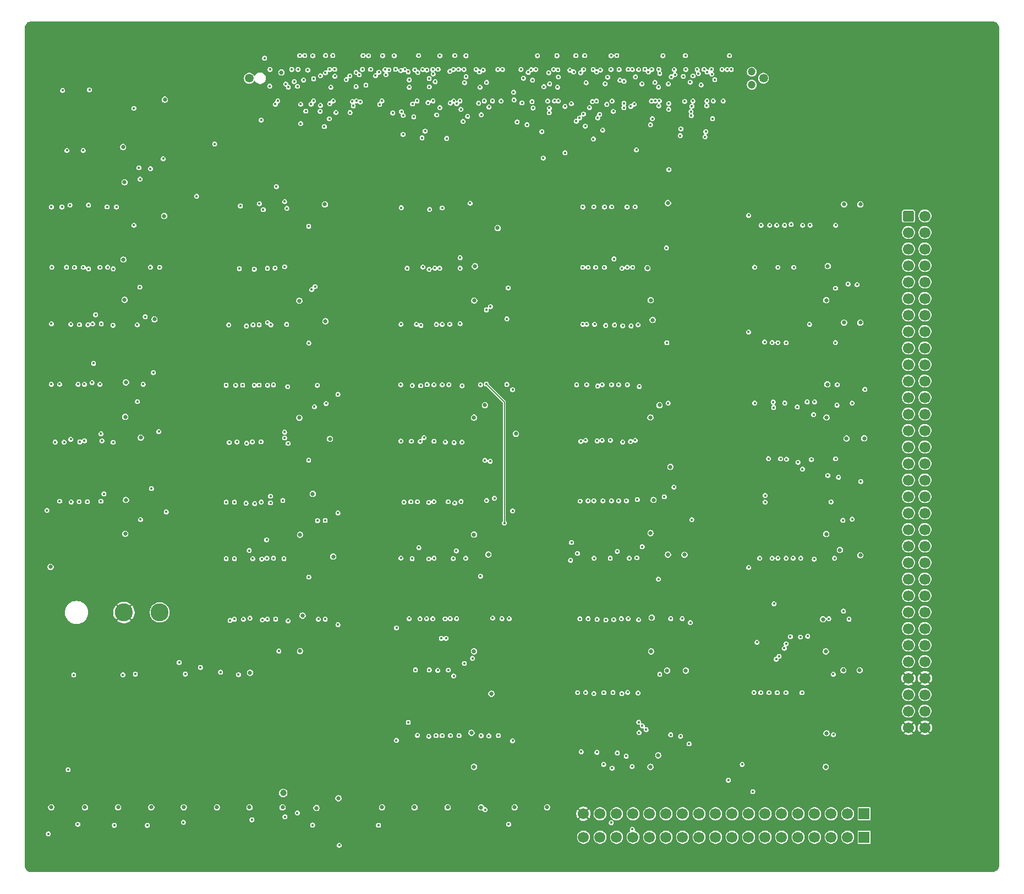
<source format=gbr>
G04 #@! TF.GenerationSoftware,KiCad,Pcbnew,9.0.3*
G04 #@! TF.CreationDate,2025-08-01T19:28:12-07:00*
G04 #@! TF.ProjectId,CardTestFixture,43617264-5465-4737-9446-697874757265,A*
G04 #@! TF.SameCoordinates,Original*
G04 #@! TF.FileFunction,Copper,L4,Inr*
G04 #@! TF.FilePolarity,Positive*
%FSLAX46Y46*%
G04 Gerber Fmt 4.6, Leading zero omitted, Abs format (unit mm)*
G04 Created by KiCad (PCBNEW 9.0.3) date 2025-08-01 19:28:12*
%MOMM*%
%LPD*%
G01*
G04 APERTURE LIST*
G04 Aperture macros list*
%AMRoundRect*
0 Rectangle with rounded corners*
0 $1 Rounding radius*
0 $2 $3 $4 $5 $6 $7 $8 $9 X,Y pos of 4 corners*
0 Add a 4 corners polygon primitive as box body*
4,1,4,$2,$3,$4,$5,$6,$7,$8,$9,$2,$3,0*
0 Add four circle primitives for the rounded corners*
1,1,$1+$1,$2,$3*
1,1,$1+$1,$4,$5*
1,1,$1+$1,$6,$7*
1,1,$1+$1,$8,$9*
0 Add four rect primitives between the rounded corners*
20,1,$1+$1,$2,$3,$4,$5,0*
20,1,$1+$1,$4,$5,$6,$7,0*
20,1,$1+$1,$6,$7,$8,$9,0*
20,1,$1+$1,$8,$9,$2,$3,0*%
G04 Aperture macros list end*
G04 #@! TA.AperFunction,ComponentPad*
%ADD10R,1.700000X1.700000*%
G04 #@! TD*
G04 #@! TA.AperFunction,ComponentPad*
%ADD11C,1.700000*%
G04 #@! TD*
G04 #@! TA.AperFunction,ComponentPad*
%ADD12C,1.349000*%
G04 #@! TD*
G04 #@! TA.AperFunction,ComponentPad*
%ADD13C,1.200000*%
G04 #@! TD*
G04 #@! TA.AperFunction,ComponentPad*
%ADD14RoundRect,0.250000X-0.600000X-0.600000X0.600000X-0.600000X0.600000X0.600000X-0.600000X0.600000X0*%
G04 #@! TD*
G04 #@! TA.AperFunction,ComponentPad*
%ADD15C,2.775000*%
G04 #@! TD*
G04 #@! TA.AperFunction,ViaPad*
%ADD16C,0.650000*%
G04 #@! TD*
G04 #@! TA.AperFunction,ViaPad*
%ADD17C,1.000000*%
G04 #@! TD*
G04 #@! TA.AperFunction,ViaPad*
%ADD18C,0.450000*%
G04 #@! TD*
G04 #@! TA.AperFunction,Conductor*
%ADD19C,0.152400*%
G04 #@! TD*
G04 APERTURE END LIST*
D10*
X209180000Y-151400000D03*
D11*
X206640000Y-151400000D03*
X204100000Y-151400000D03*
X201560000Y-151400000D03*
X199020000Y-151400000D03*
X196480000Y-151400000D03*
X193940000Y-151400000D03*
X191400000Y-151400000D03*
X188860000Y-151400000D03*
X186320000Y-151400000D03*
X183780000Y-151400000D03*
X181240000Y-151400000D03*
X178700000Y-151400000D03*
X176160000Y-151400000D03*
X173620000Y-151400000D03*
X171080000Y-151400000D03*
X168540000Y-151400000D03*
X166000000Y-151400000D03*
D10*
X209180000Y-155000000D03*
D11*
X206640000Y-155000000D03*
X204100000Y-155000000D03*
X201560000Y-155000000D03*
X199020000Y-155000000D03*
X196480000Y-155000000D03*
X193940000Y-155000000D03*
X191400000Y-155000000D03*
X188860000Y-155000000D03*
X186320000Y-155000000D03*
X183780000Y-155000000D03*
X181240000Y-155000000D03*
X178700000Y-155000000D03*
X176160000Y-155000000D03*
X173620000Y-155000000D03*
X171080000Y-155000000D03*
X168540000Y-155000000D03*
X166000000Y-155000000D03*
D12*
X114568900Y-38197500D03*
D13*
X191908900Y-39197500D03*
X191908900Y-37197500D03*
D12*
X193698900Y-38197500D03*
D14*
X216000000Y-59400000D03*
D11*
X218540000Y-59400000D03*
X216000000Y-61940000D03*
X218540000Y-61940000D03*
X216000000Y-64480000D03*
X218540000Y-64480000D03*
X216000000Y-67020000D03*
X218540000Y-67020000D03*
X216000000Y-69560000D03*
X218540000Y-69560000D03*
X216000000Y-72100000D03*
X218540000Y-72100000D03*
X216000000Y-74640000D03*
X218540000Y-74640000D03*
X216000000Y-77180000D03*
X218540000Y-77180000D03*
X216000000Y-79720000D03*
X218540000Y-79720000D03*
X216000000Y-82260000D03*
X218540000Y-82260000D03*
X216000000Y-84800000D03*
X218540000Y-84800000D03*
X216000000Y-87340000D03*
X218540000Y-87340000D03*
X216000000Y-89880000D03*
X218540000Y-89880000D03*
X216000000Y-92420000D03*
X218540000Y-92420000D03*
X216000000Y-94960000D03*
X218540000Y-94960000D03*
X216000000Y-97500000D03*
X218540000Y-97500000D03*
X216000000Y-100040000D03*
X218540000Y-100040000D03*
X216000000Y-102580000D03*
X218540000Y-102580000D03*
X216000000Y-105120000D03*
X218540000Y-105120000D03*
X216000000Y-107660000D03*
X218540000Y-107660000D03*
X216000000Y-110200000D03*
X218540000Y-110200000D03*
X216000000Y-112740000D03*
X218540000Y-112740000D03*
X216000000Y-115280000D03*
X218540000Y-115280000D03*
X216000000Y-117820000D03*
X218540000Y-117820000D03*
X216000000Y-120360000D03*
X218540000Y-120360000D03*
X216000000Y-122900000D03*
X218540000Y-122900000D03*
X216000000Y-125440000D03*
X218540000Y-125440000D03*
X216000000Y-127980000D03*
X218540000Y-127980000D03*
X216000000Y-130520000D03*
X218540000Y-130520000D03*
X216000000Y-133060000D03*
X218540000Y-133060000D03*
X216000000Y-135600000D03*
X218540000Y-135600000D03*
X216000000Y-138140000D03*
X218540000Y-138140000D03*
D15*
X95300000Y-120400000D03*
X100800000Y-120400000D03*
D16*
X114700000Y-129700000D03*
X150247163Y-150415576D03*
X95169795Y-48769795D03*
X122380000Y-108450000D03*
X181548500Y-111521405D03*
X177500000Y-142400000D03*
X178874200Y-129354200D03*
X203362000Y-108342250D03*
X95494000Y-90300000D03*
X145100000Y-150400000D03*
X203400000Y-139000000D03*
X205447800Y-110789092D03*
X206470599Y-93636792D03*
X99500000Y-150400000D03*
X177700000Y-88500000D03*
X94400000Y-150400000D03*
X126300000Y-75600000D03*
X206000000Y-129300000D03*
X203370000Y-72350000D03*
X151370800Y-111500000D03*
X208600000Y-111600000D03*
X203535900Y-85300000D03*
X122280000Y-72450000D03*
X179361801Y-97997608D03*
X203293000Y-144171900D03*
X203600000Y-67100000D03*
X206100000Y-75800000D03*
X176500000Y-121200000D03*
X84000000Y-113400000D03*
X128300000Y-149000000D03*
X114600000Y-150400000D03*
X135000000Y-150400000D03*
X209203100Y-93600000D03*
X89300000Y-150400000D03*
X100000000Y-75300000D03*
X149200000Y-72400000D03*
X101473400Y-59400100D03*
X149159000Y-108422000D03*
X109600000Y-150400000D03*
X95394000Y-72300000D03*
X95203645Y-66103645D03*
X179000000Y-111500000D03*
X208500000Y-129300000D03*
X208600000Y-75800000D03*
X208600000Y-57600000D03*
X181748500Y-129354200D03*
X149296300Y-67131600D03*
X95394000Y-54200000D03*
X176362000Y-72342250D03*
X202865333Y-121449299D03*
X149159000Y-90422000D03*
X150833400Y-88500000D03*
X155400000Y-150400000D03*
X175862800Y-67403500D03*
X101588000Y-41487300D03*
X97887600Y-93500000D03*
X155599800Y-92900000D03*
X119700000Y-150400000D03*
X127500000Y-111800000D03*
X104500000Y-150400000D03*
X148770000Y-138930000D03*
X122782608Y-120888501D03*
X176788100Y-103097600D03*
X160400000Y-150400000D03*
X152800000Y-61248100D03*
X203300000Y-126400000D03*
X176315000Y-108197000D03*
D17*
X119800000Y-148195000D03*
D16*
X95600000Y-85000000D03*
X203400000Y-90400000D03*
X124355205Y-102155205D03*
X122380000Y-126350000D03*
X149151000Y-126394000D03*
X95600000Y-103100000D03*
X126200000Y-57600000D03*
X124911855Y-150500600D03*
X176308000Y-144169000D03*
X119528100Y-37295900D03*
X84100000Y-150400000D03*
X206100000Y-57600000D03*
X140000000Y-150400000D03*
X176300000Y-90400000D03*
X127000000Y-93700000D03*
X179000000Y-57400000D03*
X149160000Y-144170000D03*
X95494000Y-108300000D03*
X151840000Y-132910000D03*
X176640100Y-75400000D03*
X176400000Y-126400000D03*
X122280000Y-90450000D03*
X203300000Y-124800000D03*
X95494000Y-106700000D03*
X155605300Y-94916200D03*
X122280000Y-106850000D03*
X207300000Y-129300000D03*
X203362000Y-106742250D03*
X122280000Y-88850000D03*
X149159000Y-88922000D03*
X117220000Y-132575600D03*
X180244195Y-111144195D03*
X181515600Y-96833900D03*
X182584400Y-77121000D03*
X122380000Y-124850000D03*
X154410300Y-58044900D03*
X155207600Y-77160600D03*
X207350000Y-78974000D03*
X89500000Y-113400000D03*
X95394000Y-88700000D03*
X176362000Y-70842250D03*
X207903599Y-92203792D03*
X207400000Y-57600000D03*
X118406400Y-37392300D03*
X149159000Y-106922000D03*
X149120000Y-142640000D03*
X182584400Y-59325800D03*
X203293000Y-142671900D03*
X95294000Y-52700000D03*
X122280000Y-70850000D03*
X149151000Y-124894000D03*
D17*
X117220000Y-148190000D03*
D16*
X176300000Y-88800000D03*
X176308000Y-142669000D03*
X154027700Y-129250000D03*
X207500000Y-111600000D03*
X149200000Y-70900000D03*
X176315000Y-106697000D03*
X95394000Y-70700000D03*
X203400000Y-88800000D03*
X203470000Y-70850000D03*
X176315000Y-124900000D03*
X155206200Y-112711400D03*
X180300000Y-129354200D03*
D18*
X181194900Y-121351100D03*
X180946700Y-139461300D03*
X99369900Y-67275000D03*
X154216400Y-75225300D03*
X126260300Y-106253100D03*
X206709400Y-69854500D03*
X207350000Y-88192700D03*
X206864100Y-121446900D03*
X207350000Y-106050600D03*
X152916100Y-139351100D03*
X154205300Y-85310000D03*
X100653900Y-92565200D03*
X152305300Y-102821900D03*
X126402800Y-88253900D03*
X99374000Y-52109700D03*
X126260300Y-121444100D03*
X153448000Y-121353100D03*
X128214000Y-122294400D03*
X155096500Y-86114500D03*
X87568600Y-130031300D03*
X182252300Y-140625000D03*
X154416500Y-70451900D03*
X100787500Y-67292100D03*
X155095900Y-140156700D03*
X208649500Y-100251500D03*
X128214000Y-105092200D03*
X154581300Y-121362300D03*
X101337600Y-50571000D03*
X101796300Y-104935300D03*
X128214400Y-86850000D03*
X182448100Y-121962400D03*
X209305500Y-86084700D03*
X155101300Y-104770200D03*
X208094600Y-69948900D03*
X205917000Y-106242300D03*
X178425600Y-102609300D03*
X179426300Y-139235600D03*
X124701800Y-70254700D03*
X153825000Y-106639400D03*
X179427800Y-121360700D03*
X151057000Y-85255600D03*
X125078700Y-106257400D03*
X151684400Y-73333500D03*
X152028500Y-121258300D03*
X206001400Y-120211200D03*
X151438900Y-139399400D03*
X97747000Y-70337700D03*
X86700000Y-144600000D03*
X97595500Y-51970300D03*
X125056900Y-85436600D03*
X98252200Y-85290400D03*
X179032800Y-88195400D03*
X205043500Y-85349400D03*
X125212200Y-121442100D03*
X123720300Y-60961500D03*
X178832700Y-78901300D03*
X150143600Y-114813600D03*
X96834000Y-42824800D03*
X96834700Y-60806900D03*
X97343600Y-76137200D03*
X204810000Y-60826600D03*
X112914300Y-129973900D03*
X179915400Y-101119400D03*
X148922600Y-127469800D03*
X204640400Y-112058400D03*
X177738700Y-129919300D03*
X123727500Y-78957900D03*
X178763900Y-64301500D03*
X123734500Y-114972900D03*
X150830800Y-96998800D03*
X204438400Y-129907800D03*
X204790200Y-96750800D03*
X204773100Y-78879000D03*
X177534200Y-115282300D03*
X123720300Y-96961500D03*
X200869800Y-60803600D03*
X83664000Y-154489000D03*
X199730000Y-60812000D03*
X88193700Y-153001400D03*
X197963500Y-60693700D03*
X93824400Y-153160600D03*
X196947900Y-60825700D03*
X98904800Y-153160200D03*
X104441000Y-152704000D03*
X195735700Y-60808500D03*
X194650000Y-60807500D03*
X121973100Y-151256700D03*
X114991000Y-152314000D03*
X193322500Y-60807700D03*
X120075400Y-151863500D03*
X191414300Y-59298600D03*
X124317100Y-153147900D03*
X174553400Y-138897400D03*
X190425200Y-143788700D03*
X128431000Y-156226600D03*
X134469300Y-153155700D03*
X175649200Y-138443700D03*
X150862000Y-150755200D03*
X175059800Y-137863100D03*
X170271000Y-152771300D03*
X188309600Y-146219100D03*
X154494200Y-152989800D03*
X174503300Y-137304100D03*
X192060000Y-147982900D03*
X173511000Y-153771800D03*
X91754000Y-103288100D03*
X131047700Y-41682000D03*
X164833100Y-34705200D03*
X144701600Y-121388500D03*
X147327900Y-85517300D03*
X157498500Y-37281700D03*
X120493000Y-85657500D03*
X139034700Y-37199600D03*
X112290300Y-112131200D03*
X144962200Y-47462600D03*
X142814000Y-121365600D03*
X164906200Y-44786000D03*
X86088100Y-94206400D03*
X126131100Y-45625000D03*
X143015500Y-112050800D03*
X166020000Y-36831700D03*
X127434800Y-34703000D03*
X91803300Y-75985600D03*
X137930100Y-76051800D03*
X156769200Y-38182800D03*
X116589300Y-121550200D03*
X146498900Y-42080600D03*
X146485600Y-121358900D03*
X166407300Y-38881200D03*
X172706600Y-57995200D03*
X173998900Y-37980600D03*
X163909600Y-36939100D03*
X139176500Y-121359800D03*
X150577600Y-36916600D03*
X143884100Y-67433300D03*
X117838900Y-102511700D03*
X142836800Y-41688300D03*
X84134000Y-75976900D03*
X127751500Y-37879100D03*
X115120700Y-112130600D03*
X147478900Y-44833600D03*
X118588700Y-42187700D03*
X84197700Y-67281400D03*
X117370300Y-121428600D03*
X146209000Y-34700900D03*
X171203900Y-111017100D03*
X184834800Y-46401100D03*
X198368700Y-67293200D03*
X188745700Y-36836100D03*
X168994000Y-103221300D03*
X180082600Y-37644900D03*
X181741600Y-36833400D03*
X173239600Y-94107600D03*
X143639000Y-36826700D03*
X116394100Y-94143900D03*
X158091100Y-41799000D03*
X147023000Y-75966100D03*
X176998900Y-38839000D03*
X171412800Y-85346600D03*
X88396200Y-103347700D03*
X130060500Y-37820600D03*
X124464000Y-41676400D03*
X106473100Y-56349500D03*
X118959400Y-41681300D03*
X85860600Y-40064000D03*
X168183900Y-85559700D03*
X176458300Y-41702200D03*
X164006500Y-112379100D03*
X187316800Y-36838800D03*
X173952800Y-57974400D03*
X173808700Y-42179400D03*
X111424800Y-76168000D03*
X140633400Y-34699800D03*
X185959300Y-41686800D03*
X174215000Y-111995500D03*
X164498900Y-37205900D03*
X141865900Y-121351100D03*
X184998900Y-41678900D03*
X170661500Y-121509800D03*
X160752600Y-42791400D03*
X142986500Y-103349100D03*
X127707000Y-36825400D03*
X89754800Y-76135400D03*
X179103700Y-42974700D03*
X165485900Y-103269000D03*
X120204800Y-39081600D03*
X93648900Y-67531600D03*
X173577500Y-67281700D03*
X173515500Y-36845000D03*
X132926100Y-34716800D03*
X84700400Y-94188500D03*
X160649200Y-37350600D03*
X143011300Y-94060800D03*
X148558700Y-57426200D03*
X151461300Y-42616300D03*
X182539800Y-43319800D03*
X172041300Y-94174600D03*
X118640300Y-121425500D03*
X146998900Y-41681100D03*
X176605800Y-44412000D03*
X169424000Y-76247000D03*
X179119700Y-42086400D03*
X166501800Y-76052900D03*
X114080600Y-103593300D03*
X142086100Y-41948800D03*
X171412800Y-103219300D03*
X181370000Y-37901900D03*
X174277600Y-103029000D03*
X181685400Y-34708200D03*
X91600600Y-85290400D03*
X126947800Y-42126500D03*
X174483700Y-121512800D03*
X185691300Y-36837100D03*
X180986500Y-45979400D03*
X173965300Y-93910800D03*
X171618700Y-38498700D03*
X166696500Y-67288000D03*
X140399400Y-41684700D03*
X115164800Y-76136700D03*
X124094400Y-42166100D03*
X84108500Y-85290400D03*
X188462000Y-34708800D03*
X195920000Y-67276400D03*
X173289900Y-42536500D03*
X172738900Y-67287100D03*
X140667600Y-110440600D03*
X165552000Y-37344300D03*
X177689900Y-41678500D03*
X174409100Y-76136600D03*
X141906800Y-36933500D03*
X115416800Y-103658900D03*
X172603200Y-103212500D03*
X181573000Y-41747000D03*
X116413200Y-44623000D03*
X87684300Y-67292500D03*
X123117400Y-34704700D03*
X92690700Y-57993200D03*
X118302500Y-85368900D03*
X139893900Y-44130300D03*
X147699500Y-38861900D03*
X114559500Y-110867200D03*
X113678300Y-121445700D03*
X146039800Y-41685500D03*
X86997100Y-57725400D03*
X124348700Y-34719700D03*
X145998900Y-36838300D03*
X114682100Y-121288900D03*
X89849000Y-67546100D03*
X109253000Y-48317800D03*
X170117300Y-112062700D03*
X184099800Y-39219700D03*
X160793900Y-39055900D03*
X137906500Y-94038300D03*
X172036800Y-76288900D03*
X177592200Y-42432900D03*
X140446500Y-139310100D03*
X163162200Y-49685200D03*
X172231700Y-42060600D03*
X167877400Y-67287400D03*
X170413200Y-41692200D03*
X145205500Y-129265500D03*
X117393000Y-75790000D03*
X139712000Y-42156400D03*
X160736200Y-43495000D03*
X141465800Y-93505000D03*
X87112700Y-93761000D03*
X132084200Y-34709200D03*
X167597700Y-103218900D03*
X179137600Y-52240700D03*
X121506900Y-38697100D03*
X84134000Y-57995900D03*
X166927800Y-42698900D03*
X142199300Y-112166400D03*
X147161100Y-103335900D03*
X161910800Y-34712100D03*
X139204900Y-38437800D03*
X117896200Y-76138900D03*
X140503800Y-37300000D03*
X114135100Y-76327100D03*
X180888800Y-47032900D03*
X170299400Y-103218300D03*
X172884000Y-121353900D03*
X184966000Y-42428600D03*
X138377800Y-103434000D03*
X159815500Y-50465500D03*
X115343500Y-67574200D03*
X133998900Y-37797300D03*
X117379500Y-85439500D03*
X138498900Y-36853800D03*
X126907000Y-44427500D03*
X88496500Y-94148600D03*
X188126200Y-36837300D03*
X192347700Y-67284800D03*
X89842400Y-57723900D03*
X123583500Y-36924100D03*
X120032400Y-67203800D03*
X135098900Y-34712600D03*
X112290300Y-103427900D03*
X141260100Y-36844200D03*
X171930900Y-67438200D03*
X172883300Y-36826600D03*
X143580000Y-129320000D03*
X170246600Y-34717600D03*
X174998900Y-39060300D03*
X167602800Y-57980100D03*
X170241100Y-36837700D03*
X146032700Y-130189800D03*
X161528900Y-41678000D03*
X146197500Y-103564400D03*
X99525200Y-101334600D03*
X130998900Y-37295500D03*
X145443100Y-37137300D03*
X112290300Y-121439600D03*
X140868600Y-94083800D03*
X162133800Y-37999200D03*
X137094700Y-36825200D03*
X112486300Y-85430700D03*
X131498900Y-37652400D03*
X91907100Y-93990800D03*
X142881000Y-37531400D03*
X117838900Y-103539900D03*
X141162600Y-47375900D03*
X112686500Y-94153600D03*
X141927800Y-85334500D03*
X156386600Y-36835700D03*
X145183600Y-103359100D03*
X161405200Y-36830800D03*
X163155800Y-42535400D03*
X137227600Y-122770200D03*
X147305900Y-94192200D03*
X161998900Y-39569300D03*
X165998900Y-43693300D03*
X147890100Y-112055400D03*
X147934900Y-37950000D03*
X111020300Y-112127600D03*
X119910300Y-112125200D03*
X147150600Y-42981000D03*
X147667300Y-128255300D03*
X169601800Y-42213000D03*
X147619800Y-36843200D03*
X118301700Y-112061800D03*
X90388200Y-85031900D03*
X126332300Y-34700900D03*
X136667300Y-43525700D03*
X111020300Y-85426800D03*
X166286700Y-45551500D03*
X146427500Y-110921100D03*
X178227500Y-34718600D03*
X173317800Y-76320500D03*
X182680900Y-42500600D03*
X166332800Y-93914300D03*
X153315200Y-41707900D03*
X137881500Y-85350500D03*
X182575200Y-43941400D03*
X165455000Y-121383300D03*
X172748900Y-85354300D03*
X177548600Y-39563300D03*
X162059100Y-36896900D03*
X146090200Y-94261800D03*
X145526500Y-139338400D03*
X168952800Y-46172800D03*
X158929300Y-34713600D03*
X140993200Y-76223400D03*
X116732500Y-58408700D03*
X136066900Y-36886900D03*
X179498900Y-37977700D03*
X165899200Y-76065500D03*
X86511500Y-49293000D03*
X116943400Y-35123000D03*
X143419000Y-43838900D03*
X120551700Y-94389100D03*
X168493900Y-43752400D03*
X142267500Y-129250000D03*
X142819800Y-36828600D03*
X119738900Y-103190400D03*
X125540500Y-37819400D03*
X88237500Y-85290400D03*
X120015900Y-93545800D03*
X143903800Y-34719100D03*
X127921600Y-43452600D03*
X83441700Y-104700000D03*
X165069700Y-111316000D03*
X187498900Y-41685600D03*
X170317200Y-85350400D03*
X177060900Y-41677200D03*
X177583300Y-36826800D03*
X174593200Y-85622100D03*
X165899200Y-57994400D03*
X175452700Y-36826400D03*
X125492200Y-43264900D03*
X89214000Y-85291100D03*
X165899200Y-67288800D03*
X170589700Y-43281600D03*
X174484700Y-36852100D03*
X170333800Y-57977700D03*
X149998900Y-37233900D03*
X142251500Y-67601400D03*
X166715300Y-121367200D03*
X183691600Y-37464000D03*
X142261900Y-38254500D03*
X114159900Y-94358700D03*
X167387100Y-41781700D03*
X139637200Y-112133100D03*
X142275600Y-39517400D03*
X116419300Y-103421500D03*
X170783500Y-76165200D03*
X177736100Y-37439000D03*
X185020000Y-37226000D03*
X171824600Y-121375200D03*
X169327200Y-39042600D03*
X144256500Y-139349600D03*
X146779400Y-36826300D03*
X120546800Y-121699700D03*
X134641000Y-42221400D03*
X120354200Y-58208400D03*
X160498900Y-41703100D03*
X140446500Y-103357000D03*
X169218400Y-67289700D03*
X172241400Y-38659100D03*
X141632400Y-46324200D03*
X115042800Y-94146200D03*
X131998900Y-36829400D03*
X89214000Y-93977500D03*
X132526600Y-39264200D03*
X92211800Y-102172000D03*
X130580600Y-42443000D03*
X91755800Y-92905900D03*
X168014700Y-37211200D03*
X139043100Y-137320300D03*
X90615100Y-82064900D03*
X125539400Y-42362300D03*
X144750500Y-94178400D03*
X162132900Y-41686500D03*
X89048800Y-67288100D03*
X122338400Y-34704700D03*
X168100100Y-94013200D03*
X182854900Y-37830400D03*
X131660800Y-41831300D03*
X93622700Y-94210800D03*
X145964800Y-112103400D03*
X166185400Y-34708200D03*
X170142800Y-93898200D03*
X182421300Y-38789500D03*
X137906500Y-112032000D03*
X167498900Y-36843300D03*
X145495400Y-121351800D03*
X165403700Y-44288500D03*
X90935100Y-74591100D03*
X122486000Y-45171600D03*
X129498900Y-38406900D03*
X85404000Y-103272500D03*
X135606600Y-37638500D03*
X116124400Y-57501200D03*
X143177500Y-38721700D03*
X111495500Y-94235500D03*
X144122700Y-124385800D03*
X171478200Y-36843400D03*
X159905400Y-39500700D03*
X142199300Y-103460000D03*
X123286800Y-43259600D03*
X88443500Y-76104100D03*
X137886600Y-37021400D03*
X115345400Y-85428700D03*
X176312300Y-45347100D03*
X164950500Y-85362200D03*
X157317700Y-45347600D03*
X140290900Y-76060300D03*
X157952300Y-36871000D03*
X145433400Y-76044500D03*
X113053900Y-67492400D03*
X133254700Y-36825700D03*
X137959000Y-58129000D03*
X152825600Y-36838800D03*
X120328200Y-76076700D03*
X139206400Y-39569400D03*
X86461100Y-67293800D03*
X121102200Y-36827200D03*
X117370300Y-67441200D03*
X134527100Y-37254800D03*
X116100300Y-85419400D03*
X138260600Y-43922400D03*
X111020300Y-103427900D03*
X138251200Y-46823000D03*
X179968700Y-36847800D03*
X166706100Y-103209000D03*
X140849700Y-121364000D03*
X164135300Y-42098500D03*
X167718600Y-76056000D03*
X179062700Y-39066300D03*
X150734600Y-41678700D03*
X147023000Y-65815700D03*
X93600800Y-76199000D03*
X127498900Y-41676300D03*
X169235200Y-57994100D03*
X174150200Y-49209300D03*
X138870400Y-67431800D03*
X149496700Y-36843100D03*
X89665400Y-103371600D03*
X130439100Y-41763600D03*
X122929800Y-38470500D03*
X85760600Y-57994100D03*
X165598100Y-94064900D03*
X183498900Y-36850500D03*
X186201400Y-38417400D03*
X167637300Y-112053000D03*
X124481700Y-38266700D03*
X85404000Y-85277000D03*
X94138300Y-57994100D03*
X121994200Y-39434800D03*
X158661200Y-36833300D03*
X143371200Y-76078400D03*
X147023000Y-67434600D03*
X151094600Y-38837500D03*
X122491800Y-42186500D03*
X92782600Y-67277300D03*
X146848100Y-139353000D03*
X169735700Y-38017000D03*
X184703700Y-47202200D03*
X168093100Y-121474500D03*
X168872800Y-93908300D03*
X182838900Y-41686200D03*
X169452000Y-121557100D03*
X184566200Y-36825800D03*
X158253300Y-42760600D03*
X144256500Y-76061700D03*
X139438700Y-103366000D03*
X158161800Y-38496900D03*
X167529200Y-47538600D03*
X143313200Y-139352900D03*
X148171800Y-44053500D03*
X117289400Y-112069600D03*
X126936300Y-36835800D03*
X99828300Y-83481700D03*
X122091200Y-36828700D03*
X91604300Y-67287400D03*
X168872800Y-85350400D03*
X176498900Y-36837300D03*
X87172200Y-103402300D03*
X130080800Y-43473800D03*
X151998900Y-41687300D03*
X144256500Y-58145000D03*
X142986500Y-85362000D03*
X156534000Y-41991100D03*
X120589800Y-39556500D03*
X117725800Y-39414500D03*
X90484000Y-75996900D03*
X127133600Y-39567100D03*
X167998900Y-41697800D03*
X137213000Y-140076700D03*
X145498900Y-42009100D03*
X111613900Y-121651600D03*
X113216000Y-57835900D03*
X131007700Y-39474700D03*
X142330900Y-58389600D03*
X150280100Y-43812200D03*
X134988100Y-41678100D03*
X118538200Y-67404100D03*
X159601900Y-46406100D03*
X139518800Y-94050200D03*
X175998900Y-37209300D03*
X166509200Y-85350700D03*
X87120000Y-76055900D03*
X126301300Y-37352200D03*
X144846500Y-124378800D03*
X171117000Y-34691300D03*
X143123100Y-67423500D03*
X150086000Y-39564100D03*
X153530900Y-36830700D03*
X139665500Y-85471500D03*
X175034200Y-110303400D03*
X185864400Y-44411500D03*
X142188700Y-139463400D03*
X168608600Y-36935800D03*
X173042100Y-112063600D03*
X185754000Y-37555000D03*
X170695600Y-66001700D03*
X172230400Y-42729600D03*
X140050000Y-36887800D03*
X116102000Y-76122100D03*
X143901300Y-42723500D03*
X120013600Y-92659700D03*
X116509900Y-112184800D03*
X147930500Y-34716500D03*
X149870000Y-42035500D03*
X141302500Y-67242200D03*
X140148300Y-129250000D03*
X168182200Y-44292900D03*
X89013600Y-49294900D03*
X117766000Y-36829400D03*
X155800300Y-44925000D03*
X145300200Y-85351100D03*
X136883400Y-34719000D03*
X118745100Y-54864100D03*
X137998900Y-43331900D03*
X113560300Y-85422900D03*
X140960100Y-85506300D03*
X155309400Y-41526200D03*
X135456100Y-36851200D03*
X120019900Y-57164200D03*
X144256500Y-85358500D03*
X155246100Y-40348100D03*
X169132700Y-132745900D03*
X200501000Y-124071400D03*
X167600000Y-132900000D03*
X192700000Y-125000000D03*
X174400000Y-132800000D03*
X199391000Y-124192200D03*
X165096300Y-132741000D03*
X196907600Y-125917400D03*
X171900000Y-132900000D03*
X196091300Y-127165000D03*
X170541000Y-132737000D03*
X197189800Y-125225300D03*
X197839700Y-124122700D03*
X195665200Y-127591100D03*
X172800000Y-132700000D03*
X166332800Y-132728200D03*
X170411800Y-144364800D03*
X168067600Y-141935900D03*
X173485300Y-144105700D03*
X201515100Y-112193700D03*
X195327700Y-119069800D03*
X192222200Y-132728100D03*
X193285000Y-132732300D03*
X195825000Y-132752900D03*
X171214000Y-142030200D03*
X172574200Y-142527100D03*
X199436000Y-112063900D03*
X194555000Y-132736000D03*
X197161500Y-132739800D03*
X199635000Y-132748200D03*
X165649200Y-141843600D03*
X169105100Y-143780000D03*
X151092900Y-103160900D03*
X97366500Y-87953900D03*
X182676800Y-106139700D03*
X104738900Y-129878200D03*
X204451700Y-139208600D03*
X205006100Y-88510100D03*
X95139800Y-130005100D03*
X117249500Y-109233100D03*
X97051400Y-129879900D03*
X124601200Y-88749200D03*
X150149500Y-85354200D03*
X98571200Y-74909600D03*
X107060000Y-128862300D03*
X204089500Y-103390300D03*
X204780200Y-70504500D03*
X97853600Y-106103300D03*
X103789500Y-128098700D03*
X97779100Y-53724300D03*
X164158900Y-109633300D03*
X110164300Y-129598200D03*
X151644800Y-97137200D03*
X151065300Y-73828900D03*
X203756900Y-121364400D03*
X150252900Y-139358300D03*
X119131500Y-126348700D03*
X124175300Y-70713000D03*
X89988100Y-39970000D03*
X200425200Y-87998200D03*
X205248200Y-99603300D03*
X195037700Y-112068500D03*
X197240800Y-96830400D03*
X195919800Y-112048300D03*
X200784200Y-76055100D03*
X198898400Y-88781200D03*
X191422100Y-113470200D03*
X197189800Y-112063000D03*
X193960500Y-102401500D03*
X193960500Y-103431200D03*
X196965000Y-88185100D03*
X192343200Y-88196300D03*
X199010900Y-97287800D03*
X196328700Y-96750100D03*
X203593700Y-99324100D03*
X201415400Y-89960100D03*
X195193500Y-88025400D03*
X193117500Y-112055500D03*
X198262500Y-112044200D03*
X197190000Y-78897000D03*
X201566000Y-88004100D03*
X199707700Y-98342000D03*
X195265100Y-88861300D03*
X201072200Y-96867600D03*
X194476700Y-96740500D03*
X195036000Y-78870800D03*
X193871100Y-78782600D03*
X195920000Y-78882900D03*
X191406300Y-77250800D03*
D19*
X153825000Y-106639400D02*
X153825000Y-88023600D01*
X153825000Y-88023600D02*
X151057000Y-85255600D01*
G04 #@! TA.AperFunction,Conductor*
G36*
X229003269Y-29450786D02*
G01*
X229158327Y-29464351D01*
X229171228Y-29466626D01*
X229318402Y-29506061D01*
X229330707Y-29510541D01*
X229385721Y-29536194D01*
X229468786Y-29574928D01*
X229480138Y-29581482D01*
X229584213Y-29654356D01*
X229604939Y-29668868D01*
X229614980Y-29677294D01*
X229722705Y-29785019D01*
X229731131Y-29795060D01*
X229818517Y-29919861D01*
X229825071Y-29931213D01*
X229889456Y-30069286D01*
X229893940Y-30081604D01*
X229933372Y-30228767D01*
X229935648Y-30241676D01*
X229949214Y-30396730D01*
X229949500Y-30403284D01*
X229949500Y-159392408D01*
X229949214Y-159398961D01*
X229935654Y-159553990D01*
X229933379Y-159566896D01*
X229893961Y-159714036D01*
X229889479Y-159726352D01*
X229825116Y-159864408D01*
X229818564Y-159875759D01*
X229731208Y-160000546D01*
X229722785Y-160010587D01*
X229615087Y-160118314D01*
X229605049Y-160126740D01*
X229480288Y-160214131D01*
X229468938Y-160220686D01*
X229330897Y-160285089D01*
X229318582Y-160289574D01*
X229171457Y-160329030D01*
X229158551Y-160331309D01*
X229003633Y-160344902D01*
X228997088Y-160345190D01*
X228983877Y-160345194D01*
X228983847Y-160345195D01*
X228983830Y-160345195D01*
X81016294Y-160385042D01*
X81005216Y-160385045D01*
X80998660Y-160384760D01*
X80843585Y-160371230D01*
X80830676Y-160368957D01*
X80778805Y-160355071D01*
X80683478Y-160329550D01*
X80671159Y-160325069D01*
X80533045Y-160260699D01*
X80521690Y-160254146D01*
X80417616Y-160181301D01*
X80396848Y-160166764D01*
X80386815Y-160158349D01*
X80279038Y-160050604D01*
X80270619Y-160040572D01*
X80249617Y-160010587D01*
X80183203Y-159915765D01*
X80176646Y-159904412D01*
X80160768Y-159870371D01*
X80112231Y-159766314D01*
X80107750Y-159754005D01*
X80068293Y-159606807D01*
X80066019Y-159593912D01*
X80052466Y-159439127D01*
X80052180Y-159432611D01*
X80052138Y-156176849D01*
X128053100Y-156176849D01*
X128053100Y-156276351D01*
X128078853Y-156372464D01*
X128078853Y-156372465D01*
X128128604Y-156458636D01*
X128198963Y-156528995D01*
X128248715Y-156557719D01*
X128285136Y-156578747D01*
X128381249Y-156604500D01*
X128381251Y-156604500D01*
X128480749Y-156604500D01*
X128480751Y-156604500D01*
X128576864Y-156578747D01*
X128663036Y-156528995D01*
X128733395Y-156458636D01*
X128783147Y-156372464D01*
X128808900Y-156276351D01*
X128808900Y-156176849D01*
X128783147Y-156080736D01*
X128738208Y-156002900D01*
X128733395Y-155994563D01*
X128663036Y-155924204D01*
X128576864Y-155874453D01*
X128480751Y-155848700D01*
X128381249Y-155848700D01*
X128320210Y-155865055D01*
X128285135Y-155874453D01*
X128285134Y-155874453D01*
X128198963Y-155924204D01*
X128128604Y-155994563D01*
X128078853Y-156080734D01*
X128078853Y-156080735D01*
X128078853Y-156080736D01*
X128053100Y-156176849D01*
X80052138Y-156176849D01*
X80052122Y-154901222D01*
X164997100Y-154901222D01*
X164997100Y-155098777D01*
X165035641Y-155292537D01*
X165035642Y-155292538D01*
X165111241Y-155475051D01*
X165220996Y-155639312D01*
X165220997Y-155639313D01*
X165221000Y-155639317D01*
X165360682Y-155778999D01*
X165360685Y-155779001D01*
X165360688Y-155779004D01*
X165524949Y-155888759D01*
X165707461Y-155964357D01*
X165707462Y-155964358D01*
X165707463Y-155964358D01*
X165707465Y-155964359D01*
X165837218Y-155990168D01*
X165901222Y-156002900D01*
X165901223Y-156002900D01*
X166098778Y-156002900D01*
X166146889Y-155993329D01*
X166292535Y-155964359D01*
X166475051Y-155888759D01*
X166639312Y-155779004D01*
X166779004Y-155639312D01*
X166888759Y-155475051D01*
X166964359Y-155292535D01*
X167002900Y-155098777D01*
X167002900Y-154901223D01*
X167002900Y-154901222D01*
X167537100Y-154901222D01*
X167537100Y-155098777D01*
X167575641Y-155292537D01*
X167575642Y-155292538D01*
X167651241Y-155475051D01*
X167760996Y-155639312D01*
X167760997Y-155639313D01*
X167761000Y-155639317D01*
X167900682Y-155778999D01*
X167900685Y-155779001D01*
X167900688Y-155779004D01*
X168064949Y-155888759D01*
X168247461Y-155964357D01*
X168247462Y-155964358D01*
X168247463Y-155964358D01*
X168247465Y-155964359D01*
X168377218Y-155990168D01*
X168441222Y-156002900D01*
X168441223Y-156002900D01*
X168638778Y-156002900D01*
X168686889Y-155993329D01*
X168832535Y-155964359D01*
X169015051Y-155888759D01*
X169179312Y-155779004D01*
X169319004Y-155639312D01*
X169428759Y-155475051D01*
X169504359Y-155292535D01*
X169542900Y-155098777D01*
X169542900Y-154901223D01*
X169542900Y-154901222D01*
X170077100Y-154901222D01*
X170077100Y-155098777D01*
X170115641Y-155292537D01*
X170115642Y-155292538D01*
X170191241Y-155475051D01*
X170300996Y-155639312D01*
X170300997Y-155639313D01*
X170301000Y-155639317D01*
X170440682Y-155778999D01*
X170440685Y-155779001D01*
X170440688Y-155779004D01*
X170604949Y-155888759D01*
X170787461Y-155964357D01*
X170787462Y-155964358D01*
X170787463Y-155964358D01*
X170787465Y-155964359D01*
X170917218Y-155990168D01*
X170981222Y-156002900D01*
X170981223Y-156002900D01*
X171178778Y-156002900D01*
X171226889Y-155993329D01*
X171372535Y-155964359D01*
X171555051Y-155888759D01*
X171719312Y-155779004D01*
X171859004Y-155639312D01*
X171968759Y-155475051D01*
X172044359Y-155292535D01*
X172082900Y-155098777D01*
X172082900Y-154901223D01*
X172082900Y-154901222D01*
X172617100Y-154901222D01*
X172617100Y-155098777D01*
X172655641Y-155292537D01*
X172655642Y-155292538D01*
X172731241Y-155475051D01*
X172840996Y-155639312D01*
X172840997Y-155639313D01*
X172841000Y-155639317D01*
X172980682Y-155778999D01*
X172980685Y-155779001D01*
X172980688Y-155779004D01*
X173144949Y-155888759D01*
X173327461Y-155964357D01*
X173327462Y-155964358D01*
X173327463Y-155964358D01*
X173327465Y-155964359D01*
X173457218Y-155990168D01*
X173521222Y-156002900D01*
X173521223Y-156002900D01*
X173718778Y-156002900D01*
X173766889Y-155993329D01*
X173912535Y-155964359D01*
X174095051Y-155888759D01*
X174259312Y-155779004D01*
X174399004Y-155639312D01*
X174508759Y-155475051D01*
X174584359Y-155292535D01*
X174622900Y-155098777D01*
X174622900Y-154901223D01*
X174622900Y-154901222D01*
X175157100Y-154901222D01*
X175157100Y-155098777D01*
X175195641Y-155292537D01*
X175195642Y-155292538D01*
X175271241Y-155475051D01*
X175380996Y-155639312D01*
X175380997Y-155639313D01*
X175381000Y-155639317D01*
X175520682Y-155778999D01*
X175520685Y-155779001D01*
X175520688Y-155779004D01*
X175684949Y-155888759D01*
X175867461Y-155964357D01*
X175867462Y-155964358D01*
X175867463Y-155964358D01*
X175867465Y-155964359D01*
X175997218Y-155990168D01*
X176061222Y-156002900D01*
X176061223Y-156002900D01*
X176258778Y-156002900D01*
X176306889Y-155993329D01*
X176452535Y-155964359D01*
X176635051Y-155888759D01*
X176799312Y-155779004D01*
X176939004Y-155639312D01*
X177048759Y-155475051D01*
X177124359Y-155292535D01*
X177162900Y-155098777D01*
X177162900Y-154901223D01*
X177162900Y-154901222D01*
X177697100Y-154901222D01*
X177697100Y-155098777D01*
X177735641Y-155292537D01*
X177735642Y-155292538D01*
X177811241Y-155475051D01*
X177920996Y-155639312D01*
X177920997Y-155639313D01*
X177921000Y-155639317D01*
X178060682Y-155778999D01*
X178060685Y-155779001D01*
X178060688Y-155779004D01*
X178224949Y-155888759D01*
X178407461Y-155964357D01*
X178407462Y-155964358D01*
X178407463Y-155964358D01*
X178407465Y-155964359D01*
X178537218Y-155990168D01*
X178601222Y-156002900D01*
X178601223Y-156002900D01*
X178798778Y-156002900D01*
X178846889Y-155993329D01*
X178992535Y-155964359D01*
X179175051Y-155888759D01*
X179339312Y-155779004D01*
X179479004Y-155639312D01*
X179588759Y-155475051D01*
X179664359Y-155292535D01*
X179702900Y-155098777D01*
X179702900Y-154901223D01*
X179702900Y-154901222D01*
X180237100Y-154901222D01*
X180237100Y-155098777D01*
X180275641Y-155292537D01*
X180275642Y-155292538D01*
X180351241Y-155475051D01*
X180460996Y-155639312D01*
X180460997Y-155639313D01*
X180461000Y-155639317D01*
X180600682Y-155778999D01*
X180600685Y-155779001D01*
X180600688Y-155779004D01*
X180764949Y-155888759D01*
X180947461Y-155964357D01*
X180947462Y-155964358D01*
X180947463Y-155964358D01*
X180947465Y-155964359D01*
X181077218Y-155990168D01*
X181141222Y-156002900D01*
X181141223Y-156002900D01*
X181338778Y-156002900D01*
X181386889Y-155993329D01*
X181532535Y-155964359D01*
X181715051Y-155888759D01*
X181879312Y-155779004D01*
X182019004Y-155639312D01*
X182128759Y-155475051D01*
X182204359Y-155292535D01*
X182242900Y-155098777D01*
X182242900Y-154901223D01*
X182242900Y-154901222D01*
X182777100Y-154901222D01*
X182777100Y-155098777D01*
X182815641Y-155292537D01*
X182815642Y-155292538D01*
X182891241Y-155475051D01*
X183000996Y-155639312D01*
X183000997Y-155639313D01*
X183001000Y-155639317D01*
X183140682Y-155778999D01*
X183140685Y-155779001D01*
X183140688Y-155779004D01*
X183304949Y-155888759D01*
X183487461Y-155964357D01*
X183487462Y-155964358D01*
X183487463Y-155964358D01*
X183487465Y-155964359D01*
X183617218Y-155990168D01*
X183681222Y-156002900D01*
X183681223Y-156002900D01*
X183878778Y-156002900D01*
X183926889Y-155993329D01*
X184072535Y-155964359D01*
X184255051Y-155888759D01*
X184419312Y-155779004D01*
X184559004Y-155639312D01*
X184668759Y-155475051D01*
X184744359Y-155292535D01*
X184782900Y-155098777D01*
X184782900Y-154901223D01*
X184782900Y-154901222D01*
X185317100Y-154901222D01*
X185317100Y-155098777D01*
X185355641Y-155292537D01*
X185355642Y-155292538D01*
X185431241Y-155475051D01*
X185540996Y-155639312D01*
X185540997Y-155639313D01*
X185541000Y-155639317D01*
X185680682Y-155778999D01*
X185680685Y-155779001D01*
X185680688Y-155779004D01*
X185844949Y-155888759D01*
X186027461Y-155964357D01*
X186027462Y-155964358D01*
X186027463Y-155964358D01*
X186027465Y-155964359D01*
X186157218Y-155990168D01*
X186221222Y-156002900D01*
X186221223Y-156002900D01*
X186418778Y-156002900D01*
X186466889Y-155993329D01*
X186612535Y-155964359D01*
X186795051Y-155888759D01*
X186959312Y-155779004D01*
X187099004Y-155639312D01*
X187208759Y-155475051D01*
X187284359Y-155292535D01*
X187322900Y-155098777D01*
X187322900Y-154901223D01*
X187322900Y-154901222D01*
X187857100Y-154901222D01*
X187857100Y-155098777D01*
X187895641Y-155292537D01*
X187895642Y-155292538D01*
X187971241Y-155475051D01*
X188080996Y-155639312D01*
X188080997Y-155639313D01*
X188081000Y-155639317D01*
X188220682Y-155778999D01*
X188220685Y-155779001D01*
X188220688Y-155779004D01*
X188384949Y-155888759D01*
X188567461Y-155964357D01*
X188567462Y-155964358D01*
X188567463Y-155964358D01*
X188567465Y-155964359D01*
X188697218Y-155990168D01*
X188761222Y-156002900D01*
X188761223Y-156002900D01*
X188958778Y-156002900D01*
X189006889Y-155993329D01*
X189152535Y-155964359D01*
X189335051Y-155888759D01*
X189499312Y-155779004D01*
X189639004Y-155639312D01*
X189748759Y-155475051D01*
X189824359Y-155292535D01*
X189862900Y-155098777D01*
X189862900Y-154901223D01*
X189862900Y-154901222D01*
X190397100Y-154901222D01*
X190397100Y-155098777D01*
X190435641Y-155292537D01*
X190435642Y-155292538D01*
X190511241Y-155475051D01*
X190620996Y-155639312D01*
X190620997Y-155639313D01*
X190621000Y-155639317D01*
X190760682Y-155778999D01*
X190760685Y-155779001D01*
X190760688Y-155779004D01*
X190924949Y-155888759D01*
X191107461Y-155964357D01*
X191107462Y-155964358D01*
X191107463Y-155964358D01*
X191107465Y-155964359D01*
X191237218Y-155990168D01*
X191301222Y-156002900D01*
X191301223Y-156002900D01*
X191498778Y-156002900D01*
X191546889Y-155993329D01*
X191692535Y-155964359D01*
X191875051Y-155888759D01*
X192039312Y-155779004D01*
X192179004Y-155639312D01*
X192288759Y-155475051D01*
X192364359Y-155292535D01*
X192402900Y-155098777D01*
X192402900Y-154901223D01*
X192402900Y-154901222D01*
X192937100Y-154901222D01*
X192937100Y-155098777D01*
X192975641Y-155292537D01*
X192975642Y-155292538D01*
X193051241Y-155475051D01*
X193160996Y-155639312D01*
X193160997Y-155639313D01*
X193161000Y-155639317D01*
X193300682Y-155778999D01*
X193300685Y-155779001D01*
X193300688Y-155779004D01*
X193464949Y-155888759D01*
X193647461Y-155964357D01*
X193647462Y-155964358D01*
X193647463Y-155964358D01*
X193647465Y-155964359D01*
X193777218Y-155990168D01*
X193841222Y-156002900D01*
X193841223Y-156002900D01*
X194038778Y-156002900D01*
X194086889Y-155993329D01*
X194232535Y-155964359D01*
X194415051Y-155888759D01*
X194579312Y-155779004D01*
X194719004Y-155639312D01*
X194828759Y-155475051D01*
X194904359Y-155292535D01*
X194942900Y-155098777D01*
X194942900Y-154901223D01*
X194942900Y-154901222D01*
X195477100Y-154901222D01*
X195477100Y-155098777D01*
X195515641Y-155292537D01*
X195515642Y-155292538D01*
X195591241Y-155475051D01*
X195700996Y-155639312D01*
X195700997Y-155639313D01*
X195701000Y-155639317D01*
X195840682Y-155778999D01*
X195840685Y-155779001D01*
X195840688Y-155779004D01*
X196004949Y-155888759D01*
X196187461Y-155964357D01*
X196187462Y-155964358D01*
X196187463Y-155964358D01*
X196187465Y-155964359D01*
X196317218Y-155990168D01*
X196381222Y-156002900D01*
X196381223Y-156002900D01*
X196578778Y-156002900D01*
X196626889Y-155993329D01*
X196772535Y-155964359D01*
X196955051Y-155888759D01*
X197119312Y-155779004D01*
X197259004Y-155639312D01*
X197368759Y-155475051D01*
X197444359Y-155292535D01*
X197482900Y-155098777D01*
X197482900Y-154901223D01*
X197482900Y-154901222D01*
X198017100Y-154901222D01*
X198017100Y-155098777D01*
X198055641Y-155292537D01*
X198055642Y-155292538D01*
X198131241Y-155475051D01*
X198240996Y-155639312D01*
X198240997Y-155639313D01*
X198241000Y-155639317D01*
X198380682Y-155778999D01*
X198380685Y-155779001D01*
X198380688Y-155779004D01*
X198544949Y-155888759D01*
X198727461Y-155964357D01*
X198727462Y-155964358D01*
X198727463Y-155964358D01*
X198727465Y-155964359D01*
X198857218Y-155990168D01*
X198921222Y-156002900D01*
X198921223Y-156002900D01*
X199118778Y-156002900D01*
X199166889Y-155993329D01*
X199312535Y-155964359D01*
X199495051Y-155888759D01*
X199659312Y-155779004D01*
X199799004Y-155639312D01*
X199908759Y-155475051D01*
X199984359Y-155292535D01*
X200022900Y-155098777D01*
X200022900Y-154901223D01*
X200022900Y-154901222D01*
X200557100Y-154901222D01*
X200557100Y-155098777D01*
X200595641Y-155292537D01*
X200595642Y-155292538D01*
X200671241Y-155475051D01*
X200780996Y-155639312D01*
X200780997Y-155639313D01*
X200781000Y-155639317D01*
X200920682Y-155778999D01*
X200920685Y-155779001D01*
X200920688Y-155779004D01*
X201084949Y-155888759D01*
X201267461Y-155964357D01*
X201267462Y-155964358D01*
X201267463Y-155964358D01*
X201267465Y-155964359D01*
X201397218Y-155990168D01*
X201461222Y-156002900D01*
X201461223Y-156002900D01*
X201658778Y-156002900D01*
X201706889Y-155993329D01*
X201852535Y-155964359D01*
X202035051Y-155888759D01*
X202199312Y-155779004D01*
X202339004Y-155639312D01*
X202448759Y-155475051D01*
X202524359Y-155292535D01*
X202562900Y-155098777D01*
X202562900Y-154901223D01*
X202562900Y-154901222D01*
X203097100Y-154901222D01*
X203097100Y-155098777D01*
X203135641Y-155292537D01*
X203135642Y-155292538D01*
X203211241Y-155475051D01*
X203320996Y-155639312D01*
X203320997Y-155639313D01*
X203321000Y-155639317D01*
X203460682Y-155778999D01*
X203460685Y-155779001D01*
X203460688Y-155779004D01*
X203624949Y-155888759D01*
X203807461Y-155964357D01*
X203807462Y-155964358D01*
X203807463Y-155964358D01*
X203807465Y-155964359D01*
X203937218Y-155990168D01*
X204001222Y-156002900D01*
X204001223Y-156002900D01*
X204198778Y-156002900D01*
X204246889Y-155993329D01*
X204392535Y-155964359D01*
X204575051Y-155888759D01*
X204739312Y-155779004D01*
X204879004Y-155639312D01*
X204988759Y-155475051D01*
X205064359Y-155292535D01*
X205102900Y-155098777D01*
X205102900Y-154901223D01*
X205102900Y-154901222D01*
X205637100Y-154901222D01*
X205637100Y-155098777D01*
X205675641Y-155292537D01*
X205675642Y-155292538D01*
X205751241Y-155475051D01*
X205860996Y-155639312D01*
X205860997Y-155639313D01*
X205861000Y-155639317D01*
X206000682Y-155778999D01*
X206000685Y-155779001D01*
X206000688Y-155779004D01*
X206164949Y-155888759D01*
X206347461Y-155964357D01*
X206347462Y-155964358D01*
X206347463Y-155964358D01*
X206347465Y-155964359D01*
X206477218Y-155990168D01*
X206541222Y-156002900D01*
X206541223Y-156002900D01*
X206738778Y-156002900D01*
X206786889Y-155993329D01*
X206932535Y-155964359D01*
X207115051Y-155888759D01*
X207279312Y-155779004D01*
X207419004Y-155639312D01*
X207528759Y-155475051D01*
X207604359Y-155292535D01*
X207642900Y-155098777D01*
X207642900Y-154901223D01*
X207604359Y-154707465D01*
X207528759Y-154524949D01*
X207419004Y-154360688D01*
X207419001Y-154360685D01*
X207418999Y-154360682D01*
X207279318Y-154221001D01*
X207279314Y-154220998D01*
X207279312Y-154220996D01*
X207264329Y-154210985D01*
X207238575Y-154193776D01*
X207238574Y-154193776D01*
X207150522Y-154134942D01*
X208177100Y-154134942D01*
X208177100Y-155865055D01*
X208177101Y-155865057D01*
X208185972Y-155909659D01*
X208219764Y-155960232D01*
X208219765Y-155960232D01*
X208219766Y-155960234D01*
X208270342Y-155994028D01*
X208314943Y-156002900D01*
X210045056Y-156002899D01*
X210089658Y-155994028D01*
X210140234Y-155960234D01*
X210174028Y-155909658D01*
X210182900Y-155865057D01*
X210182899Y-154134944D01*
X210174028Y-154090342D01*
X210154514Y-154061138D01*
X210140235Y-154039767D01*
X210140231Y-154039764D01*
X210089658Y-154005972D01*
X210089656Y-154005971D01*
X210045057Y-153997100D01*
X208314944Y-153997100D01*
X208314942Y-153997101D01*
X208270340Y-154005972D01*
X208219767Y-154039764D01*
X208185972Y-154090342D01*
X208185971Y-154090343D01*
X208177100Y-154134942D01*
X207150522Y-154134942D01*
X207115051Y-154111241D01*
X207115049Y-154111240D01*
X206932538Y-154035642D01*
X206932537Y-154035641D01*
X206738778Y-153997100D01*
X206738777Y-153997100D01*
X206541223Y-153997100D01*
X206541222Y-153997100D01*
X206347462Y-154035641D01*
X206347461Y-154035642D01*
X206164950Y-154111240D01*
X206000682Y-154221000D01*
X205861000Y-154360682D01*
X205751240Y-154524950D01*
X205675642Y-154707461D01*
X205675641Y-154707462D01*
X205637100Y-154901222D01*
X205102900Y-154901222D01*
X205064359Y-154707465D01*
X204988759Y-154524949D01*
X204879004Y-154360688D01*
X204879001Y-154360685D01*
X204878999Y-154360682D01*
X204739317Y-154221000D01*
X204739313Y-154220997D01*
X204739312Y-154220996D01*
X204575051Y-154111241D01*
X204575049Y-154111240D01*
X204392538Y-154035642D01*
X204392537Y-154035641D01*
X204198778Y-153997100D01*
X204198777Y-153997100D01*
X204001223Y-153997100D01*
X204001222Y-153997100D01*
X203807462Y-154035641D01*
X203807461Y-154035642D01*
X203624950Y-154111240D01*
X203460682Y-154221000D01*
X203321000Y-154360682D01*
X203211240Y-154524950D01*
X203135642Y-154707461D01*
X203135641Y-154707462D01*
X203097100Y-154901222D01*
X202562900Y-154901222D01*
X202524359Y-154707465D01*
X202448759Y-154524949D01*
X202339004Y-154360688D01*
X202339001Y-154360685D01*
X202338999Y-154360682D01*
X202199317Y-154221000D01*
X202199313Y-154220997D01*
X202199312Y-154220996D01*
X202035051Y-154111241D01*
X202035049Y-154111240D01*
X201852538Y-154035642D01*
X201852537Y-154035641D01*
X201658778Y-153997100D01*
X201658777Y-153997100D01*
X201461223Y-153997100D01*
X201461222Y-153997100D01*
X201267462Y-154035641D01*
X201267461Y-154035642D01*
X201084950Y-154111240D01*
X200920682Y-154221000D01*
X200781000Y-154360682D01*
X200671240Y-154524950D01*
X200595642Y-154707461D01*
X200595641Y-154707462D01*
X200557100Y-154901222D01*
X200022900Y-154901222D01*
X199984359Y-154707465D01*
X199908759Y-154524949D01*
X199799004Y-154360688D01*
X199799001Y-154360685D01*
X199798999Y-154360682D01*
X199659317Y-154221000D01*
X199659313Y-154220997D01*
X199659312Y-154220996D01*
X199495051Y-154111241D01*
X199495049Y-154111240D01*
X199312538Y-154035642D01*
X199312537Y-154035641D01*
X199118778Y-153997100D01*
X199118777Y-153997100D01*
X198921223Y-153997100D01*
X198921222Y-153997100D01*
X198727462Y-154035641D01*
X198727461Y-154035642D01*
X198544950Y-154111240D01*
X198380682Y-154221000D01*
X198241000Y-154360682D01*
X198131240Y-154524950D01*
X198055642Y-154707461D01*
X198055641Y-154707462D01*
X198017100Y-154901222D01*
X197482900Y-154901222D01*
X197444359Y-154707465D01*
X197368759Y-154524949D01*
X197259004Y-154360688D01*
X197259001Y-154360685D01*
X197258999Y-154360682D01*
X197119317Y-154221000D01*
X197119313Y-154220997D01*
X197119312Y-154220996D01*
X196955051Y-154111241D01*
X196955049Y-154111240D01*
X196772538Y-154035642D01*
X196772537Y-154035641D01*
X196578778Y-153997100D01*
X196578777Y-153997100D01*
X196381223Y-153997100D01*
X196381222Y-153997100D01*
X196187462Y-154035641D01*
X196187461Y-154035642D01*
X196004950Y-154111240D01*
X195840682Y-154221000D01*
X195701000Y-154360682D01*
X195591240Y-154524950D01*
X195515642Y-154707461D01*
X195515641Y-154707462D01*
X195477100Y-154901222D01*
X194942900Y-154901222D01*
X194904359Y-154707465D01*
X194828759Y-154524949D01*
X194719004Y-154360688D01*
X194719001Y-154360685D01*
X194718999Y-154360682D01*
X194579317Y-154221000D01*
X194579313Y-154220997D01*
X194579312Y-154220996D01*
X194415051Y-154111241D01*
X194415049Y-154111240D01*
X194232538Y-154035642D01*
X194232537Y-154035641D01*
X194038778Y-153997100D01*
X194038777Y-153997100D01*
X193841223Y-153997100D01*
X193841222Y-153997100D01*
X193647462Y-154035641D01*
X193647461Y-154035642D01*
X193464950Y-154111240D01*
X193300682Y-154221000D01*
X193161000Y-154360682D01*
X193051240Y-154524950D01*
X192975642Y-154707461D01*
X192975641Y-154707462D01*
X192937100Y-154901222D01*
X192402900Y-154901222D01*
X192364359Y-154707465D01*
X192288759Y-154524949D01*
X192179004Y-154360688D01*
X192179001Y-154360685D01*
X192178999Y-154360682D01*
X192039317Y-154221000D01*
X192039313Y-154220997D01*
X192039312Y-154220996D01*
X191875051Y-154111241D01*
X191875049Y-154111240D01*
X191692538Y-154035642D01*
X191692537Y-154035641D01*
X191498778Y-153997100D01*
X191498777Y-153997100D01*
X191301223Y-153997100D01*
X191301222Y-153997100D01*
X191107462Y-154035641D01*
X191107461Y-154035642D01*
X190924950Y-154111240D01*
X190760682Y-154221000D01*
X190621000Y-154360682D01*
X190511240Y-154524950D01*
X190435642Y-154707461D01*
X190435641Y-154707462D01*
X190397100Y-154901222D01*
X189862900Y-154901222D01*
X189824359Y-154707465D01*
X189748759Y-154524949D01*
X189639004Y-154360688D01*
X189639001Y-154360685D01*
X189638999Y-154360682D01*
X189499317Y-154221000D01*
X189499313Y-154220997D01*
X189499312Y-154220996D01*
X189335051Y-154111241D01*
X189335049Y-154111240D01*
X189152538Y-154035642D01*
X189152537Y-154035641D01*
X188958778Y-153997100D01*
X188958777Y-153997100D01*
X188761223Y-153997100D01*
X188761222Y-153997100D01*
X188567462Y-154035641D01*
X188567461Y-154035642D01*
X188384950Y-154111240D01*
X188220682Y-154221000D01*
X188081000Y-154360682D01*
X187971240Y-154524950D01*
X187895642Y-154707461D01*
X187895641Y-154707462D01*
X187857100Y-154901222D01*
X187322900Y-154901222D01*
X187284359Y-154707465D01*
X187208759Y-154524949D01*
X187099004Y-154360688D01*
X187099001Y-154360685D01*
X187098999Y-154360682D01*
X186959317Y-154221000D01*
X186959313Y-154220997D01*
X186959312Y-154220996D01*
X186795051Y-154111241D01*
X186795049Y-154111240D01*
X186612538Y-154035642D01*
X186612537Y-154035641D01*
X186418778Y-153997100D01*
X186418777Y-153997100D01*
X186221223Y-153997100D01*
X186221222Y-153997100D01*
X186027462Y-154035641D01*
X186027461Y-154035642D01*
X185844950Y-154111240D01*
X185680682Y-154221000D01*
X185541000Y-154360682D01*
X185431240Y-154524950D01*
X185355642Y-154707461D01*
X185355641Y-154707462D01*
X185317100Y-154901222D01*
X184782900Y-154901222D01*
X184744359Y-154707465D01*
X184668759Y-154524949D01*
X184559004Y-154360688D01*
X184559001Y-154360685D01*
X184558999Y-154360682D01*
X184419317Y-154221000D01*
X184419313Y-154220997D01*
X184419312Y-154220996D01*
X184255051Y-154111241D01*
X184255049Y-154111240D01*
X184072538Y-154035642D01*
X184072537Y-154035641D01*
X183878778Y-153997100D01*
X183878777Y-153997100D01*
X183681223Y-153997100D01*
X183681222Y-153997100D01*
X183487462Y-154035641D01*
X183487461Y-154035642D01*
X183304950Y-154111240D01*
X183140682Y-154221000D01*
X183001000Y-154360682D01*
X182891240Y-154524950D01*
X182815642Y-154707461D01*
X182815641Y-154707462D01*
X182777100Y-154901222D01*
X182242900Y-154901222D01*
X182204359Y-154707465D01*
X182128759Y-154524949D01*
X182019004Y-154360688D01*
X182019001Y-154360685D01*
X182018999Y-154360682D01*
X181879317Y-154221000D01*
X181879313Y-154220997D01*
X181879312Y-154220996D01*
X181715051Y-154111241D01*
X181715049Y-154111240D01*
X181532538Y-154035642D01*
X181532537Y-154035641D01*
X181338778Y-153997100D01*
X181338777Y-153997100D01*
X181141223Y-153997100D01*
X181141222Y-153997100D01*
X180947462Y-154035641D01*
X180947461Y-154035642D01*
X180764950Y-154111240D01*
X180600682Y-154221000D01*
X180461000Y-154360682D01*
X180351240Y-154524950D01*
X180275642Y-154707461D01*
X180275641Y-154707462D01*
X180237100Y-154901222D01*
X179702900Y-154901222D01*
X179664359Y-154707465D01*
X179588759Y-154524949D01*
X179479004Y-154360688D01*
X179479001Y-154360685D01*
X179478999Y-154360682D01*
X179339317Y-154221000D01*
X179339313Y-154220997D01*
X179339312Y-154220996D01*
X179175051Y-154111241D01*
X179175049Y-154111240D01*
X178992538Y-154035642D01*
X178992537Y-154035641D01*
X178798778Y-153997100D01*
X178798777Y-153997100D01*
X178601223Y-153997100D01*
X178601222Y-153997100D01*
X178407462Y-154035641D01*
X178407461Y-154035642D01*
X178224950Y-154111240D01*
X178060682Y-154221000D01*
X177921000Y-154360682D01*
X177811240Y-154524950D01*
X177735642Y-154707461D01*
X177735641Y-154707462D01*
X177697100Y-154901222D01*
X177162900Y-154901222D01*
X177124359Y-154707465D01*
X177048759Y-154524949D01*
X176939004Y-154360688D01*
X176939001Y-154360685D01*
X176938999Y-154360682D01*
X176799317Y-154221000D01*
X176799313Y-154220997D01*
X176799312Y-154220996D01*
X176635051Y-154111241D01*
X176635049Y-154111240D01*
X176452538Y-154035642D01*
X176452537Y-154035641D01*
X176258778Y-153997100D01*
X176258777Y-153997100D01*
X176061223Y-153997100D01*
X176061222Y-153997100D01*
X175867462Y-154035641D01*
X175867461Y-154035642D01*
X175684950Y-154111240D01*
X175520682Y-154221000D01*
X175381000Y-154360682D01*
X175271240Y-154524950D01*
X175195642Y-154707461D01*
X175195641Y-154707462D01*
X175157100Y-154901222D01*
X174622900Y-154901222D01*
X174584359Y-154707465D01*
X174508759Y-154524949D01*
X174399004Y-154360688D01*
X174399001Y-154360685D01*
X174398999Y-154360682D01*
X174259317Y-154221000D01*
X174259313Y-154220997D01*
X174259312Y-154220996D01*
X174095051Y-154111241D01*
X174095049Y-154111240D01*
X173912538Y-154035642D01*
X173912539Y-154035642D01*
X173912535Y-154035641D01*
X173910057Y-154035148D01*
X173909207Y-154034632D01*
X173909009Y-154034572D01*
X173909024Y-154034521D01*
X173866083Y-154008461D01*
X173849550Y-153959751D01*
X173859608Y-153923792D01*
X173863147Y-153917664D01*
X173888900Y-153821551D01*
X173888900Y-153722049D01*
X173863147Y-153625936D01*
X173863146Y-153625934D01*
X173813395Y-153539763D01*
X173743036Y-153469404D01*
X173656864Y-153419653D01*
X173560751Y-153393900D01*
X173461249Y-153393900D01*
X173397173Y-153411068D01*
X173365135Y-153419653D01*
X173365134Y-153419653D01*
X173278963Y-153469404D01*
X173208604Y-153539763D01*
X173158853Y-153625934D01*
X173158853Y-153625935D01*
X173158853Y-153625936D01*
X173133100Y-153722049D01*
X173133100Y-153821551D01*
X173158853Y-153917664D01*
X173158853Y-153917665D01*
X173203487Y-153994973D01*
X173212419Y-154045632D01*
X173186699Y-154090180D01*
X173167141Y-154102048D01*
X173144952Y-154111239D01*
X172980682Y-154221000D01*
X172841000Y-154360682D01*
X172731240Y-154524950D01*
X172655642Y-154707461D01*
X172655641Y-154707462D01*
X172617100Y-154901222D01*
X172082900Y-154901222D01*
X172044359Y-154707465D01*
X171968759Y-154524949D01*
X171859004Y-154360688D01*
X171859001Y-154360685D01*
X171858999Y-154360682D01*
X171719317Y-154221000D01*
X171719313Y-154220997D01*
X171719312Y-154220996D01*
X171555051Y-154111241D01*
X171555049Y-154111240D01*
X171372538Y-154035642D01*
X171372537Y-154035641D01*
X171178778Y-153997100D01*
X171178777Y-153997100D01*
X170981223Y-153997100D01*
X170981222Y-153997100D01*
X170787462Y-154035641D01*
X170787461Y-154035642D01*
X170604950Y-154111240D01*
X170440682Y-154221000D01*
X170301000Y-154360682D01*
X170191240Y-154524950D01*
X170115642Y-154707461D01*
X170115641Y-154707462D01*
X170077100Y-154901222D01*
X169542900Y-154901222D01*
X169504359Y-154707465D01*
X169428759Y-154524949D01*
X169319004Y-154360688D01*
X169319001Y-154360685D01*
X169318999Y-154360682D01*
X169179317Y-154221000D01*
X169179313Y-154220997D01*
X169179312Y-154220996D01*
X169015051Y-154111241D01*
X169015049Y-154111240D01*
X168832538Y-154035642D01*
X168832537Y-154035641D01*
X168638778Y-153997100D01*
X168638777Y-153997100D01*
X168441223Y-153997100D01*
X168441222Y-153997100D01*
X168247462Y-154035641D01*
X168247461Y-154035642D01*
X168064950Y-154111240D01*
X167900682Y-154221000D01*
X167761000Y-154360682D01*
X167651240Y-154524950D01*
X167575642Y-154707461D01*
X167575641Y-154707462D01*
X167537100Y-154901222D01*
X167002900Y-154901222D01*
X166964359Y-154707465D01*
X166888759Y-154524949D01*
X166779004Y-154360688D01*
X166779001Y-154360685D01*
X166778999Y-154360682D01*
X166639317Y-154221000D01*
X166639313Y-154220997D01*
X166639312Y-154220996D01*
X166475051Y-154111241D01*
X166475049Y-154111240D01*
X166292538Y-154035642D01*
X166292537Y-154035641D01*
X166098778Y-153997100D01*
X166098777Y-153997100D01*
X165901223Y-153997100D01*
X165901222Y-153997100D01*
X165707462Y-154035641D01*
X165707461Y-154035642D01*
X165524950Y-154111240D01*
X165360682Y-154221000D01*
X165221000Y-154360682D01*
X165111240Y-154524950D01*
X165035642Y-154707461D01*
X165035641Y-154707462D01*
X164997100Y-154901222D01*
X80052122Y-154901222D01*
X80052116Y-154439249D01*
X83286100Y-154439249D01*
X83286100Y-154538751D01*
X83311853Y-154634864D01*
X83311853Y-154634865D01*
X83361604Y-154721036D01*
X83431963Y-154791395D01*
X83481715Y-154820119D01*
X83518136Y-154841147D01*
X83614249Y-154866900D01*
X83614251Y-154866900D01*
X83713749Y-154866900D01*
X83713751Y-154866900D01*
X83809864Y-154841147D01*
X83896036Y-154791395D01*
X83966395Y-154721036D01*
X84016147Y-154634864D01*
X84041900Y-154538751D01*
X84041900Y-154439249D01*
X84016147Y-154343136D01*
X84016146Y-154343134D01*
X83966395Y-154256963D01*
X83896036Y-154186604D01*
X83809864Y-154136853D01*
X83802732Y-154134942D01*
X83713751Y-154111100D01*
X83614249Y-154111100D01*
X83550173Y-154128268D01*
X83518135Y-154136853D01*
X83518134Y-154136853D01*
X83431963Y-154186604D01*
X83361604Y-154256963D01*
X83311853Y-154343134D01*
X83311853Y-154343135D01*
X83311853Y-154343136D01*
X83286100Y-154439249D01*
X80052116Y-154439249D01*
X80052097Y-152951649D01*
X87815800Y-152951649D01*
X87815800Y-153051151D01*
X87838445Y-153135664D01*
X87841553Y-153147264D01*
X87841553Y-153147265D01*
X87891304Y-153233436D01*
X87961663Y-153303795D01*
X88011415Y-153332519D01*
X88047836Y-153353547D01*
X88143949Y-153379300D01*
X88143951Y-153379300D01*
X88243449Y-153379300D01*
X88243451Y-153379300D01*
X88339564Y-153353547D01*
X88425736Y-153303795D01*
X88496095Y-153233436D01*
X88545847Y-153147264D01*
X88555604Y-153110849D01*
X93446500Y-153110849D01*
X93446500Y-153210351D01*
X93452686Y-153233436D01*
X93472253Y-153306464D01*
X93472253Y-153306465D01*
X93522004Y-153392636D01*
X93592363Y-153462995D01*
X93603466Y-153469405D01*
X93678536Y-153512747D01*
X93774649Y-153538500D01*
X93774651Y-153538500D01*
X93874149Y-153538500D01*
X93874151Y-153538500D01*
X93970264Y-153512747D01*
X94056436Y-153462995D01*
X94126795Y-153392636D01*
X94176547Y-153306464D01*
X94202300Y-153210351D01*
X94202300Y-153110849D01*
X94202193Y-153110449D01*
X98526900Y-153110449D01*
X98526900Y-153209951D01*
X98530085Y-153221836D01*
X98552653Y-153306064D01*
X98552653Y-153306065D01*
X98602404Y-153392236D01*
X98672763Y-153462595D01*
X98722515Y-153491319D01*
X98758936Y-153512347D01*
X98855049Y-153538100D01*
X98855051Y-153538100D01*
X98954549Y-153538100D01*
X98954551Y-153538100D01*
X99050664Y-153512347D01*
X99136836Y-153462595D01*
X99207195Y-153392236D01*
X99256947Y-153306064D01*
X99282700Y-153209951D01*
X99282700Y-153110449D01*
X99279404Y-153098149D01*
X123939200Y-153098149D01*
X123939200Y-153197651D01*
X123964533Y-153292195D01*
X123964953Y-153293764D01*
X123964953Y-153293765D01*
X124014704Y-153379936D01*
X124085063Y-153450295D01*
X124118161Y-153469404D01*
X124171236Y-153500047D01*
X124267349Y-153525800D01*
X124267351Y-153525800D01*
X124366849Y-153525800D01*
X124366851Y-153525800D01*
X124462964Y-153500047D01*
X124549136Y-153450295D01*
X124619495Y-153379936D01*
X124669247Y-153293764D01*
X124695000Y-153197651D01*
X124695000Y-153105949D01*
X134091400Y-153105949D01*
X134091400Y-153205451D01*
X134114643Y-153292195D01*
X134117153Y-153301564D01*
X134117153Y-153301565D01*
X134166904Y-153387736D01*
X134237263Y-153458095D01*
X134256853Y-153469405D01*
X134323436Y-153507847D01*
X134419549Y-153533600D01*
X134419551Y-153533600D01*
X134519049Y-153533600D01*
X134519051Y-153533600D01*
X134615164Y-153507847D01*
X134701336Y-153458095D01*
X134771695Y-153387736D01*
X134821447Y-153301564D01*
X134847200Y-153205451D01*
X134847200Y-153105949D01*
X134821447Y-153009836D01*
X134816943Y-153002035D01*
X134800018Y-152972720D01*
X134781155Y-152940049D01*
X154116300Y-152940049D01*
X154116300Y-153039551D01*
X154135405Y-153110854D01*
X154142053Y-153135664D01*
X154142053Y-153135665D01*
X154191804Y-153221836D01*
X154262163Y-153292195D01*
X154286187Y-153306065D01*
X154348336Y-153341947D01*
X154444449Y-153367700D01*
X154444451Y-153367700D01*
X154543949Y-153367700D01*
X154543951Y-153367700D01*
X154640064Y-153341947D01*
X154726236Y-153292195D01*
X154796595Y-153221836D01*
X154846347Y-153135664D01*
X154872100Y-153039551D01*
X154872100Y-152940049D01*
X154846347Y-152843936D01*
X154846346Y-152843934D01*
X154796596Y-152757764D01*
X154760381Y-152721549D01*
X169893100Y-152721549D01*
X169893100Y-152821051D01*
X169918504Y-152915863D01*
X169918853Y-152917164D01*
X169918853Y-152917165D01*
X169968604Y-153003336D01*
X170038963Y-153073695D01*
X170088715Y-153102419D01*
X170125136Y-153123447D01*
X170221249Y-153149200D01*
X170221251Y-153149200D01*
X170320749Y-153149200D01*
X170320751Y-153149200D01*
X170416864Y-153123447D01*
X170503036Y-153073695D01*
X170573395Y-153003336D01*
X170623147Y-152917164D01*
X170648900Y-152821051D01*
X170648900Y-152721549D01*
X170623147Y-152625436D01*
X170584291Y-152558136D01*
X170573395Y-152539263D01*
X170503036Y-152468904D01*
X170416864Y-152419153D01*
X170320751Y-152393400D01*
X170221249Y-152393400D01*
X170157173Y-152410568D01*
X170125135Y-152419153D01*
X170125134Y-152419153D01*
X170038963Y-152468904D01*
X169968604Y-152539263D01*
X169918853Y-152625434D01*
X169918853Y-152625435D01*
X169912471Y-152649253D01*
X169893100Y-152721549D01*
X154760381Y-152721549D01*
X154726236Y-152687404D01*
X154640064Y-152637653D01*
X154543951Y-152611900D01*
X154444449Y-152611900D01*
X154380373Y-152629068D01*
X154348335Y-152637653D01*
X154348334Y-152637653D01*
X154262163Y-152687404D01*
X154191804Y-152757763D01*
X154142053Y-152843934D01*
X154142053Y-152843935D01*
X154138945Y-152855534D01*
X154116300Y-152940049D01*
X134781155Y-152940049D01*
X134771695Y-152923663D01*
X134701336Y-152853304D01*
X134615164Y-152803553D01*
X134519051Y-152777800D01*
X134419549Y-152777800D01*
X134355473Y-152794968D01*
X134323435Y-152803553D01*
X134323434Y-152803553D01*
X134237263Y-152853304D01*
X134166904Y-152923663D01*
X134117153Y-153009834D01*
X134117153Y-153009835D01*
X134109192Y-153039548D01*
X134091400Y-153105949D01*
X124695000Y-153105949D01*
X124695000Y-153098149D01*
X124669247Y-153002036D01*
X124669246Y-153002034D01*
X124619495Y-152915863D01*
X124549136Y-152845504D01*
X124462964Y-152795753D01*
X124366851Y-152770000D01*
X124267349Y-152770000D01*
X124203273Y-152787168D01*
X124171235Y-152795753D01*
X124171234Y-152795753D01*
X124085063Y-152845504D01*
X124014704Y-152915863D01*
X123964953Y-153002034D01*
X123964953Y-153002035D01*
X123961550Y-153014735D01*
X123939200Y-153098149D01*
X99279404Y-153098149D01*
X99256947Y-153014336D01*
X99249845Y-153002035D01*
X99207195Y-152928163D01*
X99136836Y-152857804D01*
X99050664Y-152808053D01*
X98954551Y-152782300D01*
X98855049Y-152782300D01*
X98804841Y-152795753D01*
X98758935Y-152808053D01*
X98758934Y-152808053D01*
X98672763Y-152857804D01*
X98602404Y-152928163D01*
X98552653Y-153014334D01*
X98552653Y-153014335D01*
X98552653Y-153014336D01*
X98526900Y-153110449D01*
X94202193Y-153110449D01*
X94176547Y-153014736D01*
X94176316Y-153014336D01*
X94126795Y-152928563D01*
X94056436Y-152858204D01*
X93970264Y-152808453D01*
X93968771Y-152808053D01*
X93874151Y-152782700D01*
X93774649Y-152782700D01*
X93725934Y-152795753D01*
X93678535Y-152808453D01*
X93678534Y-152808453D01*
X93592363Y-152858204D01*
X93522004Y-152928563D01*
X93472253Y-153014734D01*
X93472253Y-153014735D01*
X93465605Y-153039548D01*
X93446500Y-153110849D01*
X88555604Y-153110849D01*
X88571600Y-153051151D01*
X88571600Y-152951649D01*
X88545847Y-152855536D01*
X88544559Y-152853305D01*
X88496095Y-152769363D01*
X88425736Y-152699004D01*
X88348217Y-152654249D01*
X104063100Y-152654249D01*
X104063100Y-152753751D01*
X104077650Y-152808053D01*
X104088853Y-152849864D01*
X104088853Y-152849865D01*
X104138604Y-152936036D01*
X104208963Y-153006395D01*
X104246549Y-153028095D01*
X104295136Y-153056147D01*
X104391249Y-153081900D01*
X104391251Y-153081900D01*
X104490749Y-153081900D01*
X104490751Y-153081900D01*
X104586864Y-153056147D01*
X104615614Y-153039548D01*
X104635452Y-153028095D01*
X104673036Y-153006395D01*
X104743395Y-152936036D01*
X104747940Y-152928164D01*
X104793147Y-152849864D01*
X104818900Y-152753751D01*
X104818900Y-152654249D01*
X104793147Y-152558136D01*
X104782251Y-152539263D01*
X104743395Y-152471963D01*
X104673036Y-152401604D01*
X104586864Y-152351853D01*
X104490751Y-152326100D01*
X104391249Y-152326100D01*
X104327173Y-152343268D01*
X104295135Y-152351853D01*
X104295134Y-152351853D01*
X104208963Y-152401604D01*
X104138604Y-152471963D01*
X104088853Y-152558134D01*
X104088853Y-152558135D01*
X104088853Y-152558136D01*
X104063100Y-152654249D01*
X88348217Y-152654249D01*
X88339564Y-152649253D01*
X88243451Y-152623500D01*
X88143949Y-152623500D01*
X88079873Y-152640668D01*
X88047835Y-152649253D01*
X88047834Y-152649253D01*
X87961663Y-152699004D01*
X87891304Y-152769363D01*
X87841553Y-152855534D01*
X87841553Y-152855535D01*
X87841553Y-152855536D01*
X87815800Y-152951649D01*
X80052097Y-152951649D01*
X80052088Y-152264249D01*
X114613100Y-152264249D01*
X114613100Y-152363751D01*
X114623590Y-152402899D01*
X114638853Y-152459864D01*
X114638853Y-152459865D01*
X114688604Y-152546036D01*
X114758963Y-152616395D01*
X114808715Y-152645119D01*
X114845136Y-152666147D01*
X114941249Y-152691900D01*
X114941251Y-152691900D01*
X115040749Y-152691900D01*
X115040751Y-152691900D01*
X115136864Y-152666147D01*
X115223036Y-152616395D01*
X115293395Y-152546036D01*
X115343147Y-152459864D01*
X115368900Y-152363751D01*
X115368900Y-152264249D01*
X115343147Y-152168136D01*
X115301231Y-152095536D01*
X115293395Y-152081963D01*
X115223036Y-152011604D01*
X115136864Y-151961853D01*
X115040751Y-151936100D01*
X114941249Y-151936100D01*
X114877173Y-151953268D01*
X114845135Y-151961853D01*
X114845134Y-151961853D01*
X114758963Y-152011604D01*
X114688604Y-152081963D01*
X114638853Y-152168134D01*
X114638853Y-152168135D01*
X114638853Y-152168136D01*
X114613100Y-152264249D01*
X80052088Y-152264249D01*
X80052082Y-151813749D01*
X119697500Y-151813749D01*
X119697500Y-151913251D01*
X119710523Y-151961853D01*
X119723253Y-152009364D01*
X119723253Y-152009365D01*
X119773004Y-152095536D01*
X119843363Y-152165895D01*
X119866069Y-152179004D01*
X119929536Y-152215647D01*
X120025649Y-152241400D01*
X120025651Y-152241400D01*
X120125149Y-152241400D01*
X120125151Y-152241400D01*
X120221264Y-152215647D01*
X120284731Y-152179004D01*
X120296566Y-152172171D01*
X120296568Y-152172170D01*
X120300945Y-152169642D01*
X120307436Y-152165895D01*
X120377795Y-152095536D01*
X120427547Y-152009364D01*
X120453300Y-151913251D01*
X120453300Y-151813749D01*
X120427547Y-151717636D01*
X120421410Y-151707007D01*
X120377795Y-151631463D01*
X120307436Y-151561104D01*
X120221264Y-151511353D01*
X120125151Y-151485600D01*
X120025649Y-151485600D01*
X119976471Y-151498777D01*
X119929535Y-151511353D01*
X119929534Y-151511353D01*
X119843363Y-151561104D01*
X119773004Y-151631463D01*
X119723253Y-151717634D01*
X119723253Y-151717635D01*
X119723253Y-151717636D01*
X119697500Y-151813749D01*
X80052082Y-151813749D01*
X80052074Y-151206949D01*
X121595200Y-151206949D01*
X121595200Y-151306451D01*
X121620265Y-151399998D01*
X121620953Y-151402564D01*
X121620953Y-151402565D01*
X121670704Y-151488736D01*
X121741063Y-151559095D01*
X121790815Y-151587819D01*
X121827236Y-151608847D01*
X121923349Y-151634600D01*
X121923351Y-151634600D01*
X122022849Y-151634600D01*
X122022851Y-151634600D01*
X122118964Y-151608847D01*
X122205136Y-151559095D01*
X122275495Y-151488736D01*
X122325247Y-151402564D01*
X122349216Y-151313110D01*
X164896000Y-151313110D01*
X164896000Y-151486889D01*
X164923182Y-151658513D01*
X164923185Y-151658525D01*
X164976879Y-151823778D01*
X164976885Y-151823792D01*
X165055775Y-151978623D01*
X165134043Y-152086350D01*
X165568234Y-151652159D01*
X165599901Y-151707007D01*
X165692993Y-151800099D01*
X165747839Y-151831764D01*
X165313648Y-152265955D01*
X165421376Y-152344224D01*
X165576207Y-152423114D01*
X165576221Y-152423120D01*
X165741474Y-152476814D01*
X165741486Y-152476817D01*
X165913110Y-152503999D01*
X165913117Y-152504000D01*
X166086883Y-152504000D01*
X166086889Y-152503999D01*
X166258513Y-152476817D01*
X166258525Y-152476814D01*
X166423778Y-152423120D01*
X166423792Y-152423114D01*
X166578623Y-152344225D01*
X166686350Y-152265955D01*
X166252159Y-151831764D01*
X166307007Y-151800099D01*
X166400099Y-151707007D01*
X166431764Y-151652159D01*
X166865955Y-152086350D01*
X166944225Y-151978623D01*
X167023114Y-151823792D01*
X167023120Y-151823778D01*
X167076814Y-151658525D01*
X167076817Y-151658513D01*
X167103999Y-151486889D01*
X167104000Y-151486882D01*
X167104000Y-151313117D01*
X167103999Y-151313105D01*
X167103395Y-151309291D01*
X167102117Y-151301222D01*
X167537100Y-151301222D01*
X167537100Y-151498777D01*
X167575641Y-151692537D01*
X167575642Y-151692538D01*
X167586038Y-151717636D01*
X167651241Y-151875051D01*
X167760996Y-152039312D01*
X167760997Y-152039313D01*
X167761000Y-152039317D01*
X167900682Y-152178999D01*
X167900685Y-152179001D01*
X167900688Y-152179004D01*
X168064949Y-152288759D01*
X168247461Y-152364357D01*
X168247462Y-152364358D01*
X168247463Y-152364358D01*
X168247465Y-152364359D01*
X168377218Y-152390168D01*
X168441222Y-152402900D01*
X168441223Y-152402900D01*
X168638778Y-152402900D01*
X168686889Y-152393329D01*
X168832535Y-152364359D01*
X169015051Y-152288759D01*
X169179312Y-152179004D01*
X169319004Y-152039312D01*
X169428759Y-151875051D01*
X169504359Y-151692535D01*
X169542900Y-151498777D01*
X169542900Y-151301223D01*
X169542900Y-151301222D01*
X170077100Y-151301222D01*
X170077100Y-151498777D01*
X170115641Y-151692537D01*
X170115642Y-151692538D01*
X170126038Y-151717636D01*
X170191241Y-151875051D01*
X170300996Y-152039312D01*
X170300997Y-152039313D01*
X170301000Y-152039317D01*
X170440682Y-152178999D01*
X170440685Y-152179001D01*
X170440688Y-152179004D01*
X170604949Y-152288759D01*
X170787461Y-152364357D01*
X170787462Y-152364358D01*
X170787463Y-152364358D01*
X170787465Y-152364359D01*
X170917218Y-152390168D01*
X170981222Y-152402900D01*
X170981223Y-152402900D01*
X171178778Y-152402900D01*
X171226889Y-152393329D01*
X171372535Y-152364359D01*
X171555051Y-152288759D01*
X171719312Y-152179004D01*
X171859004Y-152039312D01*
X171968759Y-151875051D01*
X172044359Y-151692535D01*
X172082900Y-151498777D01*
X172082900Y-151301223D01*
X172082900Y-151301222D01*
X172617100Y-151301222D01*
X172617100Y-151498777D01*
X172655641Y-151692537D01*
X172655642Y-151692538D01*
X172666038Y-151717636D01*
X172731241Y-151875051D01*
X172840996Y-152039312D01*
X172840997Y-152039313D01*
X172841000Y-152039317D01*
X172980682Y-152178999D01*
X172980685Y-152179001D01*
X172980688Y-152179004D01*
X173144949Y-152288759D01*
X173327461Y-152364357D01*
X173327462Y-152364358D01*
X173327463Y-152364358D01*
X173327465Y-152364359D01*
X173457218Y-152390168D01*
X173521222Y-152402900D01*
X173521223Y-152402900D01*
X173718778Y-152402900D01*
X173766889Y-152393329D01*
X173912535Y-152364359D01*
X174095051Y-152288759D01*
X174259312Y-152179004D01*
X174399004Y-152039312D01*
X174508759Y-151875051D01*
X174584359Y-151692535D01*
X174622900Y-151498777D01*
X174622900Y-151301223D01*
X174622900Y-151301222D01*
X175157100Y-151301222D01*
X175157100Y-151498777D01*
X175195641Y-151692537D01*
X175195642Y-151692538D01*
X175206038Y-151717636D01*
X175271241Y-151875051D01*
X175380996Y-152039312D01*
X175380997Y-152039313D01*
X175381000Y-152039317D01*
X175520682Y-152178999D01*
X175520685Y-152179001D01*
X175520688Y-152179004D01*
X175684949Y-152288759D01*
X175867461Y-152364357D01*
X175867462Y-152364358D01*
X175867463Y-152364358D01*
X175867465Y-152364359D01*
X175997218Y-152390168D01*
X176061222Y-152402900D01*
X176061223Y-152402900D01*
X176258778Y-152402900D01*
X176306889Y-152393329D01*
X176452535Y-152364359D01*
X176635051Y-152288759D01*
X176799312Y-152179004D01*
X176939004Y-152039312D01*
X177048759Y-151875051D01*
X177124359Y-151692535D01*
X177162900Y-151498777D01*
X177162900Y-151301223D01*
X177162900Y-151301222D01*
X177697100Y-151301222D01*
X177697100Y-151498777D01*
X177735641Y-151692537D01*
X177735642Y-151692538D01*
X177746038Y-151717636D01*
X177811241Y-151875051D01*
X177920996Y-152039312D01*
X177920997Y-152039313D01*
X177921000Y-152039317D01*
X178060682Y-152178999D01*
X178060685Y-152179001D01*
X178060688Y-152179004D01*
X178224949Y-152288759D01*
X178407461Y-152364357D01*
X178407462Y-152364358D01*
X178407463Y-152364358D01*
X178407465Y-152364359D01*
X178537218Y-152390168D01*
X178601222Y-152402900D01*
X178601223Y-152402900D01*
X178798778Y-152402900D01*
X178846889Y-152393329D01*
X178992535Y-152364359D01*
X179175051Y-152288759D01*
X179339312Y-152179004D01*
X179479004Y-152039312D01*
X179588759Y-151875051D01*
X179664359Y-151692535D01*
X179702900Y-151498777D01*
X179702900Y-151301223D01*
X179702900Y-151301222D01*
X180237100Y-151301222D01*
X180237100Y-151498777D01*
X180275641Y-151692537D01*
X180275642Y-151692538D01*
X180286038Y-151717636D01*
X180351241Y-151875051D01*
X180460996Y-152039312D01*
X180460997Y-152039313D01*
X180461000Y-152039317D01*
X180600682Y-152178999D01*
X180600685Y-152179001D01*
X180600688Y-152179004D01*
X180764949Y-152288759D01*
X180947461Y-152364357D01*
X180947462Y-152364358D01*
X180947463Y-152364358D01*
X180947465Y-152364359D01*
X181077218Y-152390168D01*
X181141222Y-152402900D01*
X181141223Y-152402900D01*
X181338778Y-152402900D01*
X181386889Y-152393329D01*
X181532535Y-152364359D01*
X181715051Y-152288759D01*
X181879312Y-152179004D01*
X182019004Y-152039312D01*
X182128759Y-151875051D01*
X182204359Y-151692535D01*
X182242900Y-151498777D01*
X182242900Y-151301223D01*
X182242900Y-151301222D01*
X182777100Y-151301222D01*
X182777100Y-151498777D01*
X182815641Y-151692537D01*
X182815642Y-151692538D01*
X182826038Y-151717636D01*
X182891241Y-151875051D01*
X183000996Y-152039312D01*
X183000997Y-152039313D01*
X183001000Y-152039317D01*
X183140682Y-152178999D01*
X183140685Y-152179001D01*
X183140688Y-152179004D01*
X183304949Y-152288759D01*
X183487461Y-152364357D01*
X183487462Y-152364358D01*
X183487463Y-152364358D01*
X183487465Y-152364359D01*
X183617218Y-152390168D01*
X183681222Y-152402900D01*
X183681223Y-152402900D01*
X183878778Y-152402900D01*
X183926889Y-152393329D01*
X184072535Y-152364359D01*
X184255051Y-152288759D01*
X184419312Y-152179004D01*
X184559004Y-152039312D01*
X184668759Y-151875051D01*
X184744359Y-151692535D01*
X184782900Y-151498777D01*
X184782900Y-151301223D01*
X184782900Y-151301222D01*
X185317100Y-151301222D01*
X185317100Y-151498777D01*
X185355641Y-151692537D01*
X185355642Y-151692538D01*
X185366038Y-151717636D01*
X185431241Y-151875051D01*
X185540996Y-152039312D01*
X185540997Y-152039313D01*
X185541000Y-152039317D01*
X185680682Y-152178999D01*
X185680685Y-152179001D01*
X185680688Y-152179004D01*
X185844949Y-152288759D01*
X186027461Y-152364357D01*
X186027462Y-152364358D01*
X186027463Y-152364358D01*
X186027465Y-152364359D01*
X186157218Y-152390168D01*
X186221222Y-152402900D01*
X186221223Y-152402900D01*
X186418778Y-152402900D01*
X186466889Y-152393329D01*
X186612535Y-152364359D01*
X186795051Y-152288759D01*
X186959312Y-152179004D01*
X187099004Y-152039312D01*
X187208759Y-151875051D01*
X187284359Y-151692535D01*
X187322900Y-151498777D01*
X187322900Y-151301223D01*
X187322900Y-151301222D01*
X187857100Y-151301222D01*
X187857100Y-151498777D01*
X187895641Y-151692537D01*
X187895642Y-151692538D01*
X187906038Y-151717636D01*
X187971241Y-151875051D01*
X188080996Y-152039312D01*
X188080997Y-152039313D01*
X188081000Y-152039317D01*
X188220682Y-152178999D01*
X188220685Y-152179001D01*
X188220688Y-152179004D01*
X188384949Y-152288759D01*
X188567461Y-152364357D01*
X188567462Y-152364358D01*
X188567463Y-152364358D01*
X188567465Y-152364359D01*
X188697218Y-152390168D01*
X188761222Y-152402900D01*
X188761223Y-152402900D01*
X188958778Y-152402900D01*
X189006889Y-152393329D01*
X189152535Y-152364359D01*
X189335051Y-152288759D01*
X189499312Y-152179004D01*
X189639004Y-152039312D01*
X189748759Y-151875051D01*
X189824359Y-151692535D01*
X189862900Y-151498777D01*
X189862900Y-151301223D01*
X189862900Y-151301222D01*
X190397100Y-151301222D01*
X190397100Y-151498777D01*
X190435641Y-151692537D01*
X190435642Y-151692538D01*
X190446038Y-151717636D01*
X190511241Y-151875051D01*
X190620996Y-152039312D01*
X190620997Y-152039313D01*
X190621000Y-152039317D01*
X190760682Y-152178999D01*
X190760685Y-152179001D01*
X190760688Y-152179004D01*
X190924949Y-152288759D01*
X191107461Y-152364357D01*
X191107462Y-152364358D01*
X191107463Y-152364358D01*
X191107465Y-152364359D01*
X191237218Y-152390168D01*
X191301222Y-152402900D01*
X191301223Y-152402900D01*
X191498778Y-152402900D01*
X191546889Y-152393329D01*
X191692535Y-152364359D01*
X191875051Y-152288759D01*
X192039312Y-152179004D01*
X192179004Y-152039312D01*
X192288759Y-151875051D01*
X192364359Y-151692535D01*
X192402900Y-151498777D01*
X192402900Y-151301223D01*
X192402900Y-151301222D01*
X192937100Y-151301222D01*
X192937100Y-151498777D01*
X192975641Y-151692537D01*
X192975642Y-151692538D01*
X192986038Y-151717636D01*
X193051241Y-151875051D01*
X193160996Y-152039312D01*
X193160997Y-152039313D01*
X193161000Y-152039317D01*
X193300682Y-152178999D01*
X193300685Y-152179001D01*
X193300688Y-152179004D01*
X193464949Y-152288759D01*
X193647461Y-152364357D01*
X193647462Y-152364358D01*
X193647463Y-152364358D01*
X193647465Y-152364359D01*
X193777218Y-152390168D01*
X193841222Y-152402900D01*
X193841223Y-152402900D01*
X194038778Y-152402900D01*
X194086889Y-152393329D01*
X194232535Y-152364359D01*
X194415051Y-152288759D01*
X194579312Y-152179004D01*
X194719004Y-152039312D01*
X194828759Y-151875051D01*
X194904359Y-151692535D01*
X194942900Y-151498777D01*
X194942900Y-151301223D01*
X194942900Y-151301222D01*
X195477100Y-151301222D01*
X195477100Y-151498777D01*
X195515641Y-151692537D01*
X195515642Y-151692538D01*
X195526038Y-151717636D01*
X195591241Y-151875051D01*
X195700996Y-152039312D01*
X195700997Y-152039313D01*
X195701000Y-152039317D01*
X195840682Y-152178999D01*
X195840685Y-152179001D01*
X195840688Y-152179004D01*
X196004949Y-152288759D01*
X196187461Y-152364357D01*
X196187462Y-152364358D01*
X196187463Y-152364358D01*
X196187465Y-152364359D01*
X196317218Y-152390168D01*
X196381222Y-152402900D01*
X196381223Y-152402900D01*
X196578778Y-152402900D01*
X196626889Y-152393329D01*
X196772535Y-152364359D01*
X196955051Y-152288759D01*
X197119312Y-152179004D01*
X197259004Y-152039312D01*
X197368759Y-151875051D01*
X197444359Y-151692535D01*
X197482900Y-151498777D01*
X197482900Y-151301223D01*
X197482900Y-151301222D01*
X198017100Y-151301222D01*
X198017100Y-151498777D01*
X198055641Y-151692537D01*
X198055642Y-151692538D01*
X198066038Y-151717636D01*
X198131241Y-151875051D01*
X198240996Y-152039312D01*
X198240997Y-152039313D01*
X198241000Y-152039317D01*
X198380682Y-152178999D01*
X198380685Y-152179001D01*
X198380688Y-152179004D01*
X198544949Y-152288759D01*
X198727461Y-152364357D01*
X198727462Y-152364358D01*
X198727463Y-152364358D01*
X198727465Y-152364359D01*
X198857218Y-152390168D01*
X198921222Y-152402900D01*
X198921223Y-152402900D01*
X199118778Y-152402900D01*
X199166889Y-152393329D01*
X199312535Y-152364359D01*
X199495051Y-152288759D01*
X199659312Y-152179004D01*
X199799004Y-152039312D01*
X199908759Y-151875051D01*
X199984359Y-151692535D01*
X200022900Y-151498777D01*
X200022900Y-151301223D01*
X200022900Y-151301222D01*
X200557100Y-151301222D01*
X200557100Y-151498777D01*
X200595641Y-151692537D01*
X200595642Y-151692538D01*
X200606038Y-151717636D01*
X200671241Y-151875051D01*
X200780996Y-152039312D01*
X200780997Y-152039313D01*
X200781000Y-152039317D01*
X200920682Y-152178999D01*
X200920685Y-152179001D01*
X200920688Y-152179004D01*
X201084949Y-152288759D01*
X201267461Y-152364357D01*
X201267462Y-152364358D01*
X201267463Y-152364358D01*
X201267465Y-152364359D01*
X201397218Y-152390168D01*
X201461222Y-152402900D01*
X201461223Y-152402900D01*
X201658778Y-152402900D01*
X201706889Y-152393329D01*
X201852535Y-152364359D01*
X202035051Y-152288759D01*
X202199312Y-152179004D01*
X202339004Y-152039312D01*
X202448759Y-151875051D01*
X202524359Y-151692535D01*
X202562900Y-151498777D01*
X202562900Y-151301223D01*
X202562900Y-151301222D01*
X203097100Y-151301222D01*
X203097100Y-151498777D01*
X203135641Y-151692537D01*
X203135642Y-151692538D01*
X203146038Y-151717636D01*
X203211241Y-151875051D01*
X203320996Y-152039312D01*
X203320997Y-152039313D01*
X203321000Y-152039317D01*
X203460682Y-152178999D01*
X203460685Y-152179001D01*
X203460688Y-152179004D01*
X203624949Y-152288759D01*
X203807461Y-152364357D01*
X203807462Y-152364358D01*
X203807463Y-152364358D01*
X203807465Y-152364359D01*
X203937218Y-152390168D01*
X204001222Y-152402900D01*
X204001223Y-152402900D01*
X204198778Y-152402900D01*
X204246889Y-152393329D01*
X204392535Y-152364359D01*
X204575051Y-152288759D01*
X204739312Y-152179004D01*
X204879004Y-152039312D01*
X204988759Y-151875051D01*
X205064359Y-151692535D01*
X205102900Y-151498777D01*
X205102900Y-151301223D01*
X205102900Y-151301222D01*
X205637100Y-151301222D01*
X205637100Y-151498777D01*
X205675641Y-151692537D01*
X205675642Y-151692538D01*
X205686038Y-151717636D01*
X205751241Y-151875051D01*
X205860996Y-152039312D01*
X205860997Y-152039313D01*
X205861000Y-152039317D01*
X206000682Y-152178999D01*
X206000685Y-152179001D01*
X206000688Y-152179004D01*
X206164949Y-152288759D01*
X206347461Y-152364357D01*
X206347462Y-152364358D01*
X206347463Y-152364358D01*
X206347465Y-152364359D01*
X206477218Y-152390168D01*
X206541222Y-152402900D01*
X206541223Y-152402900D01*
X206738778Y-152402900D01*
X206786889Y-152393329D01*
X206932535Y-152364359D01*
X207115051Y-152288759D01*
X207279312Y-152179004D01*
X207419004Y-152039312D01*
X207528759Y-151875051D01*
X207604359Y-151692535D01*
X207642900Y-151498777D01*
X207642900Y-151301223D01*
X207604359Y-151107465D01*
X207528759Y-150924949D01*
X207419004Y-150760688D01*
X207419001Y-150760685D01*
X207418999Y-150760682D01*
X207279318Y-150621001D01*
X207279314Y-150620998D01*
X207279312Y-150620996D01*
X207264329Y-150610985D01*
X207238575Y-150593776D01*
X207238574Y-150593776D01*
X207150522Y-150534942D01*
X208177100Y-150534942D01*
X208177100Y-152265055D01*
X208177101Y-152265057D01*
X208185972Y-152309659D01*
X208219764Y-152360232D01*
X208219765Y-152360232D01*
X208219766Y-152360234D01*
X208270342Y-152394028D01*
X208314943Y-152402900D01*
X210045056Y-152402899D01*
X210089658Y-152394028D01*
X210140234Y-152360234D01*
X210174028Y-152309658D01*
X210182900Y-152265057D01*
X210182899Y-150534944D01*
X210174028Y-150490342D01*
X210148946Y-150452805D01*
X210140235Y-150439767D01*
X210140231Y-150439764D01*
X210089658Y-150405972D01*
X210089656Y-150405971D01*
X210045057Y-150397100D01*
X208314944Y-150397100D01*
X208314942Y-150397101D01*
X208270340Y-150405972D01*
X208219767Y-150439764D01*
X208185972Y-150490342D01*
X208185971Y-150490343D01*
X208177100Y-150534942D01*
X207150522Y-150534942D01*
X207115051Y-150511241D01*
X207115049Y-150511240D01*
X206932538Y-150435642D01*
X206932537Y-150435641D01*
X206738778Y-150397100D01*
X206738777Y-150397100D01*
X206541223Y-150397100D01*
X206541222Y-150397100D01*
X206347462Y-150435641D01*
X206347461Y-150435642D01*
X206164950Y-150511240D01*
X206000682Y-150621000D01*
X205861000Y-150760682D01*
X205751240Y-150924950D01*
X205675642Y-151107461D01*
X205675641Y-151107462D01*
X205637100Y-151301222D01*
X205102900Y-151301222D01*
X205064359Y-151107465D01*
X204988759Y-150924949D01*
X204879004Y-150760688D01*
X204879001Y-150760685D01*
X204878999Y-150760682D01*
X204739317Y-150621000D01*
X204739313Y-150620997D01*
X204739312Y-150620996D01*
X204575051Y-150511241D01*
X204575049Y-150511240D01*
X204392538Y-150435642D01*
X204392537Y-150435641D01*
X204198778Y-150397100D01*
X204198777Y-150397100D01*
X204001223Y-150397100D01*
X204001222Y-150397100D01*
X203807462Y-150435641D01*
X203807461Y-150435642D01*
X203624950Y-150511240D01*
X203460682Y-150621000D01*
X203321000Y-150760682D01*
X203211240Y-150924950D01*
X203135642Y-151107461D01*
X203135641Y-151107462D01*
X203097100Y-151301222D01*
X202562900Y-151301222D01*
X202524359Y-151107465D01*
X202448759Y-150924949D01*
X202339004Y-150760688D01*
X202339001Y-150760685D01*
X202338999Y-150760682D01*
X202199317Y-150621000D01*
X202199313Y-150620997D01*
X202199312Y-150620996D01*
X202035051Y-150511241D01*
X202035049Y-150511240D01*
X201852538Y-150435642D01*
X201852537Y-150435641D01*
X201658778Y-150397100D01*
X201658777Y-150397100D01*
X201461223Y-150397100D01*
X201461222Y-150397100D01*
X201267462Y-150435641D01*
X201267461Y-150435642D01*
X201084950Y-150511240D01*
X200920682Y-150621000D01*
X200781000Y-150760682D01*
X200671240Y-150924950D01*
X200595642Y-151107461D01*
X200595641Y-151107462D01*
X200557100Y-151301222D01*
X200022900Y-151301222D01*
X199984359Y-151107465D01*
X199908759Y-150924949D01*
X199799004Y-150760688D01*
X199799001Y-150760685D01*
X199798999Y-150760682D01*
X199659317Y-150621000D01*
X199659313Y-150620997D01*
X199659312Y-150620996D01*
X199495051Y-150511241D01*
X199495049Y-150511240D01*
X199312538Y-150435642D01*
X199312537Y-150435641D01*
X199118778Y-150397100D01*
X199118777Y-150397100D01*
X198921223Y-150397100D01*
X198921222Y-150397100D01*
X198727462Y-150435641D01*
X198727461Y-150435642D01*
X198544950Y-150511240D01*
X198380682Y-150621000D01*
X198241000Y-150760682D01*
X198131240Y-150924950D01*
X198055642Y-151107461D01*
X198055641Y-151107462D01*
X198017100Y-151301222D01*
X197482900Y-151301222D01*
X197444359Y-151107465D01*
X197368759Y-150924949D01*
X197259004Y-150760688D01*
X197259001Y-150760685D01*
X197258999Y-150760682D01*
X197119317Y-150621000D01*
X197119313Y-150620997D01*
X197119312Y-150620996D01*
X196955051Y-150511241D01*
X196955049Y-150511240D01*
X196772538Y-150435642D01*
X196772537Y-150435641D01*
X196578778Y-150397100D01*
X196578777Y-150397100D01*
X196381223Y-150397100D01*
X196381222Y-150397100D01*
X196187462Y-150435641D01*
X196187461Y-150435642D01*
X196004950Y-150511240D01*
X195840682Y-150621000D01*
X195701000Y-150760682D01*
X195591240Y-150924950D01*
X195515642Y-151107461D01*
X195515641Y-151107462D01*
X195477100Y-151301222D01*
X194942900Y-151301222D01*
X194904359Y-151107465D01*
X194828759Y-150924949D01*
X194719004Y-150760688D01*
X194719001Y-150760685D01*
X194718999Y-150760682D01*
X194579317Y-150621000D01*
X194579313Y-150620997D01*
X194579312Y-150620996D01*
X194415051Y-150511241D01*
X194415049Y-150511240D01*
X194232538Y-150435642D01*
X194232537Y-150435641D01*
X194038778Y-150397100D01*
X194038777Y-150397100D01*
X193841223Y-150397100D01*
X193841222Y-150397100D01*
X193647462Y-150435641D01*
X193647461Y-150435642D01*
X193464950Y-150511240D01*
X193300682Y-150621000D01*
X193161000Y-150760682D01*
X193051240Y-150924950D01*
X192975642Y-151107461D01*
X192975641Y-151107462D01*
X192937100Y-151301222D01*
X192402900Y-151301222D01*
X192364359Y-151107465D01*
X192288759Y-150924949D01*
X192179004Y-150760688D01*
X192179001Y-150760685D01*
X192178999Y-150760682D01*
X192039317Y-150621000D01*
X192039313Y-150620997D01*
X192039312Y-150620996D01*
X191875051Y-150511241D01*
X191875049Y-150511240D01*
X191692538Y-150435642D01*
X191692537Y-150435641D01*
X191498778Y-150397100D01*
X191498777Y-150397100D01*
X191301223Y-150397100D01*
X191301222Y-150397100D01*
X191107462Y-150435641D01*
X191107461Y-150435642D01*
X190924950Y-150511240D01*
X190760682Y-150621000D01*
X190621000Y-150760682D01*
X190511240Y-150924950D01*
X190435642Y-151107461D01*
X190435641Y-151107462D01*
X190397100Y-151301222D01*
X189862900Y-151301222D01*
X189824359Y-151107465D01*
X189748759Y-150924949D01*
X189639004Y-150760688D01*
X189639001Y-150760685D01*
X189638999Y-150760682D01*
X189499317Y-150621000D01*
X189499313Y-150620997D01*
X189499312Y-150620996D01*
X189335051Y-150511241D01*
X189335049Y-150511240D01*
X189152538Y-150435642D01*
X189152537Y-150435641D01*
X188958778Y-150397100D01*
X188958777Y-150397100D01*
X188761223Y-150397100D01*
X188761222Y-150397100D01*
X188567462Y-150435641D01*
X188567461Y-150435642D01*
X188384950Y-150511240D01*
X188220682Y-150621000D01*
X188081000Y-150760682D01*
X187971240Y-150924950D01*
X187895642Y-151107461D01*
X187895641Y-151107462D01*
X187857100Y-151301222D01*
X187322900Y-151301222D01*
X187284359Y-151107465D01*
X187208759Y-150924949D01*
X187099004Y-150760688D01*
X187099001Y-150760685D01*
X187098999Y-150760682D01*
X186959317Y-150621000D01*
X186959313Y-150620997D01*
X186959312Y-150620996D01*
X186795051Y-150511241D01*
X186795049Y-150511240D01*
X186612538Y-150435642D01*
X186612537Y-150435641D01*
X186418778Y-150397100D01*
X186418777Y-150397100D01*
X186221223Y-150397100D01*
X186221222Y-150397100D01*
X186027462Y-150435641D01*
X186027461Y-150435642D01*
X185844950Y-150511240D01*
X185680682Y-150621000D01*
X185541000Y-150760682D01*
X185431240Y-150924950D01*
X185355642Y-151107461D01*
X185355641Y-151107462D01*
X185317100Y-151301222D01*
X184782900Y-151301222D01*
X184744359Y-151107465D01*
X184668759Y-150924949D01*
X184559004Y-150760688D01*
X184559001Y-150760685D01*
X184558999Y-150760682D01*
X184419317Y-150621000D01*
X184419313Y-150620997D01*
X184419312Y-150620996D01*
X184255051Y-150511241D01*
X184255049Y-150511240D01*
X184072538Y-150435642D01*
X184072537Y-150435641D01*
X183878778Y-150397100D01*
X183878777Y-150397100D01*
X183681223Y-150397100D01*
X183681222Y-150397100D01*
X183487462Y-150435641D01*
X183487461Y-150435642D01*
X183304950Y-150511240D01*
X183140682Y-150621000D01*
X183001000Y-150760682D01*
X182891240Y-150924950D01*
X182815642Y-151107461D01*
X182815641Y-151107462D01*
X182777100Y-151301222D01*
X182242900Y-151301222D01*
X182204359Y-151107465D01*
X182128759Y-150924949D01*
X182019004Y-150760688D01*
X182019001Y-150760685D01*
X182018999Y-150760682D01*
X181879317Y-150621000D01*
X181879313Y-150620997D01*
X181879312Y-150620996D01*
X181715051Y-150511241D01*
X181715049Y-150511240D01*
X181532538Y-150435642D01*
X181532537Y-150435641D01*
X181338778Y-150397100D01*
X181338777Y-150397100D01*
X181141223Y-150397100D01*
X181141222Y-150397100D01*
X180947462Y-150435641D01*
X180947461Y-150435642D01*
X180764950Y-150511240D01*
X180600682Y-150621000D01*
X180461000Y-150760682D01*
X180351240Y-150924950D01*
X180275642Y-151107461D01*
X180275641Y-151107462D01*
X180237100Y-151301222D01*
X179702900Y-151301222D01*
X179664359Y-151107465D01*
X179588759Y-150924949D01*
X179479004Y-150760688D01*
X179479001Y-150760685D01*
X179478999Y-150760682D01*
X179339317Y-150621000D01*
X179339313Y-150620997D01*
X179339312Y-150620996D01*
X179175051Y-150511241D01*
X179175049Y-150511240D01*
X178992538Y-150435642D01*
X178992537Y-150435641D01*
X178798778Y-150397100D01*
X178798777Y-150397100D01*
X178601223Y-150397100D01*
X178601222Y-150397100D01*
X178407462Y-150435641D01*
X178407461Y-150435642D01*
X178224950Y-150511240D01*
X178060682Y-150621000D01*
X177921000Y-150760682D01*
X177811240Y-150924950D01*
X177735642Y-151107461D01*
X177735641Y-151107462D01*
X177697100Y-151301222D01*
X177162900Y-151301222D01*
X177124359Y-151107465D01*
X177048759Y-150924949D01*
X176939004Y-150760688D01*
X176939001Y-150760685D01*
X176938999Y-150760682D01*
X176799317Y-150621000D01*
X176799313Y-150620997D01*
X176799312Y-150620996D01*
X176635051Y-150511241D01*
X176635049Y-150511240D01*
X176452538Y-150435642D01*
X176452537Y-150435641D01*
X176258778Y-150397100D01*
X176258777Y-150397100D01*
X176061223Y-150397100D01*
X176061222Y-150397100D01*
X175867462Y-150435641D01*
X175867461Y-150435642D01*
X175684950Y-150511240D01*
X175520682Y-150621000D01*
X175381000Y-150760682D01*
X175271240Y-150924950D01*
X175195642Y-151107461D01*
X175195641Y-151107462D01*
X175157100Y-151301222D01*
X174622900Y-151301222D01*
X174584359Y-151107465D01*
X174508759Y-150924949D01*
X174399004Y-150760688D01*
X174399001Y-150760685D01*
X174398999Y-150760682D01*
X174259317Y-150621000D01*
X174259313Y-150620997D01*
X174259312Y-150620996D01*
X174095051Y-150511241D01*
X174095049Y-150511240D01*
X173912538Y-150435642D01*
X173912537Y-150435641D01*
X173718778Y-150397100D01*
X173718777Y-150397100D01*
X173521223Y-150397100D01*
X173521222Y-150397100D01*
X173327462Y-150435641D01*
X173327461Y-150435642D01*
X173144950Y-150511240D01*
X172980682Y-150621000D01*
X172841000Y-150760682D01*
X172731240Y-150924950D01*
X172655642Y-151107461D01*
X172655641Y-151107462D01*
X172617100Y-151301222D01*
X172082900Y-151301222D01*
X172044359Y-151107465D01*
X171968759Y-150924949D01*
X171859004Y-150760688D01*
X171859001Y-150760685D01*
X171858999Y-150760682D01*
X171719317Y-150621000D01*
X171719313Y-150620997D01*
X171719312Y-150620996D01*
X171555051Y-150511241D01*
X171555049Y-150511240D01*
X171372538Y-150435642D01*
X171372537Y-150435641D01*
X171178778Y-150397100D01*
X171178777Y-150397100D01*
X170981223Y-150397100D01*
X170981222Y-150397100D01*
X170787462Y-150435641D01*
X170787461Y-150435642D01*
X170604950Y-150511240D01*
X170440682Y-150621000D01*
X170301000Y-150760682D01*
X170191240Y-150924950D01*
X170115642Y-151107461D01*
X170115641Y-151107462D01*
X170077100Y-151301222D01*
X169542900Y-151301222D01*
X169504359Y-151107465D01*
X169428759Y-150924949D01*
X169319004Y-150760688D01*
X169319001Y-150760685D01*
X169318999Y-150760682D01*
X169179317Y-150621000D01*
X169179313Y-150620997D01*
X169179312Y-150620996D01*
X169015051Y-150511241D01*
X169015049Y-150511240D01*
X168832538Y-150435642D01*
X168832537Y-150435641D01*
X168638778Y-150397100D01*
X168638777Y-150397100D01*
X168441223Y-150397100D01*
X168441222Y-150397100D01*
X168247462Y-150435641D01*
X168247461Y-150435642D01*
X168064950Y-150511240D01*
X167900682Y-150621000D01*
X167761000Y-150760682D01*
X167651240Y-150924950D01*
X167575642Y-151107461D01*
X167575641Y-151107462D01*
X167537100Y-151301222D01*
X167102117Y-151301222D01*
X167076817Y-151141486D01*
X167076814Y-151141474D01*
X167023120Y-150976221D01*
X167023114Y-150976207D01*
X166944224Y-150821376D01*
X166865955Y-150713648D01*
X166431764Y-151147839D01*
X166400099Y-151092993D01*
X166307007Y-150999901D01*
X166252159Y-150968234D01*
X166686350Y-150534043D01*
X166578623Y-150455775D01*
X166423792Y-150376885D01*
X166423778Y-150376879D01*
X166258525Y-150323185D01*
X166258513Y-150323182D01*
X166086889Y-150296000D01*
X165913110Y-150296000D01*
X165741486Y-150323182D01*
X165741474Y-150323185D01*
X165576221Y-150376879D01*
X165576207Y-150376885D01*
X165421373Y-150455776D01*
X165313649Y-150534042D01*
X165313648Y-150534043D01*
X165747840Y-150968235D01*
X165692993Y-150999901D01*
X165599901Y-151092993D01*
X165568235Y-151147840D01*
X165134043Y-150713648D01*
X165134042Y-150713649D01*
X165055776Y-150821373D01*
X164976885Y-150976207D01*
X164976879Y-150976221D01*
X164923185Y-151141474D01*
X164923182Y-151141486D01*
X164896000Y-151313110D01*
X122349216Y-151313110D01*
X122351000Y-151306451D01*
X122351000Y-151206949D01*
X122325247Y-151110836D01*
X122323299Y-151107462D01*
X122275495Y-151024663D01*
X122205136Y-150954304D01*
X122118964Y-150904553D01*
X122105946Y-150901065D01*
X122022851Y-150878800D01*
X121923349Y-150878800D01*
X121868577Y-150893476D01*
X121827235Y-150904553D01*
X121827234Y-150904553D01*
X121741063Y-150954304D01*
X121670704Y-151024663D01*
X121620953Y-151110834D01*
X121620953Y-151110835D01*
X121620953Y-151110836D01*
X121595200Y-151206949D01*
X80052074Y-151206949D01*
X80052063Y-150337083D01*
X83622100Y-150337083D01*
X83622100Y-150462917D01*
X83643623Y-150543241D01*
X83654668Y-150584462D01*
X83654671Y-150584470D01*
X83717584Y-150693438D01*
X83806561Y-150782415D01*
X83915529Y-150845328D01*
X83915532Y-150845329D01*
X83915537Y-150845332D01*
X84037083Y-150877900D01*
X84037086Y-150877900D01*
X84162914Y-150877900D01*
X84162917Y-150877900D01*
X84284463Y-150845332D01*
X84315914Y-150827174D01*
X84393438Y-150782415D01*
X84482415Y-150693438D01*
X84545328Y-150584470D01*
X84545328Y-150584469D01*
X84545332Y-150584463D01*
X84577900Y-150462917D01*
X84577900Y-150337083D01*
X88822100Y-150337083D01*
X88822100Y-150462917D01*
X88843623Y-150543241D01*
X88854668Y-150584462D01*
X88854671Y-150584470D01*
X88917584Y-150693438D01*
X89006561Y-150782415D01*
X89115529Y-150845328D01*
X89115532Y-150845329D01*
X89115537Y-150845332D01*
X89237083Y-150877900D01*
X89237086Y-150877900D01*
X89362914Y-150877900D01*
X89362917Y-150877900D01*
X89484463Y-150845332D01*
X89515914Y-150827174D01*
X89593438Y-150782415D01*
X89682415Y-150693438D01*
X89745328Y-150584470D01*
X89745328Y-150584469D01*
X89745332Y-150584463D01*
X89777900Y-150462917D01*
X89777900Y-150337083D01*
X93922100Y-150337083D01*
X93922100Y-150462917D01*
X93943623Y-150543241D01*
X93954668Y-150584462D01*
X93954671Y-150584470D01*
X94017584Y-150693438D01*
X94106561Y-150782415D01*
X94215529Y-150845328D01*
X94215532Y-150845329D01*
X94215537Y-150845332D01*
X94337083Y-150877900D01*
X94337086Y-150877900D01*
X94462914Y-150877900D01*
X94462917Y-150877900D01*
X94584463Y-150845332D01*
X94615914Y-150827174D01*
X94693438Y-150782415D01*
X94782415Y-150693438D01*
X94845328Y-150584470D01*
X94845328Y-150584469D01*
X94845332Y-150584463D01*
X94877900Y-150462917D01*
X94877900Y-150337083D01*
X99022100Y-150337083D01*
X99022100Y-150462917D01*
X99043623Y-150543241D01*
X99054668Y-150584462D01*
X99054671Y-150584470D01*
X99117584Y-150693438D01*
X99206561Y-150782415D01*
X99315529Y-150845328D01*
X99315532Y-150845329D01*
X99315537Y-150845332D01*
X99437083Y-150877900D01*
X99437086Y-150877900D01*
X99562914Y-150877900D01*
X99562917Y-150877900D01*
X99684463Y-150845332D01*
X99715914Y-150827174D01*
X99793438Y-150782415D01*
X99882415Y-150693438D01*
X99945328Y-150584470D01*
X99945328Y-150584469D01*
X99945332Y-150584463D01*
X99977900Y-150462917D01*
X99977900Y-150337083D01*
X104022100Y-150337083D01*
X104022100Y-150462917D01*
X104043623Y-150543241D01*
X104054668Y-150584462D01*
X104054671Y-150584470D01*
X104117584Y-150693438D01*
X104206561Y-150782415D01*
X104315529Y-150845328D01*
X104315532Y-150845329D01*
X104315537Y-150845332D01*
X104437083Y-150877900D01*
X104437086Y-150877900D01*
X104562914Y-150877900D01*
X104562917Y-150877900D01*
X104684463Y-150845332D01*
X104715914Y-150827174D01*
X104793438Y-150782415D01*
X104882415Y-150693438D01*
X104945328Y-150584470D01*
X104945328Y-150584469D01*
X104945332Y-150584463D01*
X104977900Y-150462917D01*
X104977900Y-150337083D01*
X109122100Y-150337083D01*
X109122100Y-150462917D01*
X109143623Y-150543241D01*
X109154668Y-150584462D01*
X109154671Y-150584470D01*
X109217584Y-150693438D01*
X109306561Y-150782415D01*
X109415529Y-150845328D01*
X109415532Y-150845329D01*
X109415537Y-150845332D01*
X109537083Y-150877900D01*
X109537086Y-150877900D01*
X109662914Y-150877900D01*
X109662917Y-150877900D01*
X109784463Y-150845332D01*
X109815914Y-150827174D01*
X109893438Y-150782415D01*
X109982415Y-150693438D01*
X110045328Y-150584470D01*
X110045328Y-150584469D01*
X110045332Y-150584463D01*
X110077900Y-150462917D01*
X110077900Y-150337083D01*
X114122100Y-150337083D01*
X114122100Y-150462917D01*
X114143623Y-150543241D01*
X114154668Y-150584462D01*
X114154671Y-150584470D01*
X114217584Y-150693438D01*
X114306561Y-150782415D01*
X114415529Y-150845328D01*
X114415532Y-150845329D01*
X114415537Y-150845332D01*
X114537083Y-150877900D01*
X114537086Y-150877900D01*
X114662914Y-150877900D01*
X114662917Y-150877900D01*
X114784463Y-150845332D01*
X114815914Y-150827174D01*
X114893438Y-150782415D01*
X114982415Y-150693438D01*
X115045328Y-150584470D01*
X115045328Y-150584469D01*
X115045332Y-150584463D01*
X115077900Y-150462917D01*
X115077900Y-150337083D01*
X119222100Y-150337083D01*
X119222100Y-150462917D01*
X119243623Y-150543241D01*
X119254668Y-150584462D01*
X119254671Y-150584470D01*
X119317584Y-150693438D01*
X119406561Y-150782415D01*
X119515529Y-150845328D01*
X119515532Y-150845329D01*
X119515537Y-150845332D01*
X119637083Y-150877900D01*
X119637086Y-150877900D01*
X119762914Y-150877900D01*
X119762917Y-150877900D01*
X119884463Y-150845332D01*
X119915914Y-150827174D01*
X119993438Y-150782415D01*
X120082415Y-150693438D01*
X120145328Y-150584470D01*
X120145328Y-150584469D01*
X120145332Y-150584463D01*
X120177900Y-150462917D01*
X120177900Y-150437683D01*
X124433955Y-150437683D01*
X124433955Y-150563517D01*
X124449358Y-150621001D01*
X124466523Y-150685062D01*
X124466526Y-150685070D01*
X124529439Y-150794038D01*
X124618416Y-150883015D01*
X124727384Y-150945928D01*
X124727387Y-150945929D01*
X124727392Y-150945932D01*
X124848938Y-150978500D01*
X124848941Y-150978500D01*
X124974769Y-150978500D01*
X124974772Y-150978500D01*
X125096318Y-150945932D01*
X125132662Y-150924949D01*
X125205293Y-150883015D01*
X125294270Y-150794038D01*
X125357183Y-150685070D01*
X125357183Y-150685069D01*
X125357187Y-150685063D01*
X125389755Y-150563517D01*
X125389755Y-150437683D01*
X125362799Y-150337083D01*
X134522100Y-150337083D01*
X134522100Y-150462917D01*
X134543623Y-150543241D01*
X134554668Y-150584462D01*
X134554671Y-150584470D01*
X134617584Y-150693438D01*
X134706561Y-150782415D01*
X134815529Y-150845328D01*
X134815532Y-150845329D01*
X134815537Y-150845332D01*
X134937083Y-150877900D01*
X134937086Y-150877900D01*
X135062914Y-150877900D01*
X135062917Y-150877900D01*
X135184463Y-150845332D01*
X135215914Y-150827174D01*
X135293438Y-150782415D01*
X135382415Y-150693438D01*
X135445328Y-150584470D01*
X135445328Y-150584469D01*
X135445332Y-150584463D01*
X135477900Y-150462917D01*
X135477900Y-150337083D01*
X139522100Y-150337083D01*
X139522100Y-150462917D01*
X139543623Y-150543241D01*
X139554668Y-150584462D01*
X139554671Y-150584470D01*
X139617584Y-150693438D01*
X139706561Y-150782415D01*
X139815529Y-150845328D01*
X139815532Y-150845329D01*
X139815537Y-150845332D01*
X139937083Y-150877900D01*
X139937086Y-150877900D01*
X140062914Y-150877900D01*
X140062917Y-150877900D01*
X140184463Y-150845332D01*
X140215914Y-150827174D01*
X140293438Y-150782415D01*
X140382415Y-150693438D01*
X140445328Y-150584470D01*
X140445328Y-150584469D01*
X140445332Y-150584463D01*
X140477900Y-150462917D01*
X140477900Y-150337083D01*
X144622100Y-150337083D01*
X144622100Y-150462917D01*
X144643623Y-150543241D01*
X144654668Y-150584462D01*
X144654671Y-150584470D01*
X144717584Y-150693438D01*
X144806561Y-150782415D01*
X144915529Y-150845328D01*
X144915532Y-150845329D01*
X144915537Y-150845332D01*
X145037083Y-150877900D01*
X145037086Y-150877900D01*
X145162914Y-150877900D01*
X145162917Y-150877900D01*
X145284463Y-150845332D01*
X145315914Y-150827174D01*
X145393438Y-150782415D01*
X145482415Y-150693438D01*
X145545328Y-150584470D01*
X145545328Y-150584469D01*
X145545332Y-150584463D01*
X145577900Y-150462917D01*
X145577900Y-150352659D01*
X149769263Y-150352659D01*
X149769263Y-150478493D01*
X149800153Y-150593776D01*
X149801831Y-150600038D01*
X149801834Y-150600046D01*
X149864747Y-150709014D01*
X149953724Y-150797991D01*
X150062692Y-150860904D01*
X150062695Y-150860905D01*
X150062700Y-150860908D01*
X150184246Y-150893476D01*
X150184249Y-150893476D01*
X150310077Y-150893476D01*
X150310080Y-150893476D01*
X150423560Y-150863069D01*
X150474802Y-150867553D01*
X150508146Y-150898107D01*
X150509852Y-150901063D01*
X150509853Y-150901064D01*
X150518252Y-150915611D01*
X150559604Y-150987236D01*
X150629963Y-151057595D01*
X150679715Y-151086319D01*
X150716136Y-151107347D01*
X150812249Y-151133100D01*
X150812251Y-151133100D01*
X150911749Y-151133100D01*
X150911751Y-151133100D01*
X151007864Y-151107347D01*
X151094036Y-151057595D01*
X151164395Y-150987236D01*
X151214147Y-150901064D01*
X151239900Y-150804951D01*
X151239900Y-150705449D01*
X151214147Y-150609336D01*
X151214146Y-150609334D01*
X151164395Y-150523163D01*
X151094036Y-150452804D01*
X151007864Y-150403053D01*
X150985650Y-150397101D01*
X150911751Y-150377300D01*
X150812249Y-150377300D01*
X150812248Y-150377300D01*
X150809694Y-150377984D01*
X150808108Y-150377845D01*
X150807365Y-150377943D01*
X150807343Y-150377778D01*
X150758450Y-150373496D01*
X150722080Y-150337120D01*
X150722067Y-150337083D01*
X154922100Y-150337083D01*
X154922100Y-150462917D01*
X154943623Y-150543241D01*
X154954668Y-150584462D01*
X154954671Y-150584470D01*
X155017584Y-150693438D01*
X155106561Y-150782415D01*
X155215529Y-150845328D01*
X155215532Y-150845329D01*
X155215537Y-150845332D01*
X155337083Y-150877900D01*
X155337086Y-150877900D01*
X155462914Y-150877900D01*
X155462917Y-150877900D01*
X155584463Y-150845332D01*
X155615914Y-150827174D01*
X155693438Y-150782415D01*
X155782415Y-150693438D01*
X155845328Y-150584470D01*
X155845328Y-150584469D01*
X155845332Y-150584463D01*
X155877900Y-150462917D01*
X155877900Y-150337083D01*
X159922100Y-150337083D01*
X159922100Y-150462917D01*
X159943623Y-150543241D01*
X159954668Y-150584462D01*
X159954671Y-150584470D01*
X160017584Y-150693438D01*
X160106561Y-150782415D01*
X160215529Y-150845328D01*
X160215532Y-150845329D01*
X160215537Y-150845332D01*
X160337083Y-150877900D01*
X160337086Y-150877900D01*
X160462914Y-150877900D01*
X160462917Y-150877900D01*
X160584463Y-150845332D01*
X160615914Y-150827174D01*
X160693438Y-150782415D01*
X160782415Y-150693438D01*
X160845328Y-150584470D01*
X160845328Y-150584469D01*
X160845332Y-150584463D01*
X160877900Y-150462917D01*
X160877900Y-150337083D01*
X160845332Y-150215537D01*
X160845329Y-150215532D01*
X160845328Y-150215529D01*
X160782415Y-150106561D01*
X160693438Y-150017584D01*
X160584470Y-149954671D01*
X160584464Y-149954669D01*
X160584463Y-149954668D01*
X160462917Y-149922100D01*
X160337083Y-149922100D01*
X160215537Y-149954668D01*
X160215529Y-149954671D01*
X160106561Y-150017584D01*
X160017584Y-150106561D01*
X159954671Y-150215529D01*
X159954668Y-150215537D01*
X159922100Y-150337083D01*
X155877900Y-150337083D01*
X155845332Y-150215537D01*
X155845329Y-150215532D01*
X155845328Y-150215529D01*
X155782415Y-150106561D01*
X155693438Y-150017584D01*
X155584470Y-149954671D01*
X155584464Y-149954669D01*
X155584463Y-149954668D01*
X155462917Y-149922100D01*
X155337083Y-149922100D01*
X155215537Y-149954668D01*
X155215529Y-149954671D01*
X155106561Y-150017584D01*
X155017584Y-150106561D01*
X154954671Y-150215529D01*
X154954668Y-150215537D01*
X154922100Y-150337083D01*
X150722067Y-150337083D01*
X150717603Y-150324818D01*
X150692495Y-150231113D01*
X150692493Y-150231109D01*
X150692491Y-150231105D01*
X150629578Y-150122137D01*
X150540601Y-150033160D01*
X150431633Y-149970247D01*
X150431627Y-149970245D01*
X150431626Y-149970244D01*
X150310080Y-149937676D01*
X150184246Y-149937676D01*
X150062700Y-149970244D01*
X150062692Y-149970247D01*
X149953724Y-150033160D01*
X149864747Y-150122137D01*
X149801834Y-150231105D01*
X149801831Y-150231113D01*
X149769263Y-150352659D01*
X145577900Y-150352659D01*
X145577900Y-150337083D01*
X145545332Y-150215537D01*
X145545329Y-150215532D01*
X145545328Y-150215529D01*
X145482415Y-150106561D01*
X145393438Y-150017584D01*
X145284470Y-149954671D01*
X145284464Y-149954669D01*
X145284463Y-149954668D01*
X145162917Y-149922100D01*
X145037083Y-149922100D01*
X144915537Y-149954668D01*
X144915529Y-149954671D01*
X144806561Y-150017584D01*
X144717584Y-150106561D01*
X144654671Y-150215529D01*
X144654668Y-150215537D01*
X144622100Y-150337083D01*
X140477900Y-150337083D01*
X140445332Y-150215537D01*
X140445329Y-150215532D01*
X140445328Y-150215529D01*
X140382415Y-150106561D01*
X140293438Y-150017584D01*
X140184470Y-149954671D01*
X140184464Y-149954669D01*
X140184463Y-149954668D01*
X140062917Y-149922100D01*
X139937083Y-149922100D01*
X139815537Y-149954668D01*
X139815529Y-149954671D01*
X139706561Y-150017584D01*
X139617584Y-150106561D01*
X139554671Y-150215529D01*
X139554668Y-150215537D01*
X139522100Y-150337083D01*
X135477900Y-150337083D01*
X135445332Y-150215537D01*
X135445329Y-150215532D01*
X135445328Y-150215529D01*
X135382415Y-150106561D01*
X135293438Y-150017584D01*
X135184470Y-149954671D01*
X135184464Y-149954669D01*
X135184463Y-149954668D01*
X135062917Y-149922100D01*
X134937083Y-149922100D01*
X134815537Y-149954668D01*
X134815529Y-149954671D01*
X134706561Y-150017584D01*
X134617584Y-150106561D01*
X134554671Y-150215529D01*
X134554668Y-150215537D01*
X134522100Y-150337083D01*
X125362799Y-150337083D01*
X125357187Y-150316137D01*
X125357185Y-150316133D01*
X125357183Y-150316129D01*
X125294270Y-150207161D01*
X125205293Y-150118184D01*
X125096325Y-150055271D01*
X125096319Y-150055269D01*
X125096318Y-150055268D01*
X124974772Y-150022700D01*
X124848938Y-150022700D01*
X124727392Y-150055268D01*
X124727384Y-150055271D01*
X124618416Y-150118184D01*
X124529439Y-150207161D01*
X124466526Y-150316129D01*
X124466523Y-150316137D01*
X124433955Y-150437683D01*
X120177900Y-150437683D01*
X120177900Y-150337083D01*
X120145332Y-150215537D01*
X120145329Y-150215532D01*
X120145328Y-150215529D01*
X120082415Y-150106561D01*
X119993438Y-150017584D01*
X119884470Y-149954671D01*
X119884464Y-149954669D01*
X119884463Y-149954668D01*
X119762917Y-149922100D01*
X119637083Y-149922100D01*
X119515537Y-149954668D01*
X119515529Y-149954671D01*
X119406561Y-150017584D01*
X119317584Y-150106561D01*
X119254671Y-150215529D01*
X119254668Y-150215537D01*
X119222100Y-150337083D01*
X115077900Y-150337083D01*
X115045332Y-150215537D01*
X115045329Y-150215532D01*
X115045328Y-150215529D01*
X114982415Y-150106561D01*
X114893438Y-150017584D01*
X114784470Y-149954671D01*
X114784464Y-149954669D01*
X114784463Y-149954668D01*
X114662917Y-149922100D01*
X114537083Y-149922100D01*
X114415537Y-149954668D01*
X114415529Y-149954671D01*
X114306561Y-150017584D01*
X114217584Y-150106561D01*
X114154671Y-150215529D01*
X114154668Y-150215537D01*
X114122100Y-150337083D01*
X110077900Y-150337083D01*
X110045332Y-150215537D01*
X110045329Y-150215532D01*
X110045328Y-150215529D01*
X109982415Y-150106561D01*
X109893438Y-150017584D01*
X109784470Y-149954671D01*
X109784464Y-149954669D01*
X109784463Y-149954668D01*
X109662917Y-149922100D01*
X109537083Y-149922100D01*
X109415537Y-149954668D01*
X109415529Y-149954671D01*
X109306561Y-150017584D01*
X109217584Y-150106561D01*
X109154671Y-150215529D01*
X109154668Y-150215537D01*
X109122100Y-150337083D01*
X104977900Y-150337083D01*
X104945332Y-150215537D01*
X104945329Y-150215532D01*
X104945328Y-150215529D01*
X104882415Y-150106561D01*
X104793438Y-150017584D01*
X104684470Y-149954671D01*
X104684464Y-149954669D01*
X104684463Y-149954668D01*
X104562917Y-149922100D01*
X104437083Y-149922100D01*
X104315537Y-149954668D01*
X104315529Y-149954671D01*
X104206561Y-150017584D01*
X104117584Y-150106561D01*
X104054671Y-150215529D01*
X104054668Y-150215537D01*
X104022100Y-150337083D01*
X99977900Y-150337083D01*
X99945332Y-150215537D01*
X99945329Y-150215532D01*
X99945328Y-150215529D01*
X99882415Y-150106561D01*
X99793438Y-150017584D01*
X99684470Y-149954671D01*
X99684464Y-149954669D01*
X99684463Y-149954668D01*
X99562917Y-149922100D01*
X99437083Y-149922100D01*
X99315537Y-149954668D01*
X99315529Y-149954671D01*
X99206561Y-150017584D01*
X99117584Y-150106561D01*
X99054671Y-150215529D01*
X99054668Y-150215537D01*
X99022100Y-150337083D01*
X94877900Y-150337083D01*
X94845332Y-150215537D01*
X94845329Y-150215532D01*
X94845328Y-150215529D01*
X94782415Y-150106561D01*
X94693438Y-150017584D01*
X94584470Y-149954671D01*
X94584464Y-149954669D01*
X94584463Y-149954668D01*
X94462917Y-149922100D01*
X94337083Y-149922100D01*
X94215537Y-149954668D01*
X94215529Y-149954671D01*
X94106561Y-150017584D01*
X94017584Y-150106561D01*
X93954671Y-150215529D01*
X93954668Y-150215537D01*
X93922100Y-150337083D01*
X89777900Y-150337083D01*
X89745332Y-150215537D01*
X89745329Y-150215532D01*
X89745328Y-150215529D01*
X89682415Y-150106561D01*
X89593438Y-150017584D01*
X89484470Y-149954671D01*
X89484464Y-149954669D01*
X89484463Y-149954668D01*
X89362917Y-149922100D01*
X89237083Y-149922100D01*
X89115537Y-149954668D01*
X89115529Y-149954671D01*
X89006561Y-150017584D01*
X88917584Y-150106561D01*
X88854671Y-150215529D01*
X88854668Y-150215537D01*
X88822100Y-150337083D01*
X84577900Y-150337083D01*
X84545332Y-150215537D01*
X84545329Y-150215532D01*
X84545328Y-150215529D01*
X84482415Y-150106561D01*
X84393438Y-150017584D01*
X84284470Y-149954671D01*
X84284464Y-149954669D01*
X84284463Y-149954668D01*
X84162917Y-149922100D01*
X84037083Y-149922100D01*
X83915537Y-149954668D01*
X83915529Y-149954671D01*
X83806561Y-150017584D01*
X83717584Y-150106561D01*
X83654671Y-150215529D01*
X83654668Y-150215537D01*
X83622100Y-150337083D01*
X80052063Y-150337083D01*
X80052045Y-148937083D01*
X127822100Y-148937083D01*
X127822100Y-149062917D01*
X127854668Y-149184462D01*
X127854671Y-149184470D01*
X127917584Y-149293438D01*
X128006561Y-149382415D01*
X128115529Y-149445328D01*
X128115532Y-149445329D01*
X128115537Y-149445332D01*
X128237083Y-149477900D01*
X128237086Y-149477900D01*
X128362914Y-149477900D01*
X128362917Y-149477900D01*
X128484463Y-149445332D01*
X128593438Y-149382415D01*
X128682415Y-149293438D01*
X128745332Y-149184463D01*
X128777900Y-149062917D01*
X128777900Y-148937083D01*
X128745332Y-148815537D01*
X128745329Y-148815532D01*
X128745328Y-148815529D01*
X128682415Y-148706561D01*
X128593438Y-148617584D01*
X128484470Y-148554671D01*
X128484464Y-148554669D01*
X128484463Y-148554668D01*
X128362917Y-148522100D01*
X128237083Y-148522100D01*
X128115537Y-148554668D01*
X128115529Y-148554671D01*
X128006561Y-148617584D01*
X127917584Y-148706561D01*
X127854671Y-148815529D01*
X127854668Y-148815537D01*
X127822100Y-148937083D01*
X80052045Y-148937083D01*
X80052034Y-148130695D01*
X119147100Y-148130695D01*
X119147100Y-148259305D01*
X119172191Y-148385444D01*
X119221408Y-148504264D01*
X119292860Y-148611199D01*
X119292862Y-148611201D01*
X119292864Y-148611204D01*
X119383795Y-148702135D01*
X119383798Y-148702137D01*
X119383801Y-148702140D01*
X119490736Y-148773592D01*
X119609556Y-148822809D01*
X119685239Y-148837863D01*
X119735693Y-148847900D01*
X119735695Y-148847900D01*
X119864307Y-148847900D01*
X119906351Y-148839536D01*
X119990444Y-148822809D01*
X120109264Y-148773592D01*
X120216199Y-148702140D01*
X120307140Y-148611199D01*
X120378592Y-148504264D01*
X120427809Y-148385444D01*
X120452900Y-148259305D01*
X120452900Y-148130695D01*
X120452165Y-148127002D01*
X120442863Y-148080239D01*
X120427809Y-148004556D01*
X120398231Y-147933149D01*
X191682100Y-147933149D01*
X191682100Y-148032651D01*
X191707381Y-148127001D01*
X191707853Y-148128764D01*
X191707853Y-148128765D01*
X191757604Y-148214936D01*
X191827963Y-148285295D01*
X191877715Y-148314019D01*
X191914136Y-148335047D01*
X192010249Y-148360800D01*
X192010251Y-148360800D01*
X192109749Y-148360800D01*
X192109751Y-148360800D01*
X192205864Y-148335047D01*
X192292036Y-148285295D01*
X192362395Y-148214936D01*
X192412147Y-148128764D01*
X192437900Y-148032651D01*
X192437900Y-147933149D01*
X192412147Y-147837036D01*
X192378523Y-147778798D01*
X192362395Y-147750863D01*
X192292036Y-147680504D01*
X192205864Y-147630753D01*
X192109751Y-147605000D01*
X192010249Y-147605000D01*
X191946173Y-147622168D01*
X191914135Y-147630753D01*
X191914134Y-147630753D01*
X191827963Y-147680504D01*
X191757604Y-147750863D01*
X191707853Y-147837034D01*
X191707853Y-147837035D01*
X191707853Y-147837036D01*
X191682100Y-147933149D01*
X120398231Y-147933149D01*
X120378592Y-147885736D01*
X120307140Y-147778801D01*
X120307137Y-147778798D01*
X120307135Y-147778795D01*
X120216204Y-147687864D01*
X120216201Y-147687862D01*
X120216199Y-147687860D01*
X120109264Y-147616408D01*
X119990444Y-147567191D01*
X119990441Y-147567190D01*
X119990440Y-147567190D01*
X119864307Y-147542100D01*
X119864305Y-147542100D01*
X119735695Y-147542100D01*
X119735693Y-147542100D01*
X119609559Y-147567190D01*
X119609556Y-147567191D01*
X119490737Y-147616407D01*
X119383798Y-147687862D01*
X119383795Y-147687864D01*
X119292864Y-147778795D01*
X119292862Y-147778798D01*
X119221407Y-147885737D01*
X119172191Y-148004556D01*
X119172190Y-148004559D01*
X119147484Y-148128764D01*
X119147100Y-148130695D01*
X80052034Y-148130695D01*
X80052009Y-146169349D01*
X187931700Y-146169349D01*
X187931700Y-146268851D01*
X187957453Y-146364964D01*
X187957453Y-146364965D01*
X188007204Y-146451136D01*
X188077563Y-146521495D01*
X188127315Y-146550219D01*
X188163736Y-146571247D01*
X188259849Y-146597000D01*
X188259851Y-146597000D01*
X188359349Y-146597000D01*
X188359351Y-146597000D01*
X188455464Y-146571247D01*
X188541636Y-146521495D01*
X188611995Y-146451136D01*
X188661747Y-146364964D01*
X188687500Y-146268851D01*
X188687500Y-146169349D01*
X188661747Y-146073236D01*
X188661746Y-146073234D01*
X188611995Y-145987063D01*
X188541636Y-145916704D01*
X188455464Y-145866953D01*
X188359351Y-145841200D01*
X188259849Y-145841200D01*
X188195773Y-145858368D01*
X188163735Y-145866953D01*
X188163734Y-145866953D01*
X188077563Y-145916704D01*
X188007204Y-145987063D01*
X187957453Y-146073234D01*
X187957453Y-146073235D01*
X187957453Y-146073236D01*
X187931700Y-146169349D01*
X80052009Y-146169349D01*
X80051988Y-144550249D01*
X86322100Y-144550249D01*
X86322100Y-144649751D01*
X86340105Y-144716946D01*
X86347853Y-144745864D01*
X86347853Y-144745865D01*
X86397604Y-144832036D01*
X86467963Y-144902395D01*
X86517715Y-144931119D01*
X86554136Y-144952147D01*
X86650249Y-144977900D01*
X86650251Y-144977900D01*
X86749749Y-144977900D01*
X86749751Y-144977900D01*
X86845864Y-144952147D01*
X86932036Y-144902395D01*
X87002395Y-144832036D01*
X87052147Y-144745864D01*
X87077900Y-144649751D01*
X87077900Y-144550249D01*
X87052147Y-144454136D01*
X87052146Y-144454134D01*
X87002395Y-144367963D01*
X86932036Y-144297604D01*
X86845864Y-144247853D01*
X86749751Y-144222100D01*
X86650249Y-144222100D01*
X86602799Y-144234814D01*
X86554135Y-144247853D01*
X86554134Y-144247853D01*
X86467963Y-144297604D01*
X86397604Y-144367963D01*
X86347853Y-144454134D01*
X86347853Y-144454135D01*
X86344851Y-144465338D01*
X86322100Y-144550249D01*
X80051988Y-144550249D01*
X80051982Y-144107083D01*
X148682100Y-144107083D01*
X148682100Y-144232917D01*
X148704108Y-144315051D01*
X148714668Y-144354462D01*
X148714671Y-144354470D01*
X148777584Y-144463438D01*
X148866561Y-144552415D01*
X148975529Y-144615328D01*
X148975532Y-144615329D01*
X148975537Y-144615332D01*
X149097083Y-144647900D01*
X149097086Y-144647900D01*
X149222914Y-144647900D01*
X149222917Y-144647900D01*
X149344463Y-144615332D01*
X149453438Y-144552415D01*
X149542415Y-144463438D01*
X149605332Y-144354463D01*
X149615893Y-144315049D01*
X170033900Y-144315049D01*
X170033900Y-144414551D01*
X170059653Y-144510664D01*
X170059653Y-144510665D01*
X170109404Y-144596836D01*
X170179763Y-144667195D01*
X170229515Y-144695919D01*
X170265936Y-144716947D01*
X170362049Y-144742700D01*
X170362051Y-144742700D01*
X170461549Y-144742700D01*
X170461551Y-144742700D01*
X170557664Y-144716947D01*
X170643836Y-144667195D01*
X170714195Y-144596836D01*
X170763947Y-144510664D01*
X170789700Y-144414551D01*
X170789700Y-144315049D01*
X170763947Y-144218936D01*
X170763946Y-144218934D01*
X170714195Y-144132763D01*
X170643836Y-144062404D01*
X170632656Y-144055949D01*
X173107400Y-144055949D01*
X173107400Y-144155451D01*
X173127888Y-144231914D01*
X173133153Y-144251564D01*
X173133153Y-144251565D01*
X173182904Y-144337736D01*
X173253263Y-144408095D01*
X173303015Y-144436819D01*
X173339436Y-144457847D01*
X173435549Y-144483600D01*
X173435551Y-144483600D01*
X173535049Y-144483600D01*
X173535051Y-144483600D01*
X173631164Y-144457847D01*
X173717336Y-144408095D01*
X173787695Y-144337736D01*
X173837447Y-144251564D01*
X173863200Y-144155451D01*
X173863200Y-144106083D01*
X175830100Y-144106083D01*
X175830100Y-144231917D01*
X175847701Y-144297604D01*
X175862668Y-144353462D01*
X175862671Y-144353470D01*
X175925584Y-144462438D01*
X176014561Y-144551415D01*
X176123529Y-144614328D01*
X176123532Y-144614329D01*
X176123537Y-144614332D01*
X176245083Y-144646900D01*
X176245086Y-144646900D01*
X176370914Y-144646900D01*
X176370917Y-144646900D01*
X176492463Y-144614332D01*
X176601438Y-144551415D01*
X176690415Y-144462438D01*
X176753332Y-144353463D01*
X176785900Y-144231917D01*
X176785900Y-144106083D01*
X176753332Y-143984537D01*
X176753329Y-143984532D01*
X176753328Y-143984529D01*
X176690415Y-143875561D01*
X176601438Y-143786584D01*
X176518932Y-143738949D01*
X190047300Y-143738949D01*
X190047300Y-143838451D01*
X190058021Y-143878462D01*
X190073053Y-143934564D01*
X190073053Y-143934565D01*
X190122804Y-144020736D01*
X190193163Y-144091095D01*
X190224150Y-144108985D01*
X190279336Y-144140847D01*
X190375449Y-144166600D01*
X190375451Y-144166600D01*
X190474949Y-144166600D01*
X190474951Y-144166600D01*
X190571064Y-144140847D01*
X190626253Y-144108983D01*
X202815100Y-144108983D01*
X202815100Y-144234817D01*
X202831924Y-144297604D01*
X202847668Y-144356362D01*
X202847671Y-144356370D01*
X202910584Y-144465338D01*
X202999561Y-144554315D01*
X203108529Y-144617228D01*
X203108532Y-144617229D01*
X203108537Y-144617232D01*
X203230083Y-144649800D01*
X203230086Y-144649800D01*
X203355914Y-144649800D01*
X203355917Y-144649800D01*
X203477463Y-144617232D01*
X203586438Y-144554315D01*
X203675415Y-144465338D01*
X203738332Y-144356363D01*
X203770900Y-144234817D01*
X203770900Y-144108983D01*
X203738332Y-143987437D01*
X203738329Y-143987432D01*
X203738328Y-143987429D01*
X203675415Y-143878461D01*
X203586438Y-143789484D01*
X203477470Y-143726571D01*
X203477464Y-143726569D01*
X203477463Y-143726568D01*
X203355917Y-143694000D01*
X203230083Y-143694000D01*
X203119360Y-143723668D01*
X203108537Y-143726568D01*
X203108529Y-143726571D01*
X202999561Y-143789484D01*
X202910584Y-143878461D01*
X202847671Y-143987429D01*
X202847668Y-143987437D01*
X202815100Y-144108983D01*
X190626253Y-144108983D01*
X190657236Y-144091095D01*
X190665936Y-144082395D01*
X190697452Y-144050880D01*
X190727595Y-144020736D01*
X190762756Y-143959836D01*
X190777347Y-143934564D01*
X190803100Y-143838451D01*
X190803100Y-143738949D01*
X190777347Y-143642836D01*
X190772324Y-143634136D01*
X190727595Y-143556663D01*
X190657236Y-143486304D01*
X190571064Y-143436553D01*
X190474951Y-143410800D01*
X190375449Y-143410800D01*
X190311805Y-143427853D01*
X190279335Y-143436553D01*
X190279334Y-143436553D01*
X190193163Y-143486304D01*
X190122804Y-143556663D01*
X190073053Y-143642834D01*
X190073053Y-143642835D01*
X190073053Y-143642836D01*
X190047300Y-143738949D01*
X176518932Y-143738949D01*
X176492470Y-143723671D01*
X176492464Y-143723669D01*
X176492463Y-143723668D01*
X176370917Y-143691100D01*
X176245083Y-143691100D01*
X176123537Y-143723668D01*
X176123529Y-143723671D01*
X176014561Y-143786584D01*
X175925584Y-143875561D01*
X175862671Y-143984529D01*
X175862668Y-143984537D01*
X175830100Y-144106083D01*
X173863200Y-144106083D01*
X173863200Y-144055949D01*
X173837447Y-143959836D01*
X173817833Y-143925864D01*
X173787695Y-143873663D01*
X173717336Y-143803304D01*
X173631164Y-143753553D01*
X173535051Y-143727800D01*
X173435549Y-143727800D01*
X173371473Y-143744968D01*
X173339435Y-143753553D01*
X173339434Y-143753553D01*
X173253263Y-143803304D01*
X173182904Y-143873663D01*
X173133153Y-143959834D01*
X173133153Y-143959835D01*
X173125901Y-143986900D01*
X173107400Y-144055949D01*
X170632656Y-144055949D01*
X170557664Y-144012653D01*
X170555361Y-144012036D01*
X170461551Y-143986900D01*
X170362049Y-143986900D01*
X170297973Y-144004068D01*
X170265935Y-144012653D01*
X170265934Y-144012653D01*
X170179763Y-144062404D01*
X170109404Y-144132763D01*
X170059653Y-144218934D01*
X170059653Y-144218935D01*
X170055398Y-144234817D01*
X170033900Y-144315049D01*
X149615893Y-144315049D01*
X149637900Y-144232917D01*
X149637900Y-144107083D01*
X149605332Y-143985537D01*
X149605329Y-143985532D01*
X149605328Y-143985529D01*
X149542415Y-143876561D01*
X149453438Y-143787584D01*
X149453439Y-143787584D01*
X149354131Y-143730249D01*
X168727200Y-143730249D01*
X168727200Y-143829751D01*
X168739475Y-143875561D01*
X168752953Y-143925864D01*
X168752953Y-143925865D01*
X168802704Y-144012036D01*
X168873063Y-144082395D01*
X168907287Y-144102154D01*
X168959236Y-144132147D01*
X169055349Y-144157900D01*
X169055351Y-144157900D01*
X169154849Y-144157900D01*
X169154851Y-144157900D01*
X169250964Y-144132147D01*
X169337136Y-144082395D01*
X169407495Y-144012036D01*
X169457247Y-143925864D01*
X169483000Y-143829751D01*
X169483000Y-143730249D01*
X169457247Y-143634136D01*
X169457246Y-143634134D01*
X169407495Y-143547963D01*
X169337136Y-143477604D01*
X169250964Y-143427853D01*
X169154851Y-143402100D01*
X169055349Y-143402100D01*
X168991273Y-143419268D01*
X168959235Y-143427853D01*
X168959234Y-143427853D01*
X168873063Y-143477604D01*
X168802704Y-143547963D01*
X168752953Y-143634134D01*
X168752953Y-143634135D01*
X168752953Y-143634136D01*
X168727200Y-143730249D01*
X149354131Y-143730249D01*
X149344470Y-143724671D01*
X149344464Y-143724669D01*
X149344463Y-143724668D01*
X149222917Y-143692100D01*
X149097083Y-143692100D01*
X148979269Y-143723668D01*
X148975537Y-143724668D01*
X148975529Y-143724671D01*
X148866561Y-143787584D01*
X148777584Y-143876561D01*
X148714671Y-143985529D01*
X148714668Y-143985537D01*
X148682100Y-144107083D01*
X80051982Y-144107083D01*
X80051962Y-142477349D01*
X172196300Y-142477349D01*
X172196300Y-142576851D01*
X172222053Y-142672964D01*
X172222053Y-142672965D01*
X172271804Y-142759136D01*
X172342163Y-142829495D01*
X172369587Y-142845328D01*
X172428336Y-142879247D01*
X172524449Y-142905000D01*
X172524451Y-142905000D01*
X172623949Y-142905000D01*
X172623951Y-142905000D01*
X172720064Y-142879247D01*
X172806236Y-142829495D01*
X172876595Y-142759136D01*
X172926347Y-142672964D01*
X172952100Y-142576851D01*
X172952100Y-142477349D01*
X172926347Y-142381236D01*
X172900855Y-142337083D01*
X177022100Y-142337083D01*
X177022100Y-142462917D01*
X177054668Y-142584462D01*
X177054671Y-142584470D01*
X177117584Y-142693438D01*
X177206561Y-142782415D01*
X177315529Y-142845328D01*
X177315532Y-142845329D01*
X177315537Y-142845332D01*
X177437083Y-142877900D01*
X177437086Y-142877900D01*
X177562914Y-142877900D01*
X177562917Y-142877900D01*
X177684463Y-142845332D01*
X177793438Y-142782415D01*
X177882415Y-142693438D01*
X177945332Y-142584463D01*
X177977900Y-142462917D01*
X177977900Y-142337083D01*
X177945332Y-142215537D01*
X177945329Y-142215532D01*
X177945328Y-142215529D01*
X177882415Y-142106561D01*
X177793438Y-142017584D01*
X177684470Y-141954671D01*
X177684464Y-141954669D01*
X177684463Y-141954668D01*
X177562917Y-141922100D01*
X177437083Y-141922100D01*
X177315537Y-141954668D01*
X177315529Y-141954671D01*
X177206561Y-142017584D01*
X177117584Y-142106561D01*
X177054671Y-142215529D01*
X177054668Y-142215537D01*
X177022100Y-142337083D01*
X172900855Y-142337083D01*
X172898264Y-142332595D01*
X172876595Y-142295063D01*
X172806236Y-142224704D01*
X172720064Y-142174953D01*
X172623951Y-142149200D01*
X172524449Y-142149200D01*
X172460373Y-142166368D01*
X172428335Y-142174953D01*
X172428334Y-142174953D01*
X172342163Y-142224704D01*
X172271804Y-142295063D01*
X172222053Y-142381234D01*
X172222053Y-142381235D01*
X172221755Y-142382347D01*
X172196300Y-142477349D01*
X80051962Y-142477349D01*
X80051953Y-141793849D01*
X165271300Y-141793849D01*
X165271300Y-141893351D01*
X165294638Y-141980451D01*
X165297053Y-141989464D01*
X165297053Y-141989465D01*
X165346804Y-142075636D01*
X165417163Y-142145995D01*
X165455166Y-142167936D01*
X165503336Y-142195747D01*
X165599449Y-142221500D01*
X165599451Y-142221500D01*
X165698949Y-142221500D01*
X165698951Y-142221500D01*
X165795064Y-142195747D01*
X165881236Y-142145995D01*
X165951595Y-142075636D01*
X166001347Y-141989464D01*
X166027100Y-141893351D01*
X166027100Y-141886149D01*
X167689700Y-141886149D01*
X167689700Y-141985651D01*
X167698257Y-142017585D01*
X167715453Y-142081764D01*
X167715453Y-142081765D01*
X167765204Y-142167936D01*
X167835563Y-142238295D01*
X167885315Y-142267019D01*
X167921736Y-142288047D01*
X168017849Y-142313800D01*
X168017851Y-142313800D01*
X168117349Y-142313800D01*
X168117351Y-142313800D01*
X168213464Y-142288047D01*
X168299636Y-142238295D01*
X168369995Y-142167936D01*
X168419747Y-142081764D01*
X168445500Y-141985651D01*
X168445500Y-141980449D01*
X170836100Y-141980449D01*
X170836100Y-142079951D01*
X170853796Y-142145995D01*
X170861853Y-142176064D01*
X170861853Y-142176065D01*
X170911604Y-142262236D01*
X170981963Y-142332595D01*
X171031715Y-142361319D01*
X171068136Y-142382347D01*
X171164249Y-142408100D01*
X171164251Y-142408100D01*
X171263750Y-142408100D01*
X171263751Y-142408100D01*
X171359864Y-142382347D01*
X171446036Y-142332595D01*
X171516395Y-142262236D01*
X171566147Y-142176064D01*
X171591900Y-142079951D01*
X171591900Y-141980449D01*
X171566147Y-141884336D01*
X171566146Y-141884334D01*
X171516395Y-141798163D01*
X171446036Y-141727804D01*
X171359864Y-141678053D01*
X171263751Y-141652300D01*
X171164249Y-141652300D01*
X171100173Y-141669468D01*
X171068135Y-141678053D01*
X171068134Y-141678053D01*
X170981963Y-141727804D01*
X170911604Y-141798163D01*
X170861853Y-141884334D01*
X170861853Y-141884335D01*
X170859438Y-141893348D01*
X170836100Y-141980449D01*
X168445500Y-141980449D01*
X168445500Y-141886149D01*
X168419747Y-141790036D01*
X168383817Y-141727804D01*
X168369995Y-141703863D01*
X168299636Y-141633504D01*
X168213464Y-141583753D01*
X168117351Y-141558000D01*
X168017849Y-141558000D01*
X167953773Y-141575168D01*
X167921735Y-141583753D01*
X167921734Y-141583753D01*
X167835563Y-141633504D01*
X167765204Y-141703863D01*
X167715453Y-141790034D01*
X167715453Y-141790035D01*
X167715453Y-141790036D01*
X167689700Y-141886149D01*
X166027100Y-141886149D01*
X166027100Y-141793849D01*
X166001347Y-141697736D01*
X165989983Y-141678053D01*
X165951595Y-141611563D01*
X165881236Y-141541204D01*
X165795064Y-141491453D01*
X165698951Y-141465700D01*
X165599449Y-141465700D01*
X165535373Y-141482868D01*
X165503335Y-141491453D01*
X165503334Y-141491453D01*
X165417163Y-141541204D01*
X165346804Y-141611563D01*
X165297053Y-141697734D01*
X165297053Y-141697735D01*
X165297053Y-141697736D01*
X165271300Y-141793849D01*
X80051953Y-141793849D01*
X80051937Y-140575249D01*
X181874400Y-140575249D01*
X181874400Y-140674751D01*
X181900153Y-140770864D01*
X181900153Y-140770865D01*
X181949904Y-140857036D01*
X182020263Y-140927395D01*
X182070015Y-140956119D01*
X182106436Y-140977147D01*
X182202549Y-141002900D01*
X182202551Y-141002900D01*
X182302049Y-141002900D01*
X182302051Y-141002900D01*
X182398164Y-140977147D01*
X182484336Y-140927395D01*
X182554695Y-140857036D01*
X182604447Y-140770864D01*
X182630200Y-140674751D01*
X182630200Y-140575249D01*
X182604447Y-140479136D01*
X182590281Y-140454600D01*
X182554695Y-140392963D01*
X182484336Y-140322604D01*
X182398164Y-140272853D01*
X182302051Y-140247100D01*
X182202549Y-140247100D01*
X182138473Y-140264268D01*
X182106435Y-140272853D01*
X182106434Y-140272853D01*
X182020263Y-140322604D01*
X181949904Y-140392963D01*
X181900153Y-140479134D01*
X181900153Y-140479135D01*
X181900153Y-140479136D01*
X181874400Y-140575249D01*
X80051937Y-140575249D01*
X80051930Y-140026949D01*
X136835100Y-140026949D01*
X136835100Y-140126451D01*
X136856535Y-140206448D01*
X136860853Y-140222564D01*
X136860853Y-140222565D01*
X136910604Y-140308736D01*
X136980963Y-140379095D01*
X137030715Y-140407819D01*
X137067136Y-140428847D01*
X137163249Y-140454600D01*
X137163251Y-140454600D01*
X137262749Y-140454600D01*
X137262751Y-140454600D01*
X137358864Y-140428847D01*
X137445036Y-140379095D01*
X137515395Y-140308736D01*
X137565147Y-140222564D01*
X137590900Y-140126451D01*
X137590900Y-140106949D01*
X154718000Y-140106949D01*
X154718000Y-140206451D01*
X154722318Y-140222565D01*
X154743753Y-140302564D01*
X154743753Y-140302565D01*
X154793504Y-140388736D01*
X154863863Y-140459095D01*
X154913615Y-140487819D01*
X154950036Y-140508847D01*
X155046149Y-140534600D01*
X155046151Y-140534600D01*
X155145649Y-140534600D01*
X155145651Y-140534600D01*
X155241764Y-140508847D01*
X155327936Y-140459095D01*
X155398295Y-140388736D01*
X155448047Y-140302564D01*
X155473800Y-140206451D01*
X155473800Y-140106949D01*
X155448047Y-140010836D01*
X155448046Y-140010834D01*
X155398295Y-139924663D01*
X155327936Y-139854304D01*
X155241764Y-139804553D01*
X155145651Y-139778800D01*
X155046149Y-139778800D01*
X154982073Y-139795968D01*
X154950035Y-139804553D01*
X154950034Y-139804553D01*
X154863863Y-139854304D01*
X154793504Y-139924663D01*
X154743753Y-140010834D01*
X154743753Y-140010835D01*
X154739435Y-140026951D01*
X154718000Y-140106949D01*
X137590900Y-140106949D01*
X137590900Y-140026949D01*
X137565147Y-139930836D01*
X137561583Y-139924663D01*
X137515395Y-139844663D01*
X137445036Y-139774304D01*
X137358864Y-139724553D01*
X137262751Y-139698800D01*
X137163249Y-139698800D01*
X137099173Y-139715968D01*
X137067135Y-139724553D01*
X137067134Y-139724553D01*
X136980963Y-139774304D01*
X136910604Y-139844663D01*
X136860853Y-139930834D01*
X136860853Y-139930835D01*
X136860853Y-139930836D01*
X136835100Y-140026949D01*
X80051930Y-140026949D01*
X80051920Y-139260349D01*
X140068600Y-139260349D01*
X140068600Y-139359851D01*
X140094352Y-139455962D01*
X140094353Y-139455964D01*
X140094353Y-139455965D01*
X140144104Y-139542136D01*
X140214463Y-139612495D01*
X140247270Y-139631436D01*
X140300636Y-139662247D01*
X140396749Y-139688000D01*
X140396751Y-139688000D01*
X140496249Y-139688000D01*
X140496251Y-139688000D01*
X140592364Y-139662247D01*
X140678536Y-139612495D01*
X140748895Y-139542136D01*
X140798647Y-139455964D01*
X140809985Y-139413649D01*
X141810800Y-139413649D01*
X141810800Y-139513151D01*
X141830788Y-139587747D01*
X141836553Y-139609264D01*
X141836553Y-139609265D01*
X141886304Y-139695436D01*
X141956663Y-139765795D01*
X141979189Y-139778800D01*
X142042836Y-139815547D01*
X142138949Y-139841300D01*
X142138951Y-139841300D01*
X142238449Y-139841300D01*
X142238451Y-139841300D01*
X142334564Y-139815547D01*
X142420736Y-139765795D01*
X142491095Y-139695436D01*
X142540847Y-139609264D01*
X142566600Y-139513151D01*
X142566600Y-139413649D01*
X142540847Y-139317536D01*
X142539634Y-139315435D01*
X142532541Y-139303149D01*
X142935300Y-139303149D01*
X142935300Y-139402651D01*
X142955463Y-139477900D01*
X142961053Y-139498764D01*
X142961053Y-139498765D01*
X143010804Y-139584936D01*
X143081163Y-139655295D01*
X143130915Y-139684019D01*
X143167336Y-139705047D01*
X143263449Y-139730800D01*
X143263451Y-139730800D01*
X143362949Y-139730800D01*
X143362951Y-139730800D01*
X143459064Y-139705047D01*
X143545236Y-139655295D01*
X143615595Y-139584936D01*
X143665347Y-139498764D01*
X143691100Y-139402651D01*
X143691100Y-139303149D01*
X143690216Y-139299849D01*
X143878600Y-139299849D01*
X143878600Y-139399351D01*
X143896897Y-139467636D01*
X143904353Y-139495464D01*
X143904353Y-139495465D01*
X143954104Y-139581636D01*
X144024463Y-139651995D01*
X144074215Y-139680719D01*
X144110636Y-139701747D01*
X144206749Y-139727500D01*
X144206751Y-139727500D01*
X144306249Y-139727500D01*
X144306251Y-139727500D01*
X144402364Y-139701747D01*
X144488536Y-139651995D01*
X144558895Y-139581636D01*
X144608647Y-139495464D01*
X144634400Y-139399351D01*
X144634400Y-139299849D01*
X144631399Y-139288649D01*
X145148600Y-139288649D01*
X145148600Y-139388151D01*
X145169898Y-139467636D01*
X145174353Y-139484264D01*
X145174353Y-139484265D01*
X145224104Y-139570436D01*
X145294463Y-139640795D01*
X145344215Y-139669519D01*
X145380636Y-139690547D01*
X145476749Y-139716300D01*
X145476751Y-139716300D01*
X145576249Y-139716300D01*
X145576251Y-139716300D01*
X145672364Y-139690547D01*
X145758536Y-139640795D01*
X145828895Y-139570436D01*
X145878647Y-139484264D01*
X145904400Y-139388151D01*
X145904400Y-139303249D01*
X146470200Y-139303249D01*
X146470200Y-139402751D01*
X146487586Y-139467636D01*
X146495953Y-139498864D01*
X146495953Y-139498865D01*
X146545704Y-139585036D01*
X146616063Y-139655395D01*
X146665815Y-139684119D01*
X146702236Y-139705147D01*
X146798349Y-139730900D01*
X146798351Y-139730900D01*
X146897849Y-139730900D01*
X146897851Y-139730900D01*
X146993964Y-139705147D01*
X147080136Y-139655395D01*
X147150495Y-139585036D01*
X147200247Y-139498864D01*
X147226000Y-139402751D01*
X147226000Y-139303249D01*
X147200247Y-139207136D01*
X147199150Y-139205236D01*
X147150495Y-139120963D01*
X147080136Y-139050604D01*
X146993964Y-139000853D01*
X146981275Y-138997453D01*
X146897851Y-138975100D01*
X146798349Y-138975100D01*
X146756725Y-138986253D01*
X146702235Y-139000853D01*
X146702234Y-139000853D01*
X146616063Y-139050604D01*
X146545704Y-139120963D01*
X146495953Y-139207134D01*
X146495953Y-139207135D01*
X146495953Y-139207136D01*
X146470200Y-139303249D01*
X145904400Y-139303249D01*
X145904400Y-139288649D01*
X145878647Y-139192536D01*
X145878646Y-139192534D01*
X145828895Y-139106363D01*
X145758536Y-139036004D01*
X145672364Y-138986253D01*
X145650520Y-138980400D01*
X145576251Y-138960500D01*
X145476749Y-138960500D01*
X145412673Y-138977668D01*
X145380635Y-138986253D01*
X145380634Y-138986253D01*
X145294463Y-139036004D01*
X145224104Y-139106363D01*
X145174353Y-139192534D01*
X145174353Y-139192535D01*
X145170441Y-139207135D01*
X145148600Y-139288649D01*
X144631399Y-139288649D01*
X144608647Y-139203736D01*
X144602180Y-139192535D01*
X144558895Y-139117563D01*
X144488536Y-139047204D01*
X144402364Y-138997453D01*
X144360564Y-138986253D01*
X144306251Y-138971700D01*
X144206749Y-138971700D01*
X144152436Y-138986253D01*
X144110635Y-138997453D01*
X144110634Y-138997453D01*
X144024463Y-139047204D01*
X143954104Y-139117563D01*
X143904353Y-139203734D01*
X143904353Y-139203735D01*
X143903442Y-139207135D01*
X143878600Y-139299849D01*
X143690216Y-139299849D01*
X143665347Y-139207036D01*
X143663441Y-139203734D01*
X143615595Y-139120863D01*
X143545236Y-139050504D01*
X143459064Y-139000753D01*
X143429819Y-138992917D01*
X143362951Y-138975000D01*
X143263449Y-138975000D01*
X143221452Y-138986253D01*
X143167335Y-139000753D01*
X143167334Y-139000753D01*
X143081163Y-139050504D01*
X143010804Y-139120863D01*
X142961053Y-139207034D01*
X142961053Y-139207035D01*
X142959606Y-139212435D01*
X142935300Y-139303149D01*
X142532541Y-139303149D01*
X142491095Y-139231363D01*
X142420736Y-139161004D01*
X142334564Y-139111253D01*
X142238451Y-139085500D01*
X142138949Y-139085500D01*
X142074873Y-139102668D01*
X142042835Y-139111253D01*
X142042834Y-139111253D01*
X141956663Y-139161004D01*
X141886304Y-139231363D01*
X141836553Y-139317534D01*
X141836553Y-139317535D01*
X141827968Y-139349573D01*
X141810800Y-139413649D01*
X140809985Y-139413649D01*
X140824400Y-139359851D01*
X140824400Y-139260349D01*
X140798647Y-139164236D01*
X140781454Y-139134457D01*
X140748895Y-139078063D01*
X140678536Y-139007704D01*
X140592364Y-138957953D01*
X140496251Y-138932200D01*
X140396749Y-138932200D01*
X140340950Y-138947151D01*
X140300635Y-138957953D01*
X140300634Y-138957953D01*
X140214463Y-139007704D01*
X140144104Y-139078063D01*
X140094353Y-139164234D01*
X140094353Y-139164235D01*
X140088933Y-139184463D01*
X140068600Y-139260349D01*
X80051920Y-139260349D01*
X80051915Y-138867083D01*
X148292100Y-138867083D01*
X148292100Y-138992917D01*
X148322498Y-139106363D01*
X148324668Y-139114462D01*
X148324671Y-139114470D01*
X148387584Y-139223438D01*
X148476561Y-139312415D01*
X148585529Y-139375328D01*
X148585532Y-139375329D01*
X148585537Y-139375332D01*
X148707083Y-139407900D01*
X148707086Y-139407900D01*
X148832914Y-139407900D01*
X148832917Y-139407900D01*
X148954463Y-139375332D01*
X149063438Y-139312415D01*
X149067304Y-139308549D01*
X149875000Y-139308549D01*
X149875000Y-139408051D01*
X149890966Y-139467636D01*
X149900753Y-139504164D01*
X149900753Y-139504165D01*
X149950504Y-139590336D01*
X150020863Y-139660695D01*
X150068157Y-139688000D01*
X150107036Y-139710447D01*
X150203149Y-139736200D01*
X150203151Y-139736200D01*
X150302649Y-139736200D01*
X150302651Y-139736200D01*
X150398764Y-139710447D01*
X150484936Y-139660695D01*
X150555295Y-139590336D01*
X150605047Y-139504164D01*
X150630800Y-139408051D01*
X150630800Y-139349649D01*
X151061000Y-139349649D01*
X151061000Y-139449151D01*
X151084805Y-139537995D01*
X151086753Y-139545264D01*
X151086753Y-139545265D01*
X151136504Y-139631436D01*
X151206863Y-139701795D01*
X151251386Y-139727500D01*
X151293036Y-139751547D01*
X151389149Y-139777300D01*
X151389151Y-139777300D01*
X151488649Y-139777300D01*
X151488651Y-139777300D01*
X151584764Y-139751547D01*
X151670936Y-139701795D01*
X151741295Y-139631436D01*
X151791047Y-139545264D01*
X151816800Y-139449151D01*
X151816800Y-139349649D01*
X151803858Y-139301349D01*
X152538200Y-139301349D01*
X152538200Y-139400851D01*
X152552968Y-139455965D01*
X152563953Y-139496964D01*
X152563953Y-139496965D01*
X152613704Y-139583136D01*
X152684063Y-139653495D01*
X152733815Y-139682219D01*
X152770236Y-139703247D01*
X152866349Y-139729000D01*
X152866351Y-139729000D01*
X152965849Y-139729000D01*
X152965851Y-139729000D01*
X153061964Y-139703247D01*
X153148136Y-139653495D01*
X153218495Y-139583136D01*
X153268247Y-139496964D01*
X153294000Y-139400851D01*
X153294000Y-139301349D01*
X153268247Y-139205236D01*
X153267381Y-139203736D01*
X153218495Y-139119063D01*
X153148136Y-139048704D01*
X153061964Y-138998953D01*
X153039437Y-138992917D01*
X152965851Y-138973200D01*
X152866349Y-138973200D01*
X152817634Y-138986253D01*
X152770235Y-138998953D01*
X152770234Y-138998953D01*
X152684063Y-139048704D01*
X152613704Y-139119063D01*
X152563953Y-139205234D01*
X152563953Y-139205235D01*
X152563444Y-139207134D01*
X152538200Y-139301349D01*
X151803858Y-139301349D01*
X151791047Y-139253536D01*
X151788744Y-139249547D01*
X151741295Y-139167363D01*
X151670936Y-139097004D01*
X151584764Y-139047253D01*
X151569880Y-139043265D01*
X151488651Y-139021500D01*
X151389149Y-139021500D01*
X151335015Y-139036005D01*
X151293035Y-139047253D01*
X151293034Y-139047253D01*
X151206863Y-139097004D01*
X151136504Y-139167363D01*
X151086753Y-139253534D01*
X151086753Y-139253535D01*
X151085463Y-139258351D01*
X151061000Y-139349649D01*
X150630800Y-139349649D01*
X150630800Y-139308549D01*
X150605047Y-139212436D01*
X150601987Y-139207136D01*
X150555295Y-139126263D01*
X150484936Y-139055904D01*
X150398764Y-139006153D01*
X150398025Y-139005955D01*
X150302651Y-138980400D01*
X150203149Y-138980400D01*
X150139505Y-138997453D01*
X150107035Y-139006153D01*
X150107034Y-139006153D01*
X150020863Y-139055904D01*
X149950504Y-139126263D01*
X149900753Y-139212434D01*
X149900753Y-139212435D01*
X149895681Y-139231364D01*
X149875000Y-139308549D01*
X149067304Y-139308549D01*
X149090505Y-139285348D01*
X149125408Y-139250446D01*
X149152415Y-139223438D01*
X149215328Y-139114470D01*
X149215328Y-139114469D01*
X149215332Y-139114463D01*
X149247900Y-138992917D01*
X149247900Y-138867083D01*
X149242693Y-138847649D01*
X174175500Y-138847649D01*
X174175500Y-138947151D01*
X174199308Y-139036004D01*
X174201253Y-139043264D01*
X174201253Y-139043265D01*
X174251004Y-139129436D01*
X174321363Y-139199795D01*
X174362314Y-139223438D01*
X174407536Y-139249547D01*
X174503649Y-139275300D01*
X174503651Y-139275300D01*
X174603149Y-139275300D01*
X174603151Y-139275300D01*
X174699264Y-139249547D01*
X174785436Y-139199795D01*
X174799382Y-139185849D01*
X179048400Y-139185849D01*
X179048400Y-139285351D01*
X179066919Y-139354465D01*
X179074153Y-139381464D01*
X179074153Y-139381465D01*
X179123904Y-139467636D01*
X179194263Y-139537995D01*
X179233669Y-139560746D01*
X179280436Y-139587747D01*
X179376549Y-139613500D01*
X179376551Y-139613500D01*
X179476049Y-139613500D01*
X179476051Y-139613500D01*
X179572164Y-139587747D01*
X179658336Y-139537995D01*
X179728695Y-139467636D01*
X179761077Y-139411549D01*
X180568800Y-139411549D01*
X180568800Y-139511051D01*
X180582116Y-139560746D01*
X180594553Y-139607164D01*
X180594553Y-139607165D01*
X180644304Y-139693336D01*
X180714663Y-139763695D01*
X180738228Y-139777300D01*
X180800836Y-139813447D01*
X180896949Y-139839200D01*
X180896951Y-139839200D01*
X180996449Y-139839200D01*
X180996451Y-139839200D01*
X181092564Y-139813447D01*
X181178736Y-139763695D01*
X181249095Y-139693336D01*
X181298847Y-139607164D01*
X181324600Y-139511051D01*
X181324600Y-139411549D01*
X181298847Y-139315436D01*
X181289849Y-139299851D01*
X181249095Y-139229263D01*
X181178736Y-139158904D01*
X181092564Y-139109153D01*
X181082151Y-139106363D01*
X180996451Y-139083400D01*
X180896949Y-139083400D01*
X180846174Y-139097005D01*
X180800835Y-139109153D01*
X180800834Y-139109153D01*
X180714663Y-139158904D01*
X180644304Y-139229263D01*
X180594553Y-139315434D01*
X180594553Y-139315435D01*
X180593990Y-139317536D01*
X180568800Y-139411549D01*
X179761077Y-139411549D01*
X179778447Y-139381464D01*
X179804200Y-139285351D01*
X179804200Y-139185849D01*
X179778447Y-139089736D01*
X179762961Y-139062914D01*
X179728695Y-139003563D01*
X179662215Y-138937083D01*
X202922100Y-138937083D01*
X202922100Y-139062917D01*
X202954668Y-139184462D01*
X202954671Y-139184470D01*
X203017584Y-139293438D01*
X203106561Y-139382415D01*
X203215529Y-139445328D01*
X203215532Y-139445329D01*
X203215537Y-139445332D01*
X203337083Y-139477900D01*
X203337086Y-139477900D01*
X203462914Y-139477900D01*
X203462917Y-139477900D01*
X203584463Y-139445332D01*
X203693438Y-139382415D01*
X203782415Y-139293438D01*
X203845332Y-139184463D01*
X203852195Y-139158849D01*
X204073800Y-139158849D01*
X204073800Y-139258351D01*
X204089698Y-139317683D01*
X204099553Y-139354464D01*
X204099553Y-139354465D01*
X204149304Y-139440636D01*
X204219663Y-139510995D01*
X204266429Y-139537995D01*
X204305836Y-139560747D01*
X204401949Y-139586500D01*
X204401951Y-139586500D01*
X204501449Y-139586500D01*
X204501451Y-139586500D01*
X204597564Y-139560747D01*
X204683736Y-139510995D01*
X204754095Y-139440636D01*
X204803847Y-139354464D01*
X204829600Y-139258351D01*
X204829600Y-139158849D01*
X204803847Y-139062736D01*
X204799903Y-139055905D01*
X204776226Y-139014895D01*
X204754095Y-138976563D01*
X204683736Y-138906204D01*
X204597564Y-138856453D01*
X204501451Y-138830700D01*
X204401949Y-138830700D01*
X204338686Y-138847651D01*
X204305835Y-138856453D01*
X204305834Y-138856453D01*
X204219663Y-138906204D01*
X204149304Y-138976563D01*
X204099553Y-139062734D01*
X204099553Y-139062735D01*
X204095446Y-139078063D01*
X204073800Y-139158849D01*
X203852195Y-139158849D01*
X203877900Y-139062917D01*
X203877900Y-138937083D01*
X203845332Y-138815537D01*
X203845329Y-138815532D01*
X203845328Y-138815529D01*
X203782415Y-138706561D01*
X203693438Y-138617584D01*
X203584470Y-138554671D01*
X203584464Y-138554669D01*
X203584463Y-138554668D01*
X203462917Y-138522100D01*
X203337083Y-138522100D01*
X203215537Y-138554668D01*
X203215529Y-138554671D01*
X203106561Y-138617584D01*
X203017584Y-138706561D01*
X202954671Y-138815529D01*
X202954668Y-138815537D01*
X202922100Y-138937083D01*
X179662215Y-138937083D01*
X179658336Y-138933204D01*
X179572164Y-138883453D01*
X179476051Y-138857700D01*
X179376549Y-138857700D01*
X179312473Y-138874868D01*
X179280435Y-138883453D01*
X179280434Y-138883453D01*
X179194263Y-138933204D01*
X179123904Y-139003563D01*
X179074153Y-139089734D01*
X179074153Y-139089735D01*
X179067526Y-139114470D01*
X179048400Y-139185849D01*
X174799382Y-139185849D01*
X174855795Y-139129436D01*
X174905547Y-139043264D01*
X174931300Y-138947151D01*
X174931300Y-138847649D01*
X174905547Y-138751536D01*
X174902406Y-138746095D01*
X174855795Y-138665363D01*
X174785436Y-138595004D01*
X174699264Y-138545253D01*
X174603151Y-138519500D01*
X174503649Y-138519500D01*
X174439573Y-138536668D01*
X174407535Y-138545253D01*
X174407534Y-138545253D01*
X174321363Y-138595004D01*
X174251004Y-138665363D01*
X174201253Y-138751534D01*
X174201253Y-138751535D01*
X174201253Y-138751536D01*
X174175500Y-138847649D01*
X149242693Y-138847649D01*
X149215332Y-138745537D01*
X149215329Y-138745532D01*
X149215328Y-138745529D01*
X149152415Y-138636561D01*
X149063438Y-138547584D01*
X148954470Y-138484671D01*
X148954464Y-138484669D01*
X148954463Y-138484668D01*
X148832917Y-138452100D01*
X148707083Y-138452100D01*
X148585537Y-138484668D01*
X148585529Y-138484671D01*
X148476561Y-138547584D01*
X148387584Y-138636561D01*
X148324671Y-138745529D01*
X148324668Y-138745537D01*
X148292100Y-138867083D01*
X80051915Y-138867083D01*
X80051894Y-137270549D01*
X138665200Y-137270549D01*
X138665200Y-137370051D01*
X138687600Y-137453649D01*
X138690953Y-137466164D01*
X138690953Y-137466165D01*
X138740704Y-137552336D01*
X138811063Y-137622695D01*
X138860815Y-137651419D01*
X138897236Y-137672447D01*
X138993349Y-137698200D01*
X138993351Y-137698200D01*
X139092849Y-137698200D01*
X139092851Y-137698200D01*
X139188964Y-137672447D01*
X139275136Y-137622695D01*
X139345495Y-137552336D01*
X139395247Y-137466164D01*
X139421000Y-137370051D01*
X139421000Y-137270549D01*
X139416659Y-137254349D01*
X174125400Y-137254349D01*
X174125400Y-137353851D01*
X174149074Y-137442204D01*
X174151153Y-137449964D01*
X174151153Y-137449965D01*
X174200904Y-137536136D01*
X174271263Y-137606495D01*
X174313818Y-137631064D01*
X174357436Y-137656247D01*
X174453549Y-137682000D01*
X174453551Y-137682000D01*
X174553047Y-137682000D01*
X174553051Y-137682000D01*
X174603974Y-137668355D01*
X174655215Y-137672838D01*
X174691588Y-137709212D01*
X174696072Y-137760455D01*
X174685888Y-137798462D01*
X174681900Y-137813349D01*
X174681900Y-137912851D01*
X174691052Y-137947007D01*
X174707653Y-138008964D01*
X174707653Y-138008965D01*
X174757404Y-138095136D01*
X174827763Y-138165495D01*
X174877515Y-138194219D01*
X174913936Y-138215247D01*
X175010049Y-138241000D01*
X175010051Y-138241000D01*
X175109548Y-138241000D01*
X175109551Y-138241000D01*
X175202154Y-138216187D01*
X175253395Y-138220671D01*
X175289768Y-138257044D01*
X175294252Y-138308287D01*
X175277610Y-138370396D01*
X175271300Y-138393949D01*
X175271300Y-138493451D01*
X175285180Y-138545253D01*
X175297053Y-138589564D01*
X175297053Y-138589565D01*
X175346804Y-138675736D01*
X175417163Y-138746095D01*
X175466915Y-138774819D01*
X175503336Y-138795847D01*
X175599449Y-138821600D01*
X175599451Y-138821600D01*
X175698949Y-138821600D01*
X175698951Y-138821600D01*
X175795064Y-138795847D01*
X175881236Y-138746095D01*
X175951595Y-138675736D01*
X176001347Y-138589564D01*
X176027100Y-138493451D01*
X176027100Y-138393949D01*
X176001347Y-138297836D01*
X176001346Y-138297834D01*
X175951595Y-138211663D01*
X175881236Y-138141304D01*
X175836166Y-138115283D01*
X175795064Y-138091553D01*
X175774817Y-138086128D01*
X175698951Y-138065800D01*
X175599449Y-138065800D01*
X175551079Y-138078760D01*
X175506847Y-138090612D01*
X175455603Y-138086128D01*
X175422586Y-138053110D01*
X214896000Y-138053110D01*
X214896000Y-138226889D01*
X214923182Y-138398513D01*
X214923185Y-138398525D01*
X214976879Y-138563778D01*
X214976885Y-138563792D01*
X215055775Y-138718623D01*
X215134043Y-138826350D01*
X215568234Y-138392159D01*
X215599901Y-138447007D01*
X215692993Y-138540099D01*
X215747839Y-138571764D01*
X215313648Y-139005955D01*
X215421376Y-139084224D01*
X215576207Y-139163114D01*
X215576221Y-139163120D01*
X215741474Y-139216814D01*
X215741486Y-139216817D01*
X215913110Y-139243999D01*
X215913117Y-139244000D01*
X216086883Y-139244000D01*
X216086889Y-139243999D01*
X216258513Y-139216817D01*
X216258525Y-139216814D01*
X216423778Y-139163120D01*
X216423792Y-139163114D01*
X216578623Y-139084225D01*
X216686350Y-139005955D01*
X216252159Y-138571764D01*
X216307007Y-138540099D01*
X216400099Y-138447007D01*
X216431764Y-138392159D01*
X216865955Y-138826350D01*
X216944225Y-138718623D01*
X217023114Y-138563792D01*
X217023120Y-138563778D01*
X217076814Y-138398525D01*
X217076817Y-138398513D01*
X217103999Y-138226889D01*
X217104000Y-138226882D01*
X217104000Y-138053117D01*
X217103999Y-138053110D01*
X217436000Y-138053110D01*
X217436000Y-138226889D01*
X217463182Y-138398513D01*
X217463185Y-138398525D01*
X217516879Y-138563778D01*
X217516885Y-138563792D01*
X217595775Y-138718623D01*
X217674043Y-138826350D01*
X218108234Y-138392159D01*
X218139901Y-138447007D01*
X218232993Y-138540099D01*
X218287839Y-138571764D01*
X217853648Y-139005955D01*
X217961376Y-139084224D01*
X218116207Y-139163114D01*
X218116221Y-139163120D01*
X218281474Y-139216814D01*
X218281486Y-139216817D01*
X218453110Y-139243999D01*
X218453117Y-139244000D01*
X218626883Y-139244000D01*
X218626889Y-139243999D01*
X218798513Y-139216817D01*
X218798525Y-139216814D01*
X218963778Y-139163120D01*
X218963792Y-139163114D01*
X219118623Y-139084225D01*
X219226350Y-139005955D01*
X218792159Y-138571764D01*
X218847007Y-138540099D01*
X218940099Y-138447007D01*
X218971764Y-138392159D01*
X219405955Y-138826350D01*
X219484225Y-138718623D01*
X219563114Y-138563792D01*
X219563120Y-138563778D01*
X219616814Y-138398525D01*
X219616817Y-138398513D01*
X219643999Y-138226889D01*
X219644000Y-138226882D01*
X219644000Y-138053117D01*
X219643999Y-138053110D01*
X219616817Y-137881486D01*
X219616814Y-137881474D01*
X219563120Y-137716221D01*
X219563114Y-137716207D01*
X219484224Y-137561376D01*
X219405955Y-137453648D01*
X218971764Y-137887839D01*
X218940099Y-137832993D01*
X218847007Y-137739901D01*
X218792159Y-137708234D01*
X219226350Y-137274043D01*
X219118623Y-137195775D01*
X218963792Y-137116885D01*
X218963778Y-137116879D01*
X218798525Y-137063185D01*
X218798513Y-137063182D01*
X218626889Y-137036000D01*
X218453110Y-137036000D01*
X218281486Y-137063182D01*
X218281474Y-137063185D01*
X218116221Y-137116879D01*
X218116207Y-137116885D01*
X217961373Y-137195776D01*
X217853649Y-137274042D01*
X217853648Y-137274043D01*
X218287840Y-137708235D01*
X218232993Y-137739901D01*
X218139901Y-137832993D01*
X218108235Y-137887840D01*
X217674043Y-137453648D01*
X217674042Y-137453649D01*
X217595776Y-137561373D01*
X217516885Y-137716207D01*
X217516879Y-137716221D01*
X217463185Y-137881474D01*
X217463182Y-137881486D01*
X217436000Y-138053110D01*
X217103999Y-138053110D01*
X217076817Y-137881486D01*
X217076814Y-137881474D01*
X217023120Y-137716221D01*
X217023114Y-137716207D01*
X216944224Y-137561376D01*
X216865955Y-137453648D01*
X216431764Y-137887839D01*
X216400099Y-137832993D01*
X216307007Y-137739901D01*
X216252159Y-137708234D01*
X216686350Y-137274043D01*
X216578623Y-137195775D01*
X216423792Y-137116885D01*
X216423778Y-137116879D01*
X216258525Y-137063185D01*
X216258513Y-137063182D01*
X216086889Y-137036000D01*
X215913110Y-137036000D01*
X215741486Y-137063182D01*
X215741474Y-137063185D01*
X215576221Y-137116879D01*
X215576207Y-137116885D01*
X215421373Y-137195776D01*
X215313649Y-137274042D01*
X215313648Y-137274043D01*
X215747840Y-137708235D01*
X215692993Y-137739901D01*
X215599901Y-137832993D01*
X215568235Y-137887840D01*
X215134043Y-137453648D01*
X215134042Y-137453649D01*
X215055776Y-137561373D01*
X214976885Y-137716207D01*
X214976879Y-137716221D01*
X214923185Y-137881474D01*
X214923182Y-137881486D01*
X214896000Y-138053110D01*
X175422586Y-138053110D01*
X175419230Y-138049754D01*
X175414747Y-137998513D01*
X175437700Y-137912851D01*
X175437700Y-137813349D01*
X175411947Y-137717236D01*
X175407314Y-137709212D01*
X175362195Y-137631063D01*
X175291836Y-137560704D01*
X175205664Y-137510953D01*
X175109551Y-137485200D01*
X175010049Y-137485200D01*
X174985875Y-137491677D01*
X174959127Y-137498844D01*
X174950589Y-137498096D01*
X174942661Y-137501346D01*
X174925662Y-137495915D01*
X174907883Y-137494360D01*
X174901823Y-137488300D01*
X174893661Y-137485693D01*
X174884129Y-137470605D01*
X174871510Y-137457986D01*
X174870038Y-137448301D01*
X174866186Y-137442204D01*
X174866580Y-137425550D01*
X174865146Y-137416108D01*
X174865787Y-137411370D01*
X174881200Y-137353851D01*
X174881200Y-137254349D01*
X174855447Y-137158236D01*
X174831573Y-137116885D01*
X174805695Y-137072063D01*
X174735336Y-137001704D01*
X174649164Y-136951953D01*
X174553051Y-136926200D01*
X174453549Y-136926200D01*
X174393089Y-136942400D01*
X174357435Y-136951953D01*
X174357434Y-136951953D01*
X174271263Y-137001704D01*
X174200904Y-137072063D01*
X174151153Y-137158234D01*
X174151153Y-137158235D01*
X174146812Y-137174436D01*
X174125400Y-137254349D01*
X139416659Y-137254349D01*
X139395247Y-137174436D01*
X139362020Y-137116885D01*
X139345495Y-137088263D01*
X139275136Y-137017904D01*
X139188964Y-136968153D01*
X139092851Y-136942400D01*
X138993349Y-136942400D01*
X138929273Y-136959568D01*
X138897235Y-136968153D01*
X138897234Y-136968153D01*
X138811063Y-137017904D01*
X138740704Y-137088263D01*
X138690953Y-137174434D01*
X138690953Y-137174435D01*
X138690953Y-137174436D01*
X138665200Y-137270549D01*
X80051894Y-137270549D01*
X80051871Y-135501222D01*
X214997100Y-135501222D01*
X214997100Y-135698777D01*
X215035641Y-135892537D01*
X215035642Y-135892538D01*
X215111241Y-136075051D01*
X215220996Y-136239312D01*
X215220997Y-136239313D01*
X215221000Y-136239317D01*
X215360682Y-136378999D01*
X215360685Y-136379001D01*
X215360688Y-136379004D01*
X215524949Y-136488759D01*
X215707461Y-136564357D01*
X215707462Y-136564358D01*
X215707463Y-136564358D01*
X215707465Y-136564359D01*
X215837218Y-136590168D01*
X215901222Y-136602900D01*
X215901223Y-136602900D01*
X216098778Y-136602900D01*
X216146889Y-136593329D01*
X216292535Y-136564359D01*
X216475051Y-136488759D01*
X216639312Y-136379004D01*
X216779004Y-136239312D01*
X216888759Y-136075051D01*
X216964359Y-135892535D01*
X217002900Y-135698777D01*
X217002900Y-135501223D01*
X217002900Y-135501222D01*
X217537100Y-135501222D01*
X217537100Y-135698777D01*
X217575641Y-135892537D01*
X217575642Y-135892538D01*
X217651241Y-136075051D01*
X217760996Y-136239312D01*
X217760997Y-136239313D01*
X217761000Y-136239317D01*
X217900682Y-136378999D01*
X217900685Y-136379001D01*
X217900688Y-136379004D01*
X218064949Y-136488759D01*
X218247461Y-136564357D01*
X218247462Y-136564358D01*
X218247463Y-136564358D01*
X218247465Y-136564359D01*
X218377218Y-136590168D01*
X218441222Y-136602900D01*
X218441223Y-136602900D01*
X218638778Y-136602900D01*
X218686889Y-136593329D01*
X218832535Y-136564359D01*
X219015051Y-136488759D01*
X219179312Y-136379004D01*
X219319004Y-136239312D01*
X219428759Y-136075051D01*
X219504359Y-135892535D01*
X219542900Y-135698777D01*
X219542900Y-135501223D01*
X219542165Y-135497530D01*
X219504358Y-135307462D01*
X219504357Y-135307461D01*
X219428759Y-135124950D01*
X219428759Y-135124949D01*
X219319004Y-134960688D01*
X219319001Y-134960685D01*
X219318999Y-134960682D01*
X219179317Y-134821000D01*
X219179313Y-134820997D01*
X219179312Y-134820996D01*
X219015051Y-134711241D01*
X219015049Y-134711240D01*
X218832538Y-134635642D01*
X218832537Y-134635641D01*
X218638778Y-134597100D01*
X218638777Y-134597100D01*
X218441223Y-134597100D01*
X218441222Y-134597100D01*
X218247462Y-134635641D01*
X218247461Y-134635642D01*
X218064950Y-134711240D01*
X217900682Y-134821000D01*
X217761000Y-134960682D01*
X217651240Y-135124950D01*
X217575642Y-135307461D01*
X217575641Y-135307462D01*
X217537100Y-135501222D01*
X217002900Y-135501222D01*
X217002165Y-135497530D01*
X216964358Y-135307462D01*
X216964357Y-135307461D01*
X216888759Y-135124950D01*
X216888759Y-135124949D01*
X216779004Y-134960688D01*
X216779001Y-134960685D01*
X216778999Y-134960682D01*
X216639317Y-134821000D01*
X216639313Y-134820997D01*
X216639312Y-134820996D01*
X216475051Y-134711241D01*
X216475049Y-134711240D01*
X216292538Y-134635642D01*
X216292537Y-134635641D01*
X216098778Y-134597100D01*
X216098777Y-134597100D01*
X215901223Y-134597100D01*
X215901222Y-134597100D01*
X215707462Y-134635641D01*
X215707461Y-134635642D01*
X215524950Y-134711240D01*
X215360682Y-134821000D01*
X215221000Y-134960682D01*
X215111240Y-135124950D01*
X215035642Y-135307461D01*
X215035641Y-135307462D01*
X214997100Y-135501222D01*
X80051871Y-135501222D01*
X80051837Y-132847083D01*
X151362100Y-132847083D01*
X151362100Y-132972917D01*
X151394668Y-133094462D01*
X151394671Y-133094470D01*
X151457584Y-133203438D01*
X151546561Y-133292415D01*
X151655529Y-133355328D01*
X151655532Y-133355329D01*
X151655537Y-133355332D01*
X151777083Y-133387900D01*
X151777086Y-133387900D01*
X151902914Y-133387900D01*
X151902917Y-133387900D01*
X152024463Y-133355332D01*
X152133438Y-133292415D01*
X152222415Y-133203438D01*
X152285332Y-133094463D01*
X152317900Y-132972917D01*
X152317900Y-132847083D01*
X152285332Y-132725537D01*
X152285327Y-132725529D01*
X152284400Y-132723922D01*
X152284399Y-132723920D01*
X152265536Y-132691249D01*
X164718400Y-132691249D01*
X164718400Y-132790751D01*
X164743831Y-132885664D01*
X164744153Y-132886864D01*
X164793904Y-132973036D01*
X164864263Y-133043395D01*
X164884875Y-133055295D01*
X164950436Y-133093147D01*
X165046549Y-133118900D01*
X165046551Y-133118900D01*
X165146049Y-133118900D01*
X165146051Y-133118900D01*
X165242164Y-133093147D01*
X165328336Y-133043395D01*
X165398695Y-132973036D01*
X165448447Y-132886864D01*
X165474200Y-132790751D01*
X165474200Y-132691249D01*
X165470770Y-132678449D01*
X165954900Y-132678449D01*
X165954900Y-132777951D01*
X165980626Y-132873964D01*
X165980653Y-132874064D01*
X165980653Y-132874065D01*
X166030404Y-132960236D01*
X166100763Y-133030595D01*
X166143545Y-133055295D01*
X166186936Y-133080347D01*
X166283049Y-133106100D01*
X166283051Y-133106100D01*
X166382549Y-133106100D01*
X166382551Y-133106100D01*
X166478664Y-133080347D01*
X166564836Y-133030595D01*
X166635195Y-132960236D01*
X166684947Y-132874064D01*
X166691328Y-132850249D01*
X167222100Y-132850249D01*
X167222100Y-132949751D01*
X167231528Y-132984936D01*
X167247853Y-133045864D01*
X167247853Y-133045865D01*
X167297604Y-133132036D01*
X167367963Y-133202395D01*
X167417715Y-133231119D01*
X167454136Y-133252147D01*
X167550249Y-133277900D01*
X167550251Y-133277900D01*
X167649749Y-133277900D01*
X167649751Y-133277900D01*
X167745864Y-133252147D01*
X167832036Y-133202395D01*
X167902395Y-133132036D01*
X167952147Y-133045864D01*
X167977900Y-132949751D01*
X167977900Y-132850249D01*
X167952147Y-132754136D01*
X167949903Y-132750250D01*
X167937532Y-132728822D01*
X167937531Y-132728820D01*
X167918668Y-132696149D01*
X168754800Y-132696149D01*
X168754800Y-132795651D01*
X168775811Y-132874065D01*
X168780553Y-132891764D01*
X168780553Y-132891765D01*
X168830304Y-132977936D01*
X168900663Y-133048295D01*
X168950415Y-133077019D01*
X168986836Y-133098047D01*
X169082949Y-133123800D01*
X169082951Y-133123800D01*
X169182449Y-133123800D01*
X169182451Y-133123800D01*
X169278564Y-133098047D01*
X169364736Y-133048295D01*
X169435095Y-132977936D01*
X169484847Y-132891764D01*
X169510600Y-132795651D01*
X169510600Y-132696149D01*
X169508215Y-132687249D01*
X170163100Y-132687249D01*
X170163100Y-132786751D01*
X170179266Y-132847083D01*
X170188853Y-132882864D01*
X170188853Y-132882865D01*
X170238604Y-132969036D01*
X170308963Y-133039395D01*
X170336503Y-133055295D01*
X170395136Y-133089147D01*
X170491249Y-133114900D01*
X170491251Y-133114900D01*
X170590749Y-133114900D01*
X170590751Y-133114900D01*
X170686864Y-133089147D01*
X170773036Y-133039395D01*
X170843395Y-132969036D01*
X170893147Y-132882864D01*
X170901886Y-132850249D01*
X171522100Y-132850249D01*
X171522100Y-132949751D01*
X171531528Y-132984936D01*
X171547853Y-133045864D01*
X171547853Y-133045865D01*
X171597604Y-133132036D01*
X171667963Y-133202395D01*
X171717715Y-133231119D01*
X171754136Y-133252147D01*
X171850249Y-133277900D01*
X171850251Y-133277900D01*
X171949749Y-133277900D01*
X171949751Y-133277900D01*
X172045864Y-133252147D01*
X172132036Y-133202395D01*
X172202395Y-133132036D01*
X172252147Y-133045864D01*
X172277900Y-132949751D01*
X172277900Y-132850249D01*
X172252147Y-132754136D01*
X172249904Y-132750251D01*
X172211031Y-132682920D01*
X172211030Y-132682918D01*
X172202397Y-132667965D01*
X172184681Y-132650249D01*
X172422100Y-132650249D01*
X172422100Y-132749751D01*
X172446859Y-132842154D01*
X172447853Y-132845864D01*
X172447853Y-132845865D01*
X172497604Y-132932036D01*
X172567963Y-133002395D01*
X172616634Y-133030495D01*
X172654136Y-133052147D01*
X172750249Y-133077900D01*
X172750251Y-133077900D01*
X172849749Y-133077900D01*
X172849751Y-133077900D01*
X172945864Y-133052147D01*
X173032036Y-133002395D01*
X173102395Y-132932036D01*
X173152147Y-132845864D01*
X173177767Y-132750249D01*
X174022100Y-132750249D01*
X174022100Y-132849751D01*
X174033974Y-132894065D01*
X174047853Y-132945864D01*
X174047853Y-132945865D01*
X174097604Y-133032036D01*
X174167963Y-133102395D01*
X174196551Y-133118900D01*
X174254136Y-133152147D01*
X174350249Y-133177900D01*
X174350251Y-133177900D01*
X174449749Y-133177900D01*
X174449751Y-133177900D01*
X174545864Y-133152147D01*
X174632036Y-133102395D01*
X174702395Y-133032036D01*
X174752147Y-132945864D01*
X174777900Y-132849751D01*
X174777900Y-132750249D01*
X174764021Y-132698451D01*
X174762529Y-132692882D01*
X174760752Y-132686249D01*
X174758635Y-132678349D01*
X191844300Y-132678349D01*
X191844300Y-132777851D01*
X191863565Y-132849751D01*
X191870053Y-132873964D01*
X191870053Y-132873965D01*
X191919804Y-132960136D01*
X191990163Y-133030495D01*
X192016785Y-133045865D01*
X192076336Y-133080247D01*
X192172449Y-133106000D01*
X192172451Y-133106000D01*
X192271949Y-133106000D01*
X192271951Y-133106000D01*
X192368064Y-133080247D01*
X192454236Y-133030495D01*
X192524595Y-132960136D01*
X192574347Y-132873964D01*
X192600100Y-132777851D01*
X192600100Y-132682549D01*
X192907100Y-132682549D01*
X192907100Y-132782051D01*
X192925374Y-132850251D01*
X192932853Y-132878164D01*
X192932853Y-132878165D01*
X192982604Y-132964336D01*
X193052963Y-133034695D01*
X193083191Y-133052147D01*
X193139136Y-133084447D01*
X193235249Y-133110200D01*
X193235251Y-133110200D01*
X193334749Y-133110200D01*
X193334751Y-133110200D01*
X193430864Y-133084447D01*
X193517036Y-133034695D01*
X193587395Y-132964336D01*
X193637147Y-132878164D01*
X193662900Y-132782051D01*
X193662900Y-132686249D01*
X194177100Y-132686249D01*
X194177100Y-132785751D01*
X194200763Y-132874064D01*
X194202853Y-132881864D01*
X194202853Y-132881865D01*
X194252604Y-132968036D01*
X194322963Y-133038395D01*
X194352235Y-133055295D01*
X194409136Y-133088147D01*
X194505249Y-133113900D01*
X194505251Y-133113900D01*
X194604749Y-133113900D01*
X194604751Y-133113900D01*
X194700864Y-133088147D01*
X194787036Y-133038395D01*
X194857395Y-132968036D01*
X194907147Y-132881864D01*
X194932900Y-132785751D01*
X194932900Y-132703149D01*
X195447100Y-132703149D01*
X195447100Y-132802651D01*
X195470977Y-132891764D01*
X195472853Y-132898764D01*
X195472853Y-132898765D01*
X195522604Y-132984936D01*
X195592963Y-133055295D01*
X195636180Y-133080246D01*
X195679136Y-133105047D01*
X195775249Y-133130800D01*
X195775251Y-133130800D01*
X195874749Y-133130800D01*
X195874751Y-133130800D01*
X195970864Y-133105047D01*
X196057036Y-133055295D01*
X196127395Y-132984936D01*
X196177147Y-132898764D01*
X196202900Y-132802651D01*
X196202900Y-132703149D01*
X196199390Y-132690049D01*
X196783600Y-132690049D01*
X196783600Y-132789551D01*
X196806218Y-132873964D01*
X196809353Y-132885664D01*
X196809353Y-132885665D01*
X196859104Y-132971836D01*
X196929463Y-133042195D01*
X196979215Y-133070919D01*
X197015636Y-133091947D01*
X197111749Y-133117700D01*
X197111751Y-133117700D01*
X197211249Y-133117700D01*
X197211251Y-133117700D01*
X197307364Y-133091947D01*
X197393536Y-133042195D01*
X197463895Y-132971836D01*
X197513647Y-132885664D01*
X197539400Y-132789551D01*
X197539400Y-132698449D01*
X199257100Y-132698449D01*
X199257100Y-132797951D01*
X199279852Y-132882864D01*
X199282853Y-132894064D01*
X199282853Y-132894065D01*
X199332604Y-132980236D01*
X199402963Y-133050595D01*
X199450257Y-133077900D01*
X199489136Y-133100347D01*
X199585249Y-133126100D01*
X199585251Y-133126100D01*
X199684749Y-133126100D01*
X199684751Y-133126100D01*
X199780864Y-133100347D01*
X199867036Y-133050595D01*
X199937395Y-132980236D01*
X199948373Y-132961222D01*
X214997100Y-132961222D01*
X214997100Y-133158777D01*
X215035641Y-133352537D01*
X215035642Y-133352538D01*
X215111240Y-133535049D01*
X215111241Y-133535051D01*
X215220996Y-133699312D01*
X215220997Y-133699313D01*
X215221000Y-133699317D01*
X215360682Y-133838999D01*
X215360685Y-133839001D01*
X215360688Y-133839004D01*
X215524949Y-133948759D01*
X215707461Y-134024357D01*
X215707462Y-134024358D01*
X215707463Y-134024358D01*
X215707465Y-134024359D01*
X215837218Y-134050168D01*
X215901222Y-134062900D01*
X215901223Y-134062900D01*
X216098778Y-134062900D01*
X216146889Y-134053329D01*
X216292535Y-134024359D01*
X216475051Y-133948759D01*
X216639312Y-133839004D01*
X216779004Y-133699312D01*
X216888759Y-133535051D01*
X216964359Y-133352535D01*
X217002900Y-133158777D01*
X217002900Y-132961223D01*
X217002900Y-132961222D01*
X217537100Y-132961222D01*
X217537100Y-133158777D01*
X217575641Y-133352537D01*
X217575642Y-133352538D01*
X217651240Y-133535049D01*
X217651241Y-133535051D01*
X217760996Y-133699312D01*
X217760997Y-133699313D01*
X217761000Y-133699317D01*
X217900682Y-133838999D01*
X217900685Y-133839001D01*
X217900688Y-133839004D01*
X218064949Y-133948759D01*
X218247461Y-134024357D01*
X218247462Y-134024358D01*
X218247463Y-134024358D01*
X218247465Y-134024359D01*
X218377218Y-134050168D01*
X218441222Y-134062900D01*
X218441223Y-134062900D01*
X218638778Y-134062900D01*
X218686889Y-134053329D01*
X218832535Y-134024359D01*
X219015051Y-133948759D01*
X219179312Y-133839004D01*
X219319004Y-133699312D01*
X219428759Y-133535051D01*
X219504359Y-133352535D01*
X219542900Y-133158777D01*
X219542900Y-132961223D01*
X219540617Y-132949748D01*
X219528109Y-132886864D01*
X219504359Y-132767465D01*
X219428759Y-132584949D01*
X219319004Y-132420688D01*
X219319001Y-132420685D01*
X219318999Y-132420682D01*
X219179317Y-132281000D01*
X219179313Y-132280997D01*
X219179312Y-132280996D01*
X219015051Y-132171241D01*
X219015049Y-132171240D01*
X218832538Y-132095642D01*
X218832537Y-132095641D01*
X218638778Y-132057100D01*
X218638777Y-132057100D01*
X218441223Y-132057100D01*
X218441222Y-132057100D01*
X218247462Y-132095641D01*
X218247461Y-132095642D01*
X218064950Y-132171240D01*
X217900682Y-132281000D01*
X217761000Y-132420682D01*
X217651240Y-132584950D01*
X217575642Y-132767461D01*
X217575641Y-132767462D01*
X217537100Y-132961222D01*
X217002900Y-132961222D01*
X217000617Y-132949748D01*
X216988109Y-132886864D01*
X216964359Y-132767465D01*
X216888759Y-132584949D01*
X216779004Y-132420688D01*
X216779001Y-132420685D01*
X216778999Y-132420682D01*
X216639317Y-132281000D01*
X216639313Y-132280997D01*
X216639312Y-132280996D01*
X216475051Y-132171241D01*
X216475049Y-132171240D01*
X216292538Y-132095642D01*
X216292537Y-132095641D01*
X216098778Y-132057100D01*
X216098777Y-132057100D01*
X215901223Y-132057100D01*
X215901222Y-132057100D01*
X215707462Y-132095641D01*
X215707461Y-132095642D01*
X215524950Y-132171240D01*
X215360682Y-132281000D01*
X215221000Y-132420682D01*
X215111240Y-132584950D01*
X215035642Y-132767461D01*
X215035641Y-132767462D01*
X214997100Y-132961222D01*
X199948373Y-132961222D01*
X199954996Y-132949751D01*
X199972214Y-132919929D01*
X199987146Y-132894065D01*
X199987147Y-132894064D01*
X200012900Y-132797951D01*
X200012900Y-132698449D01*
X199987147Y-132602336D01*
X199982990Y-132595136D01*
X199937395Y-132516163D01*
X199867036Y-132445804D01*
X199780864Y-132396053D01*
X199772280Y-132393753D01*
X199684751Y-132370300D01*
X199585249Y-132370300D01*
X199548477Y-132380153D01*
X199489135Y-132396053D01*
X199489134Y-132396053D01*
X199402963Y-132445804D01*
X199332604Y-132516163D01*
X199282853Y-132602334D01*
X199282853Y-132602335D01*
X199279041Y-132616561D01*
X199257100Y-132698449D01*
X197539400Y-132698449D01*
X197539400Y-132690049D01*
X197513647Y-132593936D01*
X197513646Y-132593934D01*
X197463895Y-132507763D01*
X197393536Y-132437404D01*
X197307364Y-132387653D01*
X197279373Y-132380153D01*
X197211251Y-132361900D01*
X197111749Y-132361900D01*
X197047673Y-132379068D01*
X197015635Y-132387653D01*
X197015634Y-132387653D01*
X196929463Y-132437404D01*
X196859104Y-132507763D01*
X196809353Y-132593934D01*
X196809353Y-132593935D01*
X196807102Y-132602336D01*
X196783600Y-132690049D01*
X196199390Y-132690049D01*
X196177147Y-132607036D01*
X196177146Y-132607034D01*
X196127395Y-132520863D01*
X196057036Y-132450504D01*
X195970864Y-132400753D01*
X195959115Y-132397605D01*
X195874751Y-132375000D01*
X195775249Y-132375000D01*
X195738477Y-132384853D01*
X195679135Y-132400753D01*
X195679134Y-132400753D01*
X195592963Y-132450504D01*
X195522604Y-132520863D01*
X195472853Y-132607034D01*
X195472853Y-132607035D01*
X195464268Y-132639073D01*
X195447100Y-132703149D01*
X194932900Y-132703149D01*
X194932900Y-132686249D01*
X194907147Y-132590136D01*
X194902643Y-132582335D01*
X194857395Y-132503963D01*
X194787036Y-132433604D01*
X194700864Y-132383853D01*
X194687055Y-132380153D01*
X194604751Y-132358100D01*
X194505249Y-132358100D01*
X194442176Y-132375000D01*
X194409135Y-132383853D01*
X194409134Y-132383853D01*
X194322963Y-132433604D01*
X194252604Y-132503963D01*
X194202853Y-132590134D01*
X194202853Y-132590135D01*
X194199584Y-132602335D01*
X194177100Y-132686249D01*
X193662900Y-132686249D01*
X193662900Y-132682549D01*
X193637147Y-132586436D01*
X193636289Y-132584950D01*
X193587395Y-132500263D01*
X193517036Y-132429904D01*
X193430864Y-132380153D01*
X193411632Y-132375000D01*
X193334751Y-132354400D01*
X193235249Y-132354400D01*
X193171173Y-132371568D01*
X193139135Y-132380153D01*
X193139134Y-132380153D01*
X193052963Y-132429904D01*
X192982604Y-132500263D01*
X192932853Y-132586434D01*
X192932853Y-132586435D01*
X192929860Y-132597605D01*
X192907100Y-132682549D01*
X192600100Y-132682549D01*
X192600100Y-132678349D01*
X192574347Y-132582236D01*
X192566107Y-132567964D01*
X192524595Y-132496063D01*
X192454236Y-132425704D01*
X192368064Y-132375953D01*
X192346966Y-132370300D01*
X192271951Y-132350200D01*
X192172449Y-132350200D01*
X192124305Y-132363100D01*
X192076335Y-132375953D01*
X192076334Y-132375953D01*
X191990163Y-132425704D01*
X191919804Y-132496063D01*
X191870053Y-132582234D01*
X191870053Y-132582235D01*
X191864667Y-132602336D01*
X191844300Y-132678349D01*
X174758635Y-132678349D01*
X174752147Y-132654136D01*
X174749903Y-132650249D01*
X174702395Y-132567963D01*
X174632036Y-132497604D01*
X174545864Y-132447853D01*
X174449751Y-132422100D01*
X174350249Y-132422100D01*
X174293133Y-132437404D01*
X174254135Y-132447853D01*
X174254134Y-132447853D01*
X174167963Y-132497604D01*
X174097604Y-132567963D01*
X174047853Y-132654134D01*
X174047853Y-132654135D01*
X174041365Y-132678349D01*
X174022100Y-132750249D01*
X173177767Y-132750249D01*
X173177900Y-132749751D01*
X173177900Y-132650249D01*
X173152147Y-132554136D01*
X173152146Y-132554134D01*
X173102395Y-132467963D01*
X173032036Y-132397604D01*
X172945864Y-132347853D01*
X172849751Y-132322100D01*
X172750249Y-132322100D01*
X172686173Y-132339268D01*
X172654135Y-132347853D01*
X172654134Y-132347853D01*
X172567963Y-132397604D01*
X172497604Y-132467963D01*
X172447853Y-132554134D01*
X172447853Y-132554135D01*
X172447853Y-132554136D01*
X172422100Y-132650249D01*
X172184681Y-132650249D01*
X172132036Y-132597604D01*
X172045864Y-132547853D01*
X171949751Y-132522100D01*
X171850249Y-132522100D01*
X171786173Y-132539268D01*
X171754135Y-132547853D01*
X171754134Y-132547853D01*
X171667963Y-132597604D01*
X171597604Y-132667963D01*
X171547853Y-132754134D01*
X171547853Y-132754135D01*
X171541499Y-132777848D01*
X171522100Y-132850249D01*
X170901886Y-132850249D01*
X170918900Y-132786751D01*
X170918900Y-132687249D01*
X170893147Y-132591136D01*
X170892569Y-132590135D01*
X170843395Y-132504963D01*
X170773036Y-132434604D01*
X170686864Y-132384853D01*
X170653648Y-132375953D01*
X170590751Y-132359100D01*
X170491249Y-132359100D01*
X170428352Y-132375953D01*
X170395135Y-132384853D01*
X170395134Y-132384853D01*
X170308963Y-132434604D01*
X170238604Y-132504963D01*
X170188853Y-132591134D01*
X170188853Y-132591135D01*
X170185852Y-132602335D01*
X170163100Y-132687249D01*
X169508215Y-132687249D01*
X169484847Y-132600036D01*
X169484846Y-132600034D01*
X169435095Y-132513863D01*
X169364736Y-132443504D01*
X169278564Y-132393753D01*
X169182451Y-132368000D01*
X169082949Y-132368000D01*
X169037593Y-132380153D01*
X168986835Y-132393753D01*
X168986834Y-132393753D01*
X168900663Y-132443504D01*
X168830304Y-132513863D01*
X168780553Y-132600034D01*
X168780553Y-132600035D01*
X168778677Y-132607036D01*
X168754800Y-132696149D01*
X167918668Y-132696149D01*
X167902395Y-132667963D01*
X167832036Y-132597604D01*
X167745864Y-132547853D01*
X167649751Y-132522100D01*
X167550249Y-132522100D01*
X167486173Y-132539268D01*
X167454135Y-132547853D01*
X167454134Y-132547853D01*
X167367963Y-132597604D01*
X167297604Y-132667963D01*
X167247853Y-132754134D01*
X167247853Y-132754135D01*
X167241499Y-132777848D01*
X167222100Y-132850249D01*
X166691328Y-132850249D01*
X166710700Y-132777951D01*
X166710700Y-132678449D01*
X166684947Y-132582336D01*
X166668665Y-132554135D01*
X166635195Y-132496163D01*
X166564836Y-132425804D01*
X166478664Y-132376053D01*
X166448609Y-132368000D01*
X166382551Y-132350300D01*
X166283049Y-132350300D01*
X166218973Y-132367468D01*
X166186935Y-132376053D01*
X166186934Y-132376053D01*
X166100763Y-132425804D01*
X166030404Y-132496163D01*
X165980653Y-132582334D01*
X165980653Y-132582335D01*
X165977223Y-132595136D01*
X165954900Y-132678449D01*
X165470770Y-132678449D01*
X165448447Y-132595136D01*
X165446137Y-132591135D01*
X165398695Y-132508963D01*
X165328336Y-132438604D01*
X165242164Y-132388853D01*
X165237685Y-132387653D01*
X165146051Y-132363100D01*
X165046549Y-132363100D01*
X164998207Y-132376053D01*
X164950435Y-132388853D01*
X164950434Y-132388853D01*
X164864263Y-132438604D01*
X164793904Y-132508963D01*
X164744153Y-132595134D01*
X164744153Y-132595135D01*
X164742840Y-132600035D01*
X164718400Y-132691249D01*
X152265536Y-132691249D01*
X152222415Y-132616561D01*
X152133438Y-132527584D01*
X152024470Y-132464671D01*
X152024464Y-132464669D01*
X152024463Y-132464668D01*
X151902917Y-132432100D01*
X151777083Y-132432100D01*
X151655537Y-132464668D01*
X151655529Y-132464671D01*
X151546561Y-132527584D01*
X151457584Y-132616561D01*
X151394671Y-132725529D01*
X151394668Y-132725537D01*
X151362100Y-132847083D01*
X80051837Y-132847083D01*
X80051800Y-129981549D01*
X87190700Y-129981549D01*
X87190700Y-130081051D01*
X87206509Y-130140051D01*
X87216453Y-130177164D01*
X87216453Y-130177165D01*
X87266204Y-130263336D01*
X87336563Y-130333695D01*
X87367922Y-130351800D01*
X87422736Y-130383447D01*
X87518849Y-130409200D01*
X87518851Y-130409200D01*
X87618349Y-130409200D01*
X87618351Y-130409200D01*
X87714464Y-130383447D01*
X87800636Y-130333695D01*
X87870995Y-130263336D01*
X87920747Y-130177164D01*
X87946500Y-130081051D01*
X87946500Y-129981549D01*
X87939480Y-129955349D01*
X94761900Y-129955349D01*
X94761900Y-130054851D01*
X94779330Y-130119901D01*
X94787653Y-130150964D01*
X94787653Y-130150965D01*
X94837404Y-130237136D01*
X94907763Y-130307495D01*
X94941559Y-130327007D01*
X94993936Y-130357247D01*
X95090049Y-130383000D01*
X95090051Y-130383000D01*
X95189549Y-130383000D01*
X95189551Y-130383000D01*
X95285664Y-130357247D01*
X95371836Y-130307495D01*
X95442195Y-130237136D01*
X95491947Y-130150964D01*
X95517700Y-130054851D01*
X95517700Y-129955349D01*
X95491947Y-129859236D01*
X95475153Y-129830149D01*
X96673500Y-129830149D01*
X96673500Y-129929651D01*
X96698798Y-130024065D01*
X96699253Y-130025764D01*
X96699253Y-130025765D01*
X96749004Y-130111936D01*
X96819363Y-130182295D01*
X96860311Y-130205936D01*
X96905536Y-130232047D01*
X97001649Y-130257800D01*
X97001651Y-130257800D01*
X97101149Y-130257800D01*
X97101151Y-130257800D01*
X97197264Y-130232047D01*
X97283436Y-130182295D01*
X97353795Y-130111936D01*
X97403547Y-130025764D01*
X97429300Y-129929651D01*
X97429300Y-129830149D01*
X97428844Y-129828449D01*
X104361000Y-129828449D01*
X104361000Y-129927951D01*
X104375362Y-129981551D01*
X104386753Y-130024064D01*
X104386753Y-130024065D01*
X104436504Y-130110236D01*
X104506863Y-130180595D01*
X104509808Y-130182295D01*
X104593036Y-130230347D01*
X104689149Y-130256100D01*
X104689151Y-130256100D01*
X104788649Y-130256100D01*
X104788651Y-130256100D01*
X104884764Y-130230347D01*
X104970936Y-130180595D01*
X105041295Y-130110236D01*
X105091047Y-130024064D01*
X105116800Y-129927951D01*
X105116800Y-129828449D01*
X105091047Y-129732336D01*
X105089066Y-129728904D01*
X105041295Y-129646163D01*
X104970936Y-129575804D01*
X104923555Y-129548449D01*
X109786400Y-129548449D01*
X109786400Y-129647951D01*
X109796934Y-129687264D01*
X109812153Y-129744064D01*
X109812153Y-129744065D01*
X109861904Y-129830236D01*
X109932263Y-129900595D01*
X109973060Y-129924149D01*
X110018436Y-129950347D01*
X110114549Y-129976100D01*
X110114551Y-129976100D01*
X110214049Y-129976100D01*
X110214051Y-129976100D01*
X110310164Y-129950347D01*
X110355540Y-129924149D01*
X112536400Y-129924149D01*
X112536400Y-130023651D01*
X112551780Y-130081051D01*
X112562153Y-130119764D01*
X112562153Y-130119765D01*
X112611904Y-130205936D01*
X112682263Y-130276295D01*
X112718472Y-130297200D01*
X112768436Y-130326047D01*
X112864549Y-130351800D01*
X112864551Y-130351800D01*
X112964049Y-130351800D01*
X112964051Y-130351800D01*
X113060164Y-130326047D01*
X113146336Y-130276295D01*
X113216695Y-130205936D01*
X113266447Y-130119764D01*
X113292200Y-130023651D01*
X113292200Y-129924149D01*
X113266447Y-129828036D01*
X113249990Y-129799532D01*
X113216695Y-129741863D01*
X113146336Y-129671504D01*
X113086717Y-129637083D01*
X114222100Y-129637083D01*
X114222100Y-129762917D01*
X114254668Y-129884462D01*
X114254671Y-129884470D01*
X114317584Y-129993438D01*
X114406561Y-130082415D01*
X114515529Y-130145328D01*
X114515532Y-130145329D01*
X114515537Y-130145332D01*
X114637083Y-130177900D01*
X114637086Y-130177900D01*
X114762914Y-130177900D01*
X114762917Y-130177900D01*
X114884463Y-130145332D01*
X114893613Y-130140049D01*
X145654800Y-130140049D01*
X145654800Y-130239551D01*
X145670247Y-130297200D01*
X145680553Y-130335664D01*
X145680553Y-130335665D01*
X145730304Y-130421836D01*
X145800663Y-130492195D01*
X145848820Y-130519998D01*
X145886836Y-130541947D01*
X145982949Y-130567700D01*
X145982951Y-130567700D01*
X146082449Y-130567700D01*
X146082451Y-130567700D01*
X146178564Y-130541947D01*
X146264736Y-130492195D01*
X146323821Y-130433110D01*
X214896000Y-130433110D01*
X214896000Y-130606889D01*
X214923182Y-130778513D01*
X214923185Y-130778525D01*
X214976879Y-130943778D01*
X214976885Y-130943792D01*
X215055775Y-131098623D01*
X215134043Y-131206350D01*
X215568234Y-130772159D01*
X215599901Y-130827007D01*
X215692993Y-130920099D01*
X215747839Y-130951764D01*
X215313648Y-131385955D01*
X215421376Y-131464224D01*
X215576207Y-131543114D01*
X215576221Y-131543120D01*
X215741474Y-131596814D01*
X215741486Y-131596817D01*
X215913110Y-131623999D01*
X215913117Y-131624000D01*
X216086883Y-131624000D01*
X216086889Y-131623999D01*
X216258513Y-131596817D01*
X216258525Y-131596814D01*
X216423778Y-131543120D01*
X216423792Y-131543114D01*
X216578623Y-131464225D01*
X216686350Y-131385955D01*
X216252159Y-130951764D01*
X216307007Y-130920099D01*
X216400099Y-130827007D01*
X216431764Y-130772159D01*
X216865955Y-131206350D01*
X216944225Y-131098623D01*
X217023114Y-130943792D01*
X217023120Y-130943778D01*
X217076814Y-130778525D01*
X217076817Y-130778513D01*
X217103999Y-130606889D01*
X217104000Y-130606882D01*
X217104000Y-130433117D01*
X217103999Y-130433110D01*
X217436000Y-130433110D01*
X217436000Y-130606889D01*
X217463182Y-130778513D01*
X217463185Y-130778525D01*
X217516879Y-130943778D01*
X217516885Y-130943792D01*
X217595775Y-131098623D01*
X217674043Y-131206350D01*
X218108234Y-130772159D01*
X218139901Y-130827007D01*
X218232993Y-130920099D01*
X218287839Y-130951764D01*
X217853648Y-131385955D01*
X217961376Y-131464224D01*
X218116207Y-131543114D01*
X218116221Y-131543120D01*
X218281474Y-131596814D01*
X218281486Y-131596817D01*
X218453110Y-131623999D01*
X218453117Y-131624000D01*
X218626883Y-131624000D01*
X218626889Y-131623999D01*
X218798513Y-131596817D01*
X218798525Y-131596814D01*
X218963778Y-131543120D01*
X218963792Y-131543114D01*
X219118623Y-131464225D01*
X219226350Y-131385955D01*
X218792159Y-130951764D01*
X218847007Y-130920099D01*
X218940099Y-130827007D01*
X218971764Y-130772159D01*
X219405955Y-131206350D01*
X219484225Y-131098623D01*
X219563114Y-130943792D01*
X219563120Y-130943778D01*
X219616814Y-130778525D01*
X219616817Y-130778513D01*
X219643999Y-130606889D01*
X219644000Y-130606882D01*
X219644000Y-130433117D01*
X219643999Y-130433110D01*
X219616817Y-130261486D01*
X219616814Y-130261474D01*
X219563120Y-130096221D01*
X219563114Y-130096207D01*
X219484224Y-129941376D01*
X219405955Y-129833648D01*
X218971764Y-130267839D01*
X218940099Y-130212993D01*
X218847007Y-130119901D01*
X218792159Y-130088234D01*
X219226350Y-129654043D01*
X219118623Y-129575775D01*
X218963792Y-129496885D01*
X218963778Y-129496879D01*
X218798525Y-129443185D01*
X218798513Y-129443182D01*
X218626889Y-129416000D01*
X218453110Y-129416000D01*
X218281486Y-129443182D01*
X218281474Y-129443185D01*
X218116221Y-129496879D01*
X218116207Y-129496885D01*
X217961373Y-129575776D01*
X217853649Y-129654042D01*
X217853648Y-129654043D01*
X218287840Y-130088235D01*
X218232993Y-130119901D01*
X218139901Y-130212993D01*
X218108235Y-130267840D01*
X217674043Y-129833648D01*
X217674042Y-129833649D01*
X217595776Y-129941373D01*
X217516885Y-130096207D01*
X217516879Y-130096221D01*
X217463185Y-130261474D01*
X217463182Y-130261486D01*
X217436000Y-130433110D01*
X217103999Y-130433110D01*
X217076817Y-130261486D01*
X217076814Y-130261474D01*
X217023120Y-130096221D01*
X217023114Y-130096207D01*
X216944224Y-129941376D01*
X216865955Y-129833648D01*
X216431764Y-130267839D01*
X216400099Y-130212993D01*
X216307007Y-130119901D01*
X216252159Y-130088234D01*
X216686350Y-129654043D01*
X216578623Y-129575775D01*
X216423792Y-129496885D01*
X216423778Y-129496879D01*
X216258525Y-129443185D01*
X216258513Y-129443182D01*
X216086889Y-129416000D01*
X215913110Y-129416000D01*
X215741486Y-129443182D01*
X215741474Y-129443185D01*
X215576221Y-129496879D01*
X215576207Y-129496885D01*
X215421373Y-129575776D01*
X215313649Y-129654042D01*
X215313648Y-129654043D01*
X215747840Y-130088235D01*
X215692993Y-130119901D01*
X215599901Y-130212993D01*
X215568235Y-130267840D01*
X215134043Y-129833648D01*
X215134042Y-129833649D01*
X215055776Y-129941373D01*
X214976885Y-130096207D01*
X214976879Y-130096221D01*
X214923185Y-130261474D01*
X214923182Y-130261486D01*
X214896000Y-130433110D01*
X146323821Y-130433110D01*
X146335095Y-130421836D01*
X146335097Y-130421834D01*
X146351999Y-130392559D01*
X146351999Y-130392558D01*
X146384846Y-130335665D01*
X146384847Y-130335664D01*
X146410600Y-130239551D01*
X146410600Y-130140049D01*
X146384847Y-130043936D01*
X146374356Y-130025765D01*
X146335095Y-129957763D01*
X146264736Y-129887404D01*
X146233810Y-129869549D01*
X177360800Y-129869549D01*
X177360800Y-129969051D01*
X177380865Y-130043934D01*
X177386553Y-130065164D01*
X177386553Y-130065165D01*
X177436304Y-130151336D01*
X177506663Y-130221695D01*
X177533408Y-130237136D01*
X177592836Y-130271447D01*
X177688949Y-130297200D01*
X177688951Y-130297200D01*
X177788449Y-130297200D01*
X177788451Y-130297200D01*
X177884564Y-130271447D01*
X177970736Y-130221695D01*
X178041095Y-130151336D01*
X178090847Y-130065164D01*
X178116600Y-129969051D01*
X178116600Y-129869549D01*
X178113519Y-129858049D01*
X204060500Y-129858049D01*
X204060500Y-129957551D01*
X204086253Y-130053664D01*
X204086253Y-130053665D01*
X204136004Y-130139836D01*
X204206363Y-130210195D01*
X204244212Y-130232047D01*
X204292536Y-130259947D01*
X204388649Y-130285700D01*
X204388651Y-130285700D01*
X204488149Y-130285700D01*
X204488151Y-130285700D01*
X204584264Y-130259947D01*
X204670436Y-130210195D01*
X204740795Y-130139836D01*
X204790547Y-130053664D01*
X204816300Y-129957551D01*
X204816300Y-129858049D01*
X204790547Y-129761936D01*
X204780229Y-129744065D01*
X204740795Y-129675763D01*
X204670436Y-129605404D01*
X204584264Y-129555653D01*
X204557385Y-129548451D01*
X204488151Y-129529900D01*
X204388649Y-129529900D01*
X204345730Y-129541400D01*
X204292535Y-129555653D01*
X204292534Y-129555653D01*
X204206363Y-129605404D01*
X204136004Y-129675763D01*
X204086253Y-129761934D01*
X204086253Y-129761935D01*
X204079271Y-129787995D01*
X204060500Y-129858049D01*
X178113519Y-129858049D01*
X178090847Y-129773436D01*
X178084772Y-129762914D01*
X178041095Y-129687263D01*
X177970736Y-129616904D01*
X177884564Y-129567153D01*
X177788451Y-129541400D01*
X177688949Y-129541400D01*
X177624873Y-129558568D01*
X177592835Y-129567153D01*
X177592834Y-129567153D01*
X177506663Y-129616904D01*
X177436304Y-129687263D01*
X177386553Y-129773434D01*
X177386553Y-129773435D01*
X177379562Y-129799528D01*
X177360800Y-129869549D01*
X146233810Y-129869549D01*
X146178564Y-129837653D01*
X146082451Y-129811900D01*
X145982949Y-129811900D01*
X145922728Y-129828036D01*
X145886835Y-129837653D01*
X145886834Y-129837653D01*
X145800663Y-129887404D01*
X145730304Y-129957763D01*
X145680553Y-130043934D01*
X145680553Y-130043935D01*
X145680553Y-130043936D01*
X145654800Y-130140049D01*
X114893613Y-130140049D01*
X114993438Y-130082415D01*
X114993908Y-130081946D01*
X115082415Y-129993438D01*
X115145328Y-129884470D01*
X115145328Y-129884469D01*
X115145332Y-129884463D01*
X115177900Y-129762917D01*
X115177900Y-129637083D01*
X115145332Y-129515537D01*
X115145329Y-129515532D01*
X115145328Y-129515529D01*
X115082415Y-129406561D01*
X114993438Y-129317584D01*
X114894470Y-129260445D01*
X114894469Y-129260444D01*
X114884472Y-129254672D01*
X114884465Y-129254669D01*
X114884463Y-129254668D01*
X114762917Y-129222100D01*
X114637083Y-129222100D01*
X114526924Y-129251617D01*
X114515537Y-129254668D01*
X114515529Y-129254671D01*
X114406561Y-129317584D01*
X114317584Y-129406561D01*
X114254671Y-129515529D01*
X114254668Y-129515537D01*
X114222100Y-129637083D01*
X113086717Y-129637083D01*
X113060164Y-129621753D01*
X113044836Y-129617646D01*
X112964051Y-129596000D01*
X112864549Y-129596000D01*
X112829449Y-129605405D01*
X112768435Y-129621753D01*
X112768434Y-129621753D01*
X112682263Y-129671504D01*
X112611904Y-129741863D01*
X112562153Y-129828034D01*
X112562153Y-129828035D01*
X112561064Y-129832100D01*
X112536400Y-129924149D01*
X110355540Y-129924149D01*
X110396336Y-129900595D01*
X110412469Y-129884462D01*
X110430886Y-129866046D01*
X110466695Y-129830236D01*
X110491083Y-129787995D01*
X110516447Y-129744064D01*
X110542200Y-129647951D01*
X110542200Y-129548449D01*
X110516447Y-129452336D01*
X110496113Y-129417117D01*
X110466695Y-129366163D01*
X110396336Y-129295804D01*
X110310164Y-129246053D01*
X110276694Y-129237085D01*
X110214051Y-129220300D01*
X110114549Y-129220300D01*
X110051913Y-129237083D01*
X110018435Y-129246053D01*
X110018434Y-129246053D01*
X109932263Y-129295804D01*
X109861904Y-129366163D01*
X109812153Y-129452334D01*
X109812153Y-129452335D01*
X109812153Y-129452336D01*
X109786400Y-129548449D01*
X104923555Y-129548449D01*
X104884764Y-129526053D01*
X104788651Y-129500300D01*
X104689149Y-129500300D01*
X104632313Y-129515529D01*
X104593035Y-129526053D01*
X104593034Y-129526053D01*
X104506863Y-129575804D01*
X104436504Y-129646163D01*
X104386753Y-129732334D01*
X104386753Y-129732335D01*
X104383610Y-129744065D01*
X104361000Y-129828449D01*
X97428844Y-129828449D01*
X97403547Y-129734036D01*
X97403546Y-129734034D01*
X97353795Y-129647863D01*
X97283436Y-129577504D01*
X97197264Y-129527753D01*
X97190919Y-129526053D01*
X97101151Y-129502000D01*
X97001649Y-129502000D01*
X96937573Y-129519168D01*
X96905535Y-129527753D01*
X96905534Y-129527753D01*
X96819363Y-129577504D01*
X96749004Y-129647863D01*
X96699253Y-129734034D01*
X96699253Y-129734035D01*
X96696226Y-129745332D01*
X96673500Y-129830149D01*
X95475153Y-129830149D01*
X95464617Y-129811900D01*
X95442195Y-129773063D01*
X95371836Y-129702704D01*
X95285664Y-129652953D01*
X95266996Y-129647951D01*
X95189551Y-129627200D01*
X95090049Y-129627200D01*
X95029589Y-129643400D01*
X94993935Y-129652953D01*
X94993934Y-129652953D01*
X94907763Y-129702704D01*
X94837404Y-129773063D01*
X94787653Y-129859234D01*
X94787653Y-129859235D01*
X94780105Y-129887405D01*
X94761900Y-129955349D01*
X87939480Y-129955349D01*
X87920747Y-129885436D01*
X87909552Y-129866046D01*
X87870995Y-129799263D01*
X87800636Y-129728904D01*
X87714464Y-129679153D01*
X87701812Y-129675763D01*
X87618351Y-129653400D01*
X87518849Y-129653400D01*
X87454773Y-129670568D01*
X87422735Y-129679153D01*
X87422734Y-129679153D01*
X87336563Y-129728904D01*
X87266204Y-129799263D01*
X87216453Y-129885434D01*
X87216453Y-129885435D01*
X87215925Y-129887405D01*
X87190700Y-129981549D01*
X80051800Y-129981549D01*
X80051785Y-128812549D01*
X106682100Y-128812549D01*
X106682100Y-128912051D01*
X106701084Y-128982900D01*
X106707853Y-129008164D01*
X106707853Y-129008165D01*
X106757604Y-129094336D01*
X106827963Y-129164695D01*
X106877715Y-129193419D01*
X106914136Y-129214447D01*
X107010249Y-129240200D01*
X107010251Y-129240200D01*
X107109749Y-129240200D01*
X107109751Y-129240200D01*
X107205864Y-129214447D01*
X107230455Y-129200249D01*
X139770400Y-129200249D01*
X139770400Y-129299751D01*
X139789156Y-129369751D01*
X139796153Y-129395864D01*
X139796153Y-129395865D01*
X139845904Y-129482036D01*
X139916263Y-129552395D01*
X139959755Y-129577505D01*
X140002436Y-129602147D01*
X140098549Y-129627900D01*
X140098551Y-129627900D01*
X140198049Y-129627900D01*
X140198051Y-129627900D01*
X140294164Y-129602147D01*
X140380336Y-129552395D01*
X140450695Y-129482036D01*
X140500447Y-129395864D01*
X140526200Y-129299751D01*
X140526200Y-129200249D01*
X141889600Y-129200249D01*
X141889600Y-129299751D01*
X141908356Y-129369751D01*
X141915353Y-129395864D01*
X141915353Y-129395865D01*
X141965104Y-129482036D01*
X142035463Y-129552395D01*
X142078955Y-129577505D01*
X142121636Y-129602147D01*
X142217749Y-129627900D01*
X142217751Y-129627900D01*
X142317249Y-129627900D01*
X142317251Y-129627900D01*
X142413364Y-129602147D01*
X142499536Y-129552395D01*
X142569895Y-129482036D01*
X142619647Y-129395864D01*
X142645400Y-129299751D01*
X142645400Y-129270249D01*
X143202100Y-129270249D01*
X143202100Y-129369751D01*
X143221776Y-129443185D01*
X143227853Y-129465864D01*
X143227853Y-129465865D01*
X143277604Y-129552036D01*
X143347963Y-129622395D01*
X143392228Y-129647951D01*
X143434136Y-129672147D01*
X143530249Y-129697900D01*
X143530251Y-129697900D01*
X143629749Y-129697900D01*
X143629751Y-129697900D01*
X143725864Y-129672147D01*
X143812036Y-129622395D01*
X143882395Y-129552036D01*
X143932147Y-129465864D01*
X143957900Y-129369751D01*
X143957900Y-129270249D01*
X143943297Y-129215749D01*
X144827600Y-129215749D01*
X144827600Y-129315251D01*
X144842203Y-129369751D01*
X144853353Y-129411364D01*
X144853353Y-129411365D01*
X144903104Y-129497536D01*
X144973463Y-129567895D01*
X145017705Y-129593438D01*
X145059636Y-129617647D01*
X145155749Y-129643400D01*
X145155751Y-129643400D01*
X145255249Y-129643400D01*
X145255251Y-129643400D01*
X145351364Y-129617647D01*
X145437536Y-129567895D01*
X145507895Y-129497536D01*
X145557647Y-129411364D01*
X145583400Y-129315251D01*
X145583400Y-129291283D01*
X178396300Y-129291283D01*
X178396300Y-129417117D01*
X178425945Y-129527753D01*
X178428868Y-129538662D01*
X178428871Y-129538670D01*
X178491784Y-129647638D01*
X178580761Y-129736615D01*
X178689729Y-129799528D01*
X178689732Y-129799529D01*
X178689737Y-129799532D01*
X178811283Y-129832100D01*
X178811286Y-129832100D01*
X178937114Y-129832100D01*
X178937117Y-129832100D01*
X179058663Y-129799532D01*
X179104509Y-129773063D01*
X179167638Y-129736615D01*
X179256615Y-129647638D01*
X179319528Y-129538670D01*
X179319528Y-129538669D01*
X179319532Y-129538663D01*
X179352100Y-129417117D01*
X179352100Y-129291283D01*
X181270600Y-129291283D01*
X181270600Y-129417117D01*
X181300245Y-129527753D01*
X181303168Y-129538662D01*
X181303171Y-129538670D01*
X181366084Y-129647638D01*
X181455061Y-129736615D01*
X181564029Y-129799528D01*
X181564032Y-129799529D01*
X181564037Y-129799532D01*
X181685583Y-129832100D01*
X181685586Y-129832100D01*
X181811414Y-129832100D01*
X181811417Y-129832100D01*
X181932963Y-129799532D01*
X181933429Y-129799263D01*
X181952947Y-129787995D01*
X182041938Y-129736615D01*
X182130915Y-129647638D01*
X182193828Y-129538670D01*
X182193828Y-129538669D01*
X182193832Y-129538663D01*
X182226400Y-129417117D01*
X182226400Y-129291283D01*
X182211877Y-129237083D01*
X205522100Y-129237083D01*
X205522100Y-129362917D01*
X205549685Y-129465865D01*
X205554668Y-129484462D01*
X205554671Y-129484470D01*
X205617584Y-129593438D01*
X205706561Y-129682415D01*
X205815529Y-129745328D01*
X205815532Y-129745329D01*
X205815537Y-129745332D01*
X205937083Y-129777900D01*
X205937086Y-129777900D01*
X206062914Y-129777900D01*
X206062917Y-129777900D01*
X206184463Y-129745332D01*
X206186658Y-129744065D01*
X206293438Y-129682415D01*
X206382415Y-129593438D01*
X206445328Y-129484470D01*
X206445328Y-129484469D01*
X206445332Y-129484463D01*
X206477900Y-129362917D01*
X206477900Y-129237083D01*
X208022100Y-129237083D01*
X208022100Y-129362917D01*
X208049685Y-129465865D01*
X208054668Y-129484462D01*
X208054671Y-129484470D01*
X208117584Y-129593438D01*
X208206561Y-129682415D01*
X208315529Y-129745328D01*
X208315532Y-129745329D01*
X208315537Y-129745332D01*
X208437083Y-129777900D01*
X208437086Y-129777900D01*
X208562914Y-129777900D01*
X208562917Y-129777900D01*
X208684463Y-129745332D01*
X208686658Y-129744065D01*
X208793438Y-129682415D01*
X208846324Y-129629530D01*
X208882415Y-129593438D01*
X208945328Y-129484470D01*
X208945328Y-129484469D01*
X208945332Y-129484463D01*
X208977900Y-129362917D01*
X208977900Y-129237083D01*
X208945332Y-129115537D01*
X208945329Y-129115532D01*
X208945328Y-129115529D01*
X208882415Y-129006561D01*
X208793438Y-128917584D01*
X208684470Y-128854671D01*
X208684464Y-128854669D01*
X208684463Y-128854668D01*
X208562917Y-128822100D01*
X208437083Y-128822100D01*
X208315537Y-128854668D01*
X208315529Y-128854671D01*
X208206561Y-128917584D01*
X208117584Y-129006561D01*
X208054671Y-129115529D01*
X208054668Y-129115537D01*
X208022100Y-129237083D01*
X206477900Y-129237083D01*
X206445332Y-129115537D01*
X206445329Y-129115532D01*
X206445328Y-129115529D01*
X206382415Y-129006561D01*
X206293438Y-128917584D01*
X206184470Y-128854671D01*
X206184464Y-128854669D01*
X206184463Y-128854668D01*
X206062917Y-128822100D01*
X205937083Y-128822100D01*
X205815537Y-128854668D01*
X205815529Y-128854671D01*
X205706561Y-128917584D01*
X205617584Y-129006561D01*
X205554671Y-129115529D01*
X205554668Y-129115537D01*
X205522100Y-129237083D01*
X182211877Y-129237083D01*
X182193832Y-129169737D01*
X182193829Y-129169732D01*
X182193828Y-129169729D01*
X182130915Y-129060761D01*
X182041938Y-128971784D01*
X181932970Y-128908871D01*
X181932964Y-128908869D01*
X181932963Y-128908868D01*
X181811417Y-128876300D01*
X181685583Y-128876300D01*
X181564037Y-128908868D01*
X181564029Y-128908871D01*
X181455061Y-128971784D01*
X181366084Y-129060761D01*
X181303171Y-129169729D01*
X181303168Y-129169737D01*
X181270600Y-129291283D01*
X179352100Y-129291283D01*
X179319532Y-129169737D01*
X179319529Y-129169732D01*
X179319528Y-129169729D01*
X179256615Y-129060761D01*
X179167638Y-128971784D01*
X179058670Y-128908871D01*
X179058664Y-128908869D01*
X179058663Y-128908868D01*
X178937117Y-128876300D01*
X178811283Y-128876300D01*
X178689737Y-128908868D01*
X178689729Y-128908871D01*
X178580761Y-128971784D01*
X178491784Y-129060761D01*
X178428871Y-129169729D01*
X178428868Y-129169737D01*
X178396300Y-129291283D01*
X145583400Y-129291283D01*
X145583400Y-129215749D01*
X145557647Y-129119636D01*
X145557646Y-129119634D01*
X145507895Y-129033463D01*
X145437536Y-128963104D01*
X145351364Y-128913353D01*
X145346505Y-128912051D01*
X145255251Y-128887600D01*
X145155749Y-128887600D01*
X145117484Y-128897853D01*
X145059635Y-128913353D01*
X145059634Y-128913353D01*
X144973463Y-128963104D01*
X144903104Y-129033463D01*
X144853353Y-129119634D01*
X144853353Y-129119635D01*
X144853353Y-129119636D01*
X144827600Y-129215749D01*
X143943297Y-129215749D01*
X143932147Y-129174136D01*
X143900681Y-129119636D01*
X143882395Y-129087963D01*
X143812036Y-129017604D01*
X143725864Y-128967853D01*
X143708140Y-128963104D01*
X143629751Y-128942100D01*
X143530249Y-128942100D01*
X143466173Y-128959268D01*
X143434135Y-128967853D01*
X143434134Y-128967853D01*
X143347963Y-129017604D01*
X143277604Y-129087963D01*
X143227853Y-129174134D01*
X143227853Y-129174135D01*
X143227853Y-129174136D01*
X143202100Y-129270249D01*
X142645400Y-129270249D01*
X142645400Y-129200249D01*
X142619647Y-129104136D01*
X142610310Y-129087964D01*
X142569895Y-129017963D01*
X142499536Y-128947604D01*
X142413364Y-128897853D01*
X142317251Y-128872100D01*
X142217749Y-128872100D01*
X142153673Y-128889268D01*
X142121635Y-128897853D01*
X142121634Y-128897853D01*
X142035463Y-128947604D01*
X141965104Y-129017963D01*
X141915353Y-129104134D01*
X141915353Y-129104135D01*
X141915353Y-129104136D01*
X141889600Y-129200249D01*
X140526200Y-129200249D01*
X140500447Y-129104136D01*
X140491110Y-129087964D01*
X140450695Y-129017963D01*
X140380336Y-128947604D01*
X140294164Y-128897853D01*
X140198051Y-128872100D01*
X140098549Y-128872100D01*
X140034473Y-128889268D01*
X140002435Y-128897853D01*
X140002434Y-128897853D01*
X139916263Y-128947604D01*
X139845904Y-129017963D01*
X139796153Y-129104134D01*
X139796153Y-129104135D01*
X139796153Y-129104136D01*
X139770400Y-129200249D01*
X107230455Y-129200249D01*
X107292036Y-129164695D01*
X107362395Y-129094336D01*
X107412147Y-129008164D01*
X107437900Y-128912051D01*
X107437900Y-128812549D01*
X107412147Y-128716436D01*
X107412146Y-128716434D01*
X107362395Y-128630263D01*
X107292036Y-128559904D01*
X107205864Y-128510153D01*
X107109751Y-128484400D01*
X107010249Y-128484400D01*
X106946173Y-128501568D01*
X106914135Y-128510153D01*
X106914134Y-128510153D01*
X106827963Y-128559904D01*
X106757604Y-128630263D01*
X106707853Y-128716434D01*
X106707853Y-128716435D01*
X106707853Y-128716436D01*
X106682100Y-128812549D01*
X80051785Y-128812549D01*
X80051775Y-128048949D01*
X103411600Y-128048949D01*
X103411600Y-128148451D01*
X103426899Y-128205549D01*
X103437353Y-128244564D01*
X103437353Y-128244565D01*
X103487104Y-128330736D01*
X103557463Y-128401095D01*
X103607215Y-128429819D01*
X103643636Y-128450847D01*
X103739749Y-128476600D01*
X103739751Y-128476600D01*
X103839249Y-128476600D01*
X103839251Y-128476600D01*
X103935364Y-128450847D01*
X104021536Y-128401095D01*
X104091895Y-128330736D01*
X104141647Y-128244564D01*
X104152101Y-128205549D01*
X147289400Y-128205549D01*
X147289400Y-128305051D01*
X147315135Y-128401095D01*
X147315153Y-128401164D01*
X147315153Y-128401165D01*
X147364904Y-128487336D01*
X147435263Y-128557695D01*
X147485015Y-128586419D01*
X147521436Y-128607447D01*
X147617549Y-128633200D01*
X147617551Y-128633200D01*
X147717049Y-128633200D01*
X147717051Y-128633200D01*
X147813164Y-128607447D01*
X147899336Y-128557695D01*
X147969695Y-128487336D01*
X148019447Y-128401164D01*
X148045200Y-128305051D01*
X148045200Y-128205549D01*
X148019447Y-128109436D01*
X147984526Y-128048951D01*
X147969695Y-128023263D01*
X147899336Y-127952904D01*
X147813164Y-127903153D01*
X147777119Y-127893495D01*
X147717051Y-127877400D01*
X147617549Y-127877400D01*
X147557481Y-127893495D01*
X147521435Y-127903153D01*
X147521434Y-127903153D01*
X147435263Y-127952904D01*
X147364904Y-128023263D01*
X147315153Y-128109434D01*
X147315153Y-128109435D01*
X147315153Y-128109436D01*
X147289400Y-128205549D01*
X104152101Y-128205549D01*
X104167400Y-128148451D01*
X104167400Y-128048949D01*
X104141647Y-127952836D01*
X104136110Y-127943246D01*
X104091895Y-127866663D01*
X104021536Y-127796304D01*
X103935364Y-127746553D01*
X103839251Y-127720800D01*
X103739749Y-127720800D01*
X103675673Y-127737968D01*
X103643635Y-127746553D01*
X103643634Y-127746553D01*
X103557463Y-127796304D01*
X103487104Y-127866663D01*
X103437353Y-127952834D01*
X103437353Y-127952835D01*
X103433022Y-127969000D01*
X103411600Y-128048949D01*
X80051775Y-128048949D01*
X80051767Y-127420049D01*
X148544700Y-127420049D01*
X148544700Y-127519551D01*
X148558154Y-127569762D01*
X148570453Y-127615664D01*
X148570453Y-127615665D01*
X148620204Y-127701836D01*
X148690563Y-127772195D01*
X148732323Y-127796305D01*
X148776736Y-127821947D01*
X148872849Y-127847700D01*
X148872851Y-127847700D01*
X148972349Y-127847700D01*
X148972351Y-127847700D01*
X149068464Y-127821947D01*
X149154636Y-127772195D01*
X149224995Y-127701836D01*
X149274747Y-127615664D01*
X149294659Y-127541349D01*
X195287300Y-127541349D01*
X195287300Y-127640851D01*
X195299790Y-127687465D01*
X195313053Y-127736964D01*
X195313053Y-127736965D01*
X195362804Y-127823136D01*
X195433163Y-127893495D01*
X195482915Y-127922219D01*
X195519336Y-127943247D01*
X195615449Y-127969000D01*
X195615451Y-127969000D01*
X195714949Y-127969000D01*
X195714951Y-127969000D01*
X195811064Y-127943247D01*
X195897236Y-127893495D01*
X195909509Y-127881222D01*
X214997100Y-127881222D01*
X214997100Y-128078777D01*
X215035641Y-128272537D01*
X215035642Y-128272538D01*
X215111240Y-128455049D01*
X215111241Y-128455051D01*
X215220996Y-128619312D01*
X21522
... [726977 chars truncated]
</source>
